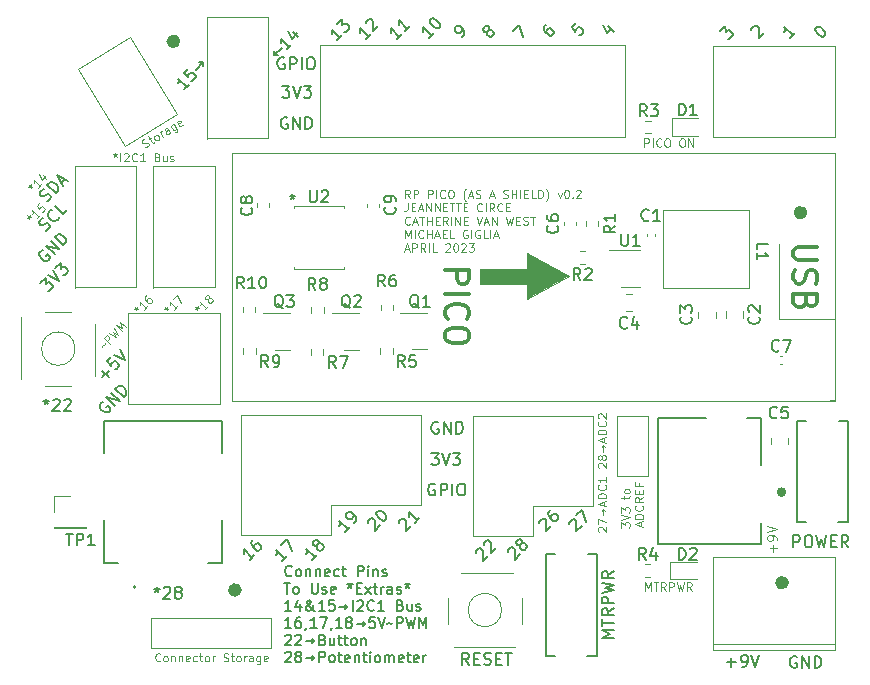
<source format=gbr>
%TF.GenerationSoftware,KiCad,Pcbnew,7.0.1-0*%
%TF.CreationDate,2023-04-18T16:08:46-04:00*%
%TF.ProjectId,rcc-pico,7263632d-7069-4636-9f2e-6b696361645f,rev?*%
%TF.SameCoordinates,Original*%
%TF.FileFunction,Legend,Top*%
%TF.FilePolarity,Positive*%
%FSLAX46Y46*%
G04 Gerber Fmt 4.6, Leading zero omitted, Abs format (unit mm)*
G04 Created by KiCad (PCBNEW 7.0.1-0) date 2023-04-18 16:08:46*
%MOMM*%
%LPD*%
G01*
G04 APERTURE LIST*
%ADD10C,0.120000*%
%ADD11C,0.575000*%
%ADD12C,0.150000*%
%ADD13C,0.140000*%
%ADD14C,0.300000*%
%ADD15C,0.127000*%
%ADD16C,0.400000*%
%ADD17C,0.200000*%
G04 APERTURE END LIST*
D10*
X109846666Y-44358333D02*
X109613333Y-44025000D01*
X109446666Y-44358333D02*
X109446666Y-43658333D01*
X109446666Y-43658333D02*
X109713333Y-43658333D01*
X109713333Y-43658333D02*
X109780000Y-43691666D01*
X109780000Y-43691666D02*
X109813333Y-43725000D01*
X109813333Y-43725000D02*
X109846666Y-43791666D01*
X109846666Y-43791666D02*
X109846666Y-43891666D01*
X109846666Y-43891666D02*
X109813333Y-43958333D01*
X109813333Y-43958333D02*
X109780000Y-43991666D01*
X109780000Y-43991666D02*
X109713333Y-44025000D01*
X109713333Y-44025000D02*
X109446666Y-44025000D01*
X110146666Y-44358333D02*
X110146666Y-43658333D01*
X110146666Y-43658333D02*
X110413333Y-43658333D01*
X110413333Y-43658333D02*
X110480000Y-43691666D01*
X110480000Y-43691666D02*
X110513333Y-43725000D01*
X110513333Y-43725000D02*
X110546666Y-43791666D01*
X110546666Y-43791666D02*
X110546666Y-43891666D01*
X110546666Y-43891666D02*
X110513333Y-43958333D01*
X110513333Y-43958333D02*
X110480000Y-43991666D01*
X110480000Y-43991666D02*
X110413333Y-44025000D01*
X110413333Y-44025000D02*
X110146666Y-44025000D01*
X111379999Y-44358333D02*
X111379999Y-43658333D01*
X111379999Y-43658333D02*
X111646666Y-43658333D01*
X111646666Y-43658333D02*
X111713333Y-43691666D01*
X111713333Y-43691666D02*
X111746666Y-43725000D01*
X111746666Y-43725000D02*
X111779999Y-43791666D01*
X111779999Y-43791666D02*
X111779999Y-43891666D01*
X111779999Y-43891666D02*
X111746666Y-43958333D01*
X111746666Y-43958333D02*
X111713333Y-43991666D01*
X111713333Y-43991666D02*
X111646666Y-44025000D01*
X111646666Y-44025000D02*
X111379999Y-44025000D01*
X112079999Y-44358333D02*
X112079999Y-43658333D01*
X112813332Y-44291666D02*
X112779999Y-44325000D01*
X112779999Y-44325000D02*
X112679999Y-44358333D01*
X112679999Y-44358333D02*
X112613332Y-44358333D01*
X112613332Y-44358333D02*
X112513332Y-44325000D01*
X112513332Y-44325000D02*
X112446666Y-44258333D01*
X112446666Y-44258333D02*
X112413332Y-44191666D01*
X112413332Y-44191666D02*
X112379999Y-44058333D01*
X112379999Y-44058333D02*
X112379999Y-43958333D01*
X112379999Y-43958333D02*
X112413332Y-43825000D01*
X112413332Y-43825000D02*
X112446666Y-43758333D01*
X112446666Y-43758333D02*
X112513332Y-43691666D01*
X112513332Y-43691666D02*
X112613332Y-43658333D01*
X112613332Y-43658333D02*
X112679999Y-43658333D01*
X112679999Y-43658333D02*
X112779999Y-43691666D01*
X112779999Y-43691666D02*
X112813332Y-43725000D01*
X113246666Y-43658333D02*
X113379999Y-43658333D01*
X113379999Y-43658333D02*
X113446666Y-43691666D01*
X113446666Y-43691666D02*
X113513332Y-43758333D01*
X113513332Y-43758333D02*
X113546666Y-43891666D01*
X113546666Y-43891666D02*
X113546666Y-44125000D01*
X113546666Y-44125000D02*
X113513332Y-44258333D01*
X113513332Y-44258333D02*
X113446666Y-44325000D01*
X113446666Y-44325000D02*
X113379999Y-44358333D01*
X113379999Y-44358333D02*
X113246666Y-44358333D01*
X113246666Y-44358333D02*
X113179999Y-44325000D01*
X113179999Y-44325000D02*
X113113332Y-44258333D01*
X113113332Y-44258333D02*
X113079999Y-44125000D01*
X113079999Y-44125000D02*
X113079999Y-43891666D01*
X113079999Y-43891666D02*
X113113332Y-43758333D01*
X113113332Y-43758333D02*
X113179999Y-43691666D01*
X113179999Y-43691666D02*
X113246666Y-43658333D01*
X114579998Y-44625000D02*
X114546665Y-44591666D01*
X114546665Y-44591666D02*
X114479998Y-44491666D01*
X114479998Y-44491666D02*
X114446665Y-44425000D01*
X114446665Y-44425000D02*
X114413332Y-44325000D01*
X114413332Y-44325000D02*
X114379998Y-44158333D01*
X114379998Y-44158333D02*
X114379998Y-44025000D01*
X114379998Y-44025000D02*
X114413332Y-43858333D01*
X114413332Y-43858333D02*
X114446665Y-43758333D01*
X114446665Y-43758333D02*
X114479998Y-43691666D01*
X114479998Y-43691666D02*
X114546665Y-43591666D01*
X114546665Y-43591666D02*
X114579998Y-43558333D01*
X114813332Y-44158333D02*
X115146665Y-44158333D01*
X114746665Y-44358333D02*
X114979999Y-43658333D01*
X114979999Y-43658333D02*
X115213332Y-44358333D01*
X115413332Y-44325000D02*
X115513332Y-44358333D01*
X115513332Y-44358333D02*
X115679999Y-44358333D01*
X115679999Y-44358333D02*
X115746665Y-44325000D01*
X115746665Y-44325000D02*
X115779999Y-44291666D01*
X115779999Y-44291666D02*
X115813332Y-44225000D01*
X115813332Y-44225000D02*
X115813332Y-44158333D01*
X115813332Y-44158333D02*
X115779999Y-44091666D01*
X115779999Y-44091666D02*
X115746665Y-44058333D01*
X115746665Y-44058333D02*
X115679999Y-44025000D01*
X115679999Y-44025000D02*
X115546665Y-43991666D01*
X115546665Y-43991666D02*
X115479999Y-43958333D01*
X115479999Y-43958333D02*
X115446665Y-43925000D01*
X115446665Y-43925000D02*
X115413332Y-43858333D01*
X115413332Y-43858333D02*
X115413332Y-43791666D01*
X115413332Y-43791666D02*
X115446665Y-43725000D01*
X115446665Y-43725000D02*
X115479999Y-43691666D01*
X115479999Y-43691666D02*
X115546665Y-43658333D01*
X115546665Y-43658333D02*
X115713332Y-43658333D01*
X115713332Y-43658333D02*
X115813332Y-43691666D01*
X116613332Y-44158333D02*
X116946665Y-44158333D01*
X116546665Y-44358333D02*
X116779999Y-43658333D01*
X116779999Y-43658333D02*
X117013332Y-44358333D01*
X117746665Y-44325000D02*
X117846665Y-44358333D01*
X117846665Y-44358333D02*
X118013332Y-44358333D01*
X118013332Y-44358333D02*
X118079998Y-44325000D01*
X118079998Y-44325000D02*
X118113332Y-44291666D01*
X118113332Y-44291666D02*
X118146665Y-44225000D01*
X118146665Y-44225000D02*
X118146665Y-44158333D01*
X118146665Y-44158333D02*
X118113332Y-44091666D01*
X118113332Y-44091666D02*
X118079998Y-44058333D01*
X118079998Y-44058333D02*
X118013332Y-44025000D01*
X118013332Y-44025000D02*
X117879998Y-43991666D01*
X117879998Y-43991666D02*
X117813332Y-43958333D01*
X117813332Y-43958333D02*
X117779998Y-43925000D01*
X117779998Y-43925000D02*
X117746665Y-43858333D01*
X117746665Y-43858333D02*
X117746665Y-43791666D01*
X117746665Y-43791666D02*
X117779998Y-43725000D01*
X117779998Y-43725000D02*
X117813332Y-43691666D01*
X117813332Y-43691666D02*
X117879998Y-43658333D01*
X117879998Y-43658333D02*
X118046665Y-43658333D01*
X118046665Y-43658333D02*
X118146665Y-43691666D01*
X118446665Y-44358333D02*
X118446665Y-43658333D01*
X118446665Y-43991666D02*
X118846665Y-43991666D01*
X118846665Y-44358333D02*
X118846665Y-43658333D01*
X119179998Y-44358333D02*
X119179998Y-43658333D01*
X119513331Y-43991666D02*
X119746665Y-43991666D01*
X119846665Y-44358333D02*
X119513331Y-44358333D01*
X119513331Y-44358333D02*
X119513331Y-43658333D01*
X119513331Y-43658333D02*
X119846665Y-43658333D01*
X120479998Y-44358333D02*
X120146664Y-44358333D01*
X120146664Y-44358333D02*
X120146664Y-43658333D01*
X120713331Y-44358333D02*
X120713331Y-43658333D01*
X120713331Y-43658333D02*
X120879998Y-43658333D01*
X120879998Y-43658333D02*
X120979998Y-43691666D01*
X120979998Y-43691666D02*
X121046665Y-43758333D01*
X121046665Y-43758333D02*
X121079998Y-43825000D01*
X121079998Y-43825000D02*
X121113331Y-43958333D01*
X121113331Y-43958333D02*
X121113331Y-44058333D01*
X121113331Y-44058333D02*
X121079998Y-44191666D01*
X121079998Y-44191666D02*
X121046665Y-44258333D01*
X121046665Y-44258333D02*
X120979998Y-44325000D01*
X120979998Y-44325000D02*
X120879998Y-44358333D01*
X120879998Y-44358333D02*
X120713331Y-44358333D01*
X121346665Y-44625000D02*
X121379998Y-44591666D01*
X121379998Y-44591666D02*
X121446665Y-44491666D01*
X121446665Y-44491666D02*
X121479998Y-44425000D01*
X121479998Y-44425000D02*
X121513331Y-44325000D01*
X121513331Y-44325000D02*
X121546665Y-44158333D01*
X121546665Y-44158333D02*
X121546665Y-44025000D01*
X121546665Y-44025000D02*
X121513331Y-43858333D01*
X121513331Y-43858333D02*
X121479998Y-43758333D01*
X121479998Y-43758333D02*
X121446665Y-43691666D01*
X121446665Y-43691666D02*
X121379998Y-43591666D01*
X121379998Y-43591666D02*
X121346665Y-43558333D01*
X122346665Y-43891666D02*
X122513331Y-44358333D01*
X122513331Y-44358333D02*
X122679998Y-43891666D01*
X123079998Y-43658333D02*
X123146664Y-43658333D01*
X123146664Y-43658333D02*
X123213331Y-43691666D01*
X123213331Y-43691666D02*
X123246664Y-43725000D01*
X123246664Y-43725000D02*
X123279998Y-43791666D01*
X123279998Y-43791666D02*
X123313331Y-43925000D01*
X123313331Y-43925000D02*
X123313331Y-44091666D01*
X123313331Y-44091666D02*
X123279998Y-44225000D01*
X123279998Y-44225000D02*
X123246664Y-44291666D01*
X123246664Y-44291666D02*
X123213331Y-44325000D01*
X123213331Y-44325000D02*
X123146664Y-44358333D01*
X123146664Y-44358333D02*
X123079998Y-44358333D01*
X123079998Y-44358333D02*
X123013331Y-44325000D01*
X123013331Y-44325000D02*
X122979998Y-44291666D01*
X122979998Y-44291666D02*
X122946664Y-44225000D01*
X122946664Y-44225000D02*
X122913331Y-44091666D01*
X122913331Y-44091666D02*
X122913331Y-43925000D01*
X122913331Y-43925000D02*
X122946664Y-43791666D01*
X122946664Y-43791666D02*
X122979998Y-43725000D01*
X122979998Y-43725000D02*
X123013331Y-43691666D01*
X123013331Y-43691666D02*
X123079998Y-43658333D01*
X123613331Y-44291666D02*
X123646665Y-44325000D01*
X123646665Y-44325000D02*
X123613331Y-44358333D01*
X123613331Y-44358333D02*
X123579998Y-44325000D01*
X123579998Y-44325000D02*
X123613331Y-44291666D01*
X123613331Y-44291666D02*
X123613331Y-44358333D01*
X123913331Y-43725000D02*
X123946664Y-43691666D01*
X123946664Y-43691666D02*
X124013331Y-43658333D01*
X124013331Y-43658333D02*
X124179998Y-43658333D01*
X124179998Y-43658333D02*
X124246664Y-43691666D01*
X124246664Y-43691666D02*
X124279998Y-43725000D01*
X124279998Y-43725000D02*
X124313331Y-43791666D01*
X124313331Y-43791666D02*
X124313331Y-43858333D01*
X124313331Y-43858333D02*
X124279998Y-43958333D01*
X124279998Y-43958333D02*
X123879998Y-44358333D01*
X123879998Y-44358333D02*
X124313331Y-44358333D01*
X109646666Y-44792333D02*
X109646666Y-45292333D01*
X109646666Y-45292333D02*
X109613333Y-45392333D01*
X109613333Y-45392333D02*
X109546666Y-45459000D01*
X109546666Y-45459000D02*
X109446666Y-45492333D01*
X109446666Y-45492333D02*
X109380000Y-45492333D01*
X109979999Y-45125666D02*
X110213333Y-45125666D01*
X110313333Y-45492333D02*
X109979999Y-45492333D01*
X109979999Y-45492333D02*
X109979999Y-44792333D01*
X109979999Y-44792333D02*
X110313333Y-44792333D01*
X110579999Y-45292333D02*
X110913332Y-45292333D01*
X110513332Y-45492333D02*
X110746666Y-44792333D01*
X110746666Y-44792333D02*
X110979999Y-45492333D01*
X111213332Y-45492333D02*
X111213332Y-44792333D01*
X111213332Y-44792333D02*
X111613332Y-45492333D01*
X111613332Y-45492333D02*
X111613332Y-44792333D01*
X111946665Y-45492333D02*
X111946665Y-44792333D01*
X111946665Y-44792333D02*
X112346665Y-45492333D01*
X112346665Y-45492333D02*
X112346665Y-44792333D01*
X112679998Y-45125666D02*
X112913332Y-45125666D01*
X113013332Y-45492333D02*
X112679998Y-45492333D01*
X112679998Y-45492333D02*
X112679998Y-44792333D01*
X112679998Y-44792333D02*
X113013332Y-44792333D01*
X113213331Y-44792333D02*
X113613331Y-44792333D01*
X113413331Y-45492333D02*
X113413331Y-44792333D01*
X113746664Y-44792333D02*
X114146664Y-44792333D01*
X113946664Y-45492333D02*
X113946664Y-44792333D01*
X114379997Y-45125666D02*
X114613331Y-45125666D01*
X114713331Y-45492333D02*
X114379997Y-45492333D01*
X114379997Y-45492333D02*
X114379997Y-44792333D01*
X114379997Y-44792333D02*
X114713331Y-44792333D01*
X115946663Y-45425666D02*
X115913330Y-45459000D01*
X115913330Y-45459000D02*
X115813330Y-45492333D01*
X115813330Y-45492333D02*
X115746663Y-45492333D01*
X115746663Y-45492333D02*
X115646663Y-45459000D01*
X115646663Y-45459000D02*
X115579997Y-45392333D01*
X115579997Y-45392333D02*
X115546663Y-45325666D01*
X115546663Y-45325666D02*
X115513330Y-45192333D01*
X115513330Y-45192333D02*
X115513330Y-45092333D01*
X115513330Y-45092333D02*
X115546663Y-44959000D01*
X115546663Y-44959000D02*
X115579997Y-44892333D01*
X115579997Y-44892333D02*
X115646663Y-44825666D01*
X115646663Y-44825666D02*
X115746663Y-44792333D01*
X115746663Y-44792333D02*
X115813330Y-44792333D01*
X115813330Y-44792333D02*
X115913330Y-44825666D01*
X115913330Y-44825666D02*
X115946663Y-44859000D01*
X116246663Y-45492333D02*
X116246663Y-44792333D01*
X116979996Y-45492333D02*
X116746663Y-45159000D01*
X116579996Y-45492333D02*
X116579996Y-44792333D01*
X116579996Y-44792333D02*
X116846663Y-44792333D01*
X116846663Y-44792333D02*
X116913330Y-44825666D01*
X116913330Y-44825666D02*
X116946663Y-44859000D01*
X116946663Y-44859000D02*
X116979996Y-44925666D01*
X116979996Y-44925666D02*
X116979996Y-45025666D01*
X116979996Y-45025666D02*
X116946663Y-45092333D01*
X116946663Y-45092333D02*
X116913330Y-45125666D01*
X116913330Y-45125666D02*
X116846663Y-45159000D01*
X116846663Y-45159000D02*
X116579996Y-45159000D01*
X117679996Y-45425666D02*
X117646663Y-45459000D01*
X117646663Y-45459000D02*
X117546663Y-45492333D01*
X117546663Y-45492333D02*
X117479996Y-45492333D01*
X117479996Y-45492333D02*
X117379996Y-45459000D01*
X117379996Y-45459000D02*
X117313330Y-45392333D01*
X117313330Y-45392333D02*
X117279996Y-45325666D01*
X117279996Y-45325666D02*
X117246663Y-45192333D01*
X117246663Y-45192333D02*
X117246663Y-45092333D01*
X117246663Y-45092333D02*
X117279996Y-44959000D01*
X117279996Y-44959000D02*
X117313330Y-44892333D01*
X117313330Y-44892333D02*
X117379996Y-44825666D01*
X117379996Y-44825666D02*
X117479996Y-44792333D01*
X117479996Y-44792333D02*
X117546663Y-44792333D01*
X117546663Y-44792333D02*
X117646663Y-44825666D01*
X117646663Y-44825666D02*
X117679996Y-44859000D01*
X117979996Y-45125666D02*
X118213330Y-45125666D01*
X118313330Y-45492333D02*
X117979996Y-45492333D01*
X117979996Y-45492333D02*
X117979996Y-44792333D01*
X117979996Y-44792333D02*
X118313330Y-44792333D01*
X109846666Y-46559666D02*
X109813333Y-46593000D01*
X109813333Y-46593000D02*
X109713333Y-46626333D01*
X109713333Y-46626333D02*
X109646666Y-46626333D01*
X109646666Y-46626333D02*
X109546666Y-46593000D01*
X109546666Y-46593000D02*
X109480000Y-46526333D01*
X109480000Y-46526333D02*
X109446666Y-46459666D01*
X109446666Y-46459666D02*
X109413333Y-46326333D01*
X109413333Y-46326333D02*
X109413333Y-46226333D01*
X109413333Y-46226333D02*
X109446666Y-46093000D01*
X109446666Y-46093000D02*
X109480000Y-46026333D01*
X109480000Y-46026333D02*
X109546666Y-45959666D01*
X109546666Y-45959666D02*
X109646666Y-45926333D01*
X109646666Y-45926333D02*
X109713333Y-45926333D01*
X109713333Y-45926333D02*
X109813333Y-45959666D01*
X109813333Y-45959666D02*
X109846666Y-45993000D01*
X110113333Y-46426333D02*
X110446666Y-46426333D01*
X110046666Y-46626333D02*
X110280000Y-45926333D01*
X110280000Y-45926333D02*
X110513333Y-46626333D01*
X110646666Y-45926333D02*
X111046666Y-45926333D01*
X110846666Y-46626333D02*
X110846666Y-45926333D01*
X111279999Y-46626333D02*
X111279999Y-45926333D01*
X111279999Y-46259666D02*
X111679999Y-46259666D01*
X111679999Y-46626333D02*
X111679999Y-45926333D01*
X112013332Y-46259666D02*
X112246666Y-46259666D01*
X112346666Y-46626333D02*
X112013332Y-46626333D01*
X112013332Y-46626333D02*
X112013332Y-45926333D01*
X112013332Y-45926333D02*
X112346666Y-45926333D01*
X113046665Y-46626333D02*
X112813332Y-46293000D01*
X112646665Y-46626333D02*
X112646665Y-45926333D01*
X112646665Y-45926333D02*
X112913332Y-45926333D01*
X112913332Y-45926333D02*
X112979999Y-45959666D01*
X112979999Y-45959666D02*
X113013332Y-45993000D01*
X113013332Y-45993000D02*
X113046665Y-46059666D01*
X113046665Y-46059666D02*
X113046665Y-46159666D01*
X113046665Y-46159666D02*
X113013332Y-46226333D01*
X113013332Y-46226333D02*
X112979999Y-46259666D01*
X112979999Y-46259666D02*
X112913332Y-46293000D01*
X112913332Y-46293000D02*
X112646665Y-46293000D01*
X113346665Y-46626333D02*
X113346665Y-45926333D01*
X113679998Y-46626333D02*
X113679998Y-45926333D01*
X113679998Y-45926333D02*
X114079998Y-46626333D01*
X114079998Y-46626333D02*
X114079998Y-45926333D01*
X114413331Y-46259666D02*
X114646665Y-46259666D01*
X114746665Y-46626333D02*
X114413331Y-46626333D01*
X114413331Y-46626333D02*
X114413331Y-45926333D01*
X114413331Y-45926333D02*
X114746665Y-45926333D01*
X115479997Y-45926333D02*
X115713331Y-46626333D01*
X115713331Y-46626333D02*
X115946664Y-45926333D01*
X116146664Y-46426333D02*
X116479997Y-46426333D01*
X116079997Y-46626333D02*
X116313331Y-45926333D01*
X116313331Y-45926333D02*
X116546664Y-46626333D01*
X116779997Y-46626333D02*
X116779997Y-45926333D01*
X116779997Y-45926333D02*
X117179997Y-46626333D01*
X117179997Y-46626333D02*
X117179997Y-45926333D01*
X117979997Y-45926333D02*
X118146663Y-46626333D01*
X118146663Y-46626333D02*
X118279997Y-46126333D01*
X118279997Y-46126333D02*
X118413330Y-46626333D01*
X118413330Y-46626333D02*
X118579997Y-45926333D01*
X118846663Y-46259666D02*
X119079997Y-46259666D01*
X119179997Y-46626333D02*
X118846663Y-46626333D01*
X118846663Y-46626333D02*
X118846663Y-45926333D01*
X118846663Y-45926333D02*
X119179997Y-45926333D01*
X119446663Y-46593000D02*
X119546663Y-46626333D01*
X119546663Y-46626333D02*
X119713330Y-46626333D01*
X119713330Y-46626333D02*
X119779996Y-46593000D01*
X119779996Y-46593000D02*
X119813330Y-46559666D01*
X119813330Y-46559666D02*
X119846663Y-46493000D01*
X119846663Y-46493000D02*
X119846663Y-46426333D01*
X119846663Y-46426333D02*
X119813330Y-46359666D01*
X119813330Y-46359666D02*
X119779996Y-46326333D01*
X119779996Y-46326333D02*
X119713330Y-46293000D01*
X119713330Y-46293000D02*
X119579996Y-46259666D01*
X119579996Y-46259666D02*
X119513330Y-46226333D01*
X119513330Y-46226333D02*
X119479996Y-46193000D01*
X119479996Y-46193000D02*
X119446663Y-46126333D01*
X119446663Y-46126333D02*
X119446663Y-46059666D01*
X119446663Y-46059666D02*
X119479996Y-45993000D01*
X119479996Y-45993000D02*
X119513330Y-45959666D01*
X119513330Y-45959666D02*
X119579996Y-45926333D01*
X119579996Y-45926333D02*
X119746663Y-45926333D01*
X119746663Y-45926333D02*
X119846663Y-45959666D01*
X120046663Y-45926333D02*
X120446663Y-45926333D01*
X120246663Y-46626333D02*
X120246663Y-45926333D01*
X109446666Y-47760333D02*
X109446666Y-47060333D01*
X109446666Y-47060333D02*
X109680000Y-47560333D01*
X109680000Y-47560333D02*
X109913333Y-47060333D01*
X109913333Y-47060333D02*
X109913333Y-47760333D01*
X110246666Y-47760333D02*
X110246666Y-47060333D01*
X110979999Y-47693666D02*
X110946666Y-47727000D01*
X110946666Y-47727000D02*
X110846666Y-47760333D01*
X110846666Y-47760333D02*
X110779999Y-47760333D01*
X110779999Y-47760333D02*
X110679999Y-47727000D01*
X110679999Y-47727000D02*
X110613333Y-47660333D01*
X110613333Y-47660333D02*
X110579999Y-47593666D01*
X110579999Y-47593666D02*
X110546666Y-47460333D01*
X110546666Y-47460333D02*
X110546666Y-47360333D01*
X110546666Y-47360333D02*
X110579999Y-47227000D01*
X110579999Y-47227000D02*
X110613333Y-47160333D01*
X110613333Y-47160333D02*
X110679999Y-47093666D01*
X110679999Y-47093666D02*
X110779999Y-47060333D01*
X110779999Y-47060333D02*
X110846666Y-47060333D01*
X110846666Y-47060333D02*
X110946666Y-47093666D01*
X110946666Y-47093666D02*
X110979999Y-47127000D01*
X111279999Y-47760333D02*
X111279999Y-47060333D01*
X111279999Y-47393666D02*
X111679999Y-47393666D01*
X111679999Y-47760333D02*
X111679999Y-47060333D01*
X111979999Y-47560333D02*
X112313332Y-47560333D01*
X111913332Y-47760333D02*
X112146666Y-47060333D01*
X112146666Y-47060333D02*
X112379999Y-47760333D01*
X112613332Y-47393666D02*
X112846666Y-47393666D01*
X112946666Y-47760333D02*
X112613332Y-47760333D01*
X112613332Y-47760333D02*
X112613332Y-47060333D01*
X112613332Y-47060333D02*
X112946666Y-47060333D01*
X113579999Y-47760333D02*
X113246665Y-47760333D01*
X113246665Y-47760333D02*
X113246665Y-47060333D01*
X114713332Y-47093666D02*
X114646665Y-47060333D01*
X114646665Y-47060333D02*
X114546665Y-47060333D01*
X114546665Y-47060333D02*
X114446665Y-47093666D01*
X114446665Y-47093666D02*
X114379999Y-47160333D01*
X114379999Y-47160333D02*
X114346665Y-47227000D01*
X114346665Y-47227000D02*
X114313332Y-47360333D01*
X114313332Y-47360333D02*
X114313332Y-47460333D01*
X114313332Y-47460333D02*
X114346665Y-47593666D01*
X114346665Y-47593666D02*
X114379999Y-47660333D01*
X114379999Y-47660333D02*
X114446665Y-47727000D01*
X114446665Y-47727000D02*
X114546665Y-47760333D01*
X114546665Y-47760333D02*
X114613332Y-47760333D01*
X114613332Y-47760333D02*
X114713332Y-47727000D01*
X114713332Y-47727000D02*
X114746665Y-47693666D01*
X114746665Y-47693666D02*
X114746665Y-47460333D01*
X114746665Y-47460333D02*
X114613332Y-47460333D01*
X115046665Y-47760333D02*
X115046665Y-47060333D01*
X115746665Y-47093666D02*
X115679998Y-47060333D01*
X115679998Y-47060333D02*
X115579998Y-47060333D01*
X115579998Y-47060333D02*
X115479998Y-47093666D01*
X115479998Y-47093666D02*
X115413332Y-47160333D01*
X115413332Y-47160333D02*
X115379998Y-47227000D01*
X115379998Y-47227000D02*
X115346665Y-47360333D01*
X115346665Y-47360333D02*
X115346665Y-47460333D01*
X115346665Y-47460333D02*
X115379998Y-47593666D01*
X115379998Y-47593666D02*
X115413332Y-47660333D01*
X115413332Y-47660333D02*
X115479998Y-47727000D01*
X115479998Y-47727000D02*
X115579998Y-47760333D01*
X115579998Y-47760333D02*
X115646665Y-47760333D01*
X115646665Y-47760333D02*
X115746665Y-47727000D01*
X115746665Y-47727000D02*
X115779998Y-47693666D01*
X115779998Y-47693666D02*
X115779998Y-47460333D01*
X115779998Y-47460333D02*
X115646665Y-47460333D01*
X116413332Y-47760333D02*
X116079998Y-47760333D01*
X116079998Y-47760333D02*
X116079998Y-47060333D01*
X116646665Y-47760333D02*
X116646665Y-47060333D01*
X116946665Y-47560333D02*
X117279998Y-47560333D01*
X116879998Y-47760333D02*
X117113332Y-47060333D01*
X117113332Y-47060333D02*
X117346665Y-47760333D01*
X109413333Y-48694333D02*
X109746666Y-48694333D01*
X109346666Y-48894333D02*
X109580000Y-48194333D01*
X109580000Y-48194333D02*
X109813333Y-48894333D01*
X110046666Y-48894333D02*
X110046666Y-48194333D01*
X110046666Y-48194333D02*
X110313333Y-48194333D01*
X110313333Y-48194333D02*
X110380000Y-48227666D01*
X110380000Y-48227666D02*
X110413333Y-48261000D01*
X110413333Y-48261000D02*
X110446666Y-48327666D01*
X110446666Y-48327666D02*
X110446666Y-48427666D01*
X110446666Y-48427666D02*
X110413333Y-48494333D01*
X110413333Y-48494333D02*
X110380000Y-48527666D01*
X110380000Y-48527666D02*
X110313333Y-48561000D01*
X110313333Y-48561000D02*
X110046666Y-48561000D01*
X111146666Y-48894333D02*
X110913333Y-48561000D01*
X110746666Y-48894333D02*
X110746666Y-48194333D01*
X110746666Y-48194333D02*
X111013333Y-48194333D01*
X111013333Y-48194333D02*
X111080000Y-48227666D01*
X111080000Y-48227666D02*
X111113333Y-48261000D01*
X111113333Y-48261000D02*
X111146666Y-48327666D01*
X111146666Y-48327666D02*
X111146666Y-48427666D01*
X111146666Y-48427666D02*
X111113333Y-48494333D01*
X111113333Y-48494333D02*
X111080000Y-48527666D01*
X111080000Y-48527666D02*
X111013333Y-48561000D01*
X111013333Y-48561000D02*
X110746666Y-48561000D01*
X111446666Y-48894333D02*
X111446666Y-48194333D01*
X112113333Y-48894333D02*
X111779999Y-48894333D01*
X111779999Y-48894333D02*
X111779999Y-48194333D01*
X112846666Y-48261000D02*
X112879999Y-48227666D01*
X112879999Y-48227666D02*
X112946666Y-48194333D01*
X112946666Y-48194333D02*
X113113333Y-48194333D01*
X113113333Y-48194333D02*
X113179999Y-48227666D01*
X113179999Y-48227666D02*
X113213333Y-48261000D01*
X113213333Y-48261000D02*
X113246666Y-48327666D01*
X113246666Y-48327666D02*
X113246666Y-48394333D01*
X113246666Y-48394333D02*
X113213333Y-48494333D01*
X113213333Y-48494333D02*
X112813333Y-48894333D01*
X112813333Y-48894333D02*
X113246666Y-48894333D01*
X113680000Y-48194333D02*
X113746666Y-48194333D01*
X113746666Y-48194333D02*
X113813333Y-48227666D01*
X113813333Y-48227666D02*
X113846666Y-48261000D01*
X113846666Y-48261000D02*
X113880000Y-48327666D01*
X113880000Y-48327666D02*
X113913333Y-48461000D01*
X113913333Y-48461000D02*
X113913333Y-48627666D01*
X113913333Y-48627666D02*
X113880000Y-48761000D01*
X113880000Y-48761000D02*
X113846666Y-48827666D01*
X113846666Y-48827666D02*
X113813333Y-48861000D01*
X113813333Y-48861000D02*
X113746666Y-48894333D01*
X113746666Y-48894333D02*
X113680000Y-48894333D01*
X113680000Y-48894333D02*
X113613333Y-48861000D01*
X113613333Y-48861000D02*
X113580000Y-48827666D01*
X113580000Y-48827666D02*
X113546666Y-48761000D01*
X113546666Y-48761000D02*
X113513333Y-48627666D01*
X113513333Y-48627666D02*
X113513333Y-48461000D01*
X113513333Y-48461000D02*
X113546666Y-48327666D01*
X113546666Y-48327666D02*
X113580000Y-48261000D01*
X113580000Y-48261000D02*
X113613333Y-48227666D01*
X113613333Y-48227666D02*
X113680000Y-48194333D01*
X114180000Y-48261000D02*
X114213333Y-48227666D01*
X114213333Y-48227666D02*
X114280000Y-48194333D01*
X114280000Y-48194333D02*
X114446667Y-48194333D01*
X114446667Y-48194333D02*
X114513333Y-48227666D01*
X114513333Y-48227666D02*
X114546667Y-48261000D01*
X114546667Y-48261000D02*
X114580000Y-48327666D01*
X114580000Y-48327666D02*
X114580000Y-48394333D01*
X114580000Y-48394333D02*
X114546667Y-48494333D01*
X114546667Y-48494333D02*
X114146667Y-48894333D01*
X114146667Y-48894333D02*
X114580000Y-48894333D01*
X114813334Y-48194333D02*
X115246667Y-48194333D01*
X115246667Y-48194333D02*
X115013334Y-48461000D01*
X115013334Y-48461000D02*
X115113334Y-48461000D01*
X115113334Y-48461000D02*
X115180000Y-48494333D01*
X115180000Y-48494333D02*
X115213334Y-48527666D01*
X115213334Y-48527666D02*
X115246667Y-48594333D01*
X115246667Y-48594333D02*
X115246667Y-48761000D01*
X115246667Y-48761000D02*
X115213334Y-48827666D01*
X115213334Y-48827666D02*
X115180000Y-48861000D01*
X115180000Y-48861000D02*
X115113334Y-48894333D01*
X115113334Y-48894333D02*
X114913334Y-48894333D01*
X114913334Y-48894333D02*
X114846667Y-48861000D01*
X114846667Y-48861000D02*
X114813334Y-48827666D01*
D11*
X141637500Y-76930000D02*
G75*
G03*
X141637500Y-76930000I-287500J0D01*
G01*
X95307500Y-77540000D02*
G75*
G03*
X95307500Y-77540000I-287500J0D01*
G01*
X90097500Y-31090000D02*
G75*
G03*
X90097500Y-31090000I-287500J0D01*
G01*
X143197500Y-45590000D02*
G75*
G03*
X143197500Y-45590000I-287500J0D01*
G01*
D10*
X87432105Y-40059050D02*
X87534868Y-40035580D01*
X87534868Y-40035580D02*
X87677278Y-39948993D01*
X87677278Y-39948993D02*
X87716924Y-39885877D01*
X87716924Y-39885877D02*
X87728089Y-39840077D01*
X87728089Y-39840077D02*
X87721936Y-39765796D01*
X87721936Y-39765796D02*
X87687302Y-39708832D01*
X87687302Y-39708832D02*
X87624185Y-39669186D01*
X87624185Y-39669186D02*
X87578386Y-39658021D01*
X87578386Y-39658021D02*
X87504105Y-39664174D01*
X87504105Y-39664174D02*
X87372859Y-39704961D01*
X87372859Y-39704961D02*
X87298578Y-39711114D01*
X87298578Y-39711114D02*
X87252779Y-39699949D01*
X87252779Y-39699949D02*
X87189662Y-39660302D01*
X87189662Y-39660302D02*
X87155028Y-39603338D01*
X87155028Y-39603338D02*
X87148875Y-39529057D01*
X87148875Y-39529057D02*
X87160040Y-39483258D01*
X87160040Y-39483258D02*
X87199686Y-39420141D01*
X87199686Y-39420141D02*
X87342096Y-39333555D01*
X87342096Y-39333555D02*
X87444859Y-39310085D01*
X87719655Y-39377073D02*
X87947511Y-39238534D01*
X87683880Y-39125747D02*
X87995591Y-39638422D01*
X87995591Y-39638422D02*
X88058708Y-39678069D01*
X88058708Y-39678069D02*
X88132989Y-39671916D01*
X88132989Y-39671916D02*
X88189953Y-39637282D01*
X88474773Y-39464109D02*
X88400492Y-39470261D01*
X88400492Y-39470261D02*
X88354692Y-39459097D01*
X88354692Y-39459097D02*
X88291576Y-39419450D01*
X88291576Y-39419450D02*
X88187672Y-39248558D01*
X88187672Y-39248558D02*
X88181519Y-39174277D01*
X88181519Y-39174277D02*
X88192684Y-39128478D01*
X88192684Y-39128478D02*
X88232331Y-39065361D01*
X88232331Y-39065361D02*
X88317776Y-39013409D01*
X88317776Y-39013409D02*
X88392058Y-39007257D01*
X88392058Y-39007257D02*
X88437857Y-39018421D01*
X88437857Y-39018421D02*
X88500973Y-39058068D01*
X88500973Y-39058068D02*
X88604877Y-39228960D01*
X88604877Y-39228960D02*
X88611030Y-39303241D01*
X88611030Y-39303241D02*
X88599865Y-39349040D01*
X88599865Y-39349040D02*
X88560219Y-39412157D01*
X88560219Y-39412157D02*
X88474773Y-39464109D01*
X88930484Y-39187032D02*
X88688042Y-38788284D01*
X88757311Y-38902212D02*
X88751158Y-38827931D01*
X88751158Y-38827931D02*
X88762323Y-38782132D01*
X88762323Y-38782132D02*
X88801969Y-38719015D01*
X88801969Y-38719015D02*
X88858933Y-38684381D01*
X89557087Y-38806051D02*
X89366596Y-38492750D01*
X89366596Y-38492750D02*
X89303480Y-38453103D01*
X89303480Y-38453103D02*
X89229199Y-38459256D01*
X89229199Y-38459256D02*
X89115271Y-38528525D01*
X89115271Y-38528525D02*
X89075624Y-38591642D01*
X89539769Y-38777569D02*
X89500123Y-38840686D01*
X89500123Y-38840686D02*
X89357713Y-38927272D01*
X89357713Y-38927272D02*
X89283432Y-38933425D01*
X89283432Y-38933425D02*
X89220315Y-38893778D01*
X89220315Y-38893778D02*
X89185681Y-38836815D01*
X89185681Y-38836815D02*
X89179528Y-38762533D01*
X89179528Y-38762533D02*
X89219175Y-38699417D01*
X89219175Y-38699417D02*
X89361584Y-38612830D01*
X89361584Y-38612830D02*
X89401231Y-38549714D01*
X89855801Y-38078275D02*
X90150196Y-38562469D01*
X90150196Y-38562469D02*
X90156348Y-38636750D01*
X90156348Y-38636750D02*
X90145184Y-38682549D01*
X90145184Y-38682549D02*
X90105537Y-38745666D01*
X90105537Y-38745666D02*
X90020091Y-38797618D01*
X90020091Y-38797618D02*
X89945810Y-38803770D01*
X90080926Y-38448541D02*
X90041280Y-38511657D01*
X90041280Y-38511657D02*
X89927352Y-38580927D01*
X89927352Y-38580927D02*
X89853071Y-38587079D01*
X89853071Y-38587079D02*
X89807271Y-38575915D01*
X89807271Y-38575915D02*
X89744155Y-38536268D01*
X89744155Y-38536268D02*
X89640251Y-38365376D01*
X89640251Y-38365376D02*
X89634098Y-38291095D01*
X89634098Y-38291095D02*
X89645263Y-38245296D01*
X89645263Y-38245296D02*
X89684910Y-38182179D01*
X89684910Y-38182179D02*
X89798838Y-38112910D01*
X89798838Y-38112910D02*
X89873119Y-38106757D01*
X90593601Y-38136829D02*
X90553955Y-38199946D01*
X90553955Y-38199946D02*
X90440027Y-38269215D01*
X90440027Y-38269215D02*
X90365746Y-38275368D01*
X90365746Y-38275368D02*
X90302629Y-38235721D01*
X90302629Y-38235721D02*
X90164091Y-38007866D01*
X90164091Y-38007866D02*
X90157938Y-37933584D01*
X90157938Y-37933584D02*
X90197585Y-37870468D01*
X90197585Y-37870468D02*
X90311513Y-37801199D01*
X90311513Y-37801199D02*
X90385794Y-37795046D01*
X90385794Y-37795046D02*
X90448910Y-37834693D01*
X90448910Y-37834693D02*
X90483545Y-37891656D01*
X90483545Y-37891656D02*
X90233360Y-38121793D01*
X125831000Y-72591666D02*
X125797666Y-72558333D01*
X125797666Y-72558333D02*
X125764333Y-72491666D01*
X125764333Y-72491666D02*
X125764333Y-72325000D01*
X125764333Y-72325000D02*
X125797666Y-72258333D01*
X125797666Y-72258333D02*
X125831000Y-72225000D01*
X125831000Y-72225000D02*
X125897666Y-72191666D01*
X125897666Y-72191666D02*
X125964333Y-72191666D01*
X125964333Y-72191666D02*
X126064333Y-72225000D01*
X126064333Y-72225000D02*
X126464333Y-72625000D01*
X126464333Y-72625000D02*
X126464333Y-72191666D01*
X125764333Y-71958333D02*
X125764333Y-71491666D01*
X125764333Y-71491666D02*
X126464333Y-71791666D01*
X126197666Y-71224999D02*
X126197666Y-70691666D01*
X126331000Y-70824999D02*
X126197666Y-70691666D01*
X126197666Y-70691666D02*
X126064333Y-70824999D01*
X126264333Y-70391665D02*
X126264333Y-70058332D01*
X126464333Y-70458332D02*
X125764333Y-70224999D01*
X125764333Y-70224999D02*
X126464333Y-69991665D01*
X126464333Y-69758332D02*
X125764333Y-69758332D01*
X125764333Y-69758332D02*
X125764333Y-69591665D01*
X125764333Y-69591665D02*
X125797666Y-69491665D01*
X125797666Y-69491665D02*
X125864333Y-69424999D01*
X125864333Y-69424999D02*
X125931000Y-69391665D01*
X125931000Y-69391665D02*
X126064333Y-69358332D01*
X126064333Y-69358332D02*
X126164333Y-69358332D01*
X126164333Y-69358332D02*
X126297666Y-69391665D01*
X126297666Y-69391665D02*
X126364333Y-69424999D01*
X126364333Y-69424999D02*
X126431000Y-69491665D01*
X126431000Y-69491665D02*
X126464333Y-69591665D01*
X126464333Y-69591665D02*
X126464333Y-69758332D01*
X126397666Y-68658332D02*
X126431000Y-68691665D01*
X126431000Y-68691665D02*
X126464333Y-68791665D01*
X126464333Y-68791665D02*
X126464333Y-68858332D01*
X126464333Y-68858332D02*
X126431000Y-68958332D01*
X126431000Y-68958332D02*
X126364333Y-69024999D01*
X126364333Y-69024999D02*
X126297666Y-69058332D01*
X126297666Y-69058332D02*
X126164333Y-69091665D01*
X126164333Y-69091665D02*
X126064333Y-69091665D01*
X126064333Y-69091665D02*
X125931000Y-69058332D01*
X125931000Y-69058332D02*
X125864333Y-69024999D01*
X125864333Y-69024999D02*
X125797666Y-68958332D01*
X125797666Y-68958332D02*
X125764333Y-68858332D01*
X125764333Y-68858332D02*
X125764333Y-68791665D01*
X125764333Y-68791665D02*
X125797666Y-68691665D01*
X125797666Y-68691665D02*
X125831000Y-68658332D01*
X126464333Y-67991665D02*
X126464333Y-68391665D01*
X126464333Y-68191665D02*
X125764333Y-68191665D01*
X125764333Y-68191665D02*
X125864333Y-68258332D01*
X125864333Y-68258332D02*
X125931000Y-68324999D01*
X125931000Y-68324999D02*
X125964333Y-68391665D01*
X125831000Y-67191665D02*
X125797666Y-67158332D01*
X125797666Y-67158332D02*
X125764333Y-67091665D01*
X125764333Y-67091665D02*
X125764333Y-66924999D01*
X125764333Y-66924999D02*
X125797666Y-66858332D01*
X125797666Y-66858332D02*
X125831000Y-66824999D01*
X125831000Y-66824999D02*
X125897666Y-66791665D01*
X125897666Y-66791665D02*
X125964333Y-66791665D01*
X125964333Y-66791665D02*
X126064333Y-66824999D01*
X126064333Y-66824999D02*
X126464333Y-67224999D01*
X126464333Y-67224999D02*
X126464333Y-66791665D01*
X126064333Y-66391665D02*
X126031000Y-66458332D01*
X126031000Y-66458332D02*
X125997666Y-66491665D01*
X125997666Y-66491665D02*
X125931000Y-66524998D01*
X125931000Y-66524998D02*
X125897666Y-66524998D01*
X125897666Y-66524998D02*
X125831000Y-66491665D01*
X125831000Y-66491665D02*
X125797666Y-66458332D01*
X125797666Y-66458332D02*
X125764333Y-66391665D01*
X125764333Y-66391665D02*
X125764333Y-66258332D01*
X125764333Y-66258332D02*
X125797666Y-66191665D01*
X125797666Y-66191665D02*
X125831000Y-66158332D01*
X125831000Y-66158332D02*
X125897666Y-66124998D01*
X125897666Y-66124998D02*
X125931000Y-66124998D01*
X125931000Y-66124998D02*
X125997666Y-66158332D01*
X125997666Y-66158332D02*
X126031000Y-66191665D01*
X126031000Y-66191665D02*
X126064333Y-66258332D01*
X126064333Y-66258332D02*
X126064333Y-66391665D01*
X126064333Y-66391665D02*
X126097666Y-66458332D01*
X126097666Y-66458332D02*
X126131000Y-66491665D01*
X126131000Y-66491665D02*
X126197666Y-66524998D01*
X126197666Y-66524998D02*
X126331000Y-66524998D01*
X126331000Y-66524998D02*
X126397666Y-66491665D01*
X126397666Y-66491665D02*
X126431000Y-66458332D01*
X126431000Y-66458332D02*
X126464333Y-66391665D01*
X126464333Y-66391665D02*
X126464333Y-66258332D01*
X126464333Y-66258332D02*
X126431000Y-66191665D01*
X126431000Y-66191665D02*
X126397666Y-66158332D01*
X126397666Y-66158332D02*
X126331000Y-66124998D01*
X126331000Y-66124998D02*
X126197666Y-66124998D01*
X126197666Y-66124998D02*
X126131000Y-66158332D01*
X126131000Y-66158332D02*
X126097666Y-66191665D01*
X126097666Y-66191665D02*
X126064333Y-66258332D01*
X126197666Y-65824998D02*
X126197666Y-65291665D01*
X126331000Y-65424998D02*
X126197666Y-65291665D01*
X126197666Y-65291665D02*
X126064333Y-65424998D01*
X126264333Y-64991664D02*
X126264333Y-64658331D01*
X126464333Y-65058331D02*
X125764333Y-64824998D01*
X125764333Y-64824998D02*
X126464333Y-64591664D01*
X126464333Y-64358331D02*
X125764333Y-64358331D01*
X125764333Y-64358331D02*
X125764333Y-64191664D01*
X125764333Y-64191664D02*
X125797666Y-64091664D01*
X125797666Y-64091664D02*
X125864333Y-64024998D01*
X125864333Y-64024998D02*
X125931000Y-63991664D01*
X125931000Y-63991664D02*
X126064333Y-63958331D01*
X126064333Y-63958331D02*
X126164333Y-63958331D01*
X126164333Y-63958331D02*
X126297666Y-63991664D01*
X126297666Y-63991664D02*
X126364333Y-64024998D01*
X126364333Y-64024998D02*
X126431000Y-64091664D01*
X126431000Y-64091664D02*
X126464333Y-64191664D01*
X126464333Y-64191664D02*
X126464333Y-64358331D01*
X126397666Y-63258331D02*
X126431000Y-63291664D01*
X126431000Y-63291664D02*
X126464333Y-63391664D01*
X126464333Y-63391664D02*
X126464333Y-63458331D01*
X126464333Y-63458331D02*
X126431000Y-63558331D01*
X126431000Y-63558331D02*
X126364333Y-63624998D01*
X126364333Y-63624998D02*
X126297666Y-63658331D01*
X126297666Y-63658331D02*
X126164333Y-63691664D01*
X126164333Y-63691664D02*
X126064333Y-63691664D01*
X126064333Y-63691664D02*
X125931000Y-63658331D01*
X125931000Y-63658331D02*
X125864333Y-63624998D01*
X125864333Y-63624998D02*
X125797666Y-63558331D01*
X125797666Y-63558331D02*
X125764333Y-63458331D01*
X125764333Y-63458331D02*
X125764333Y-63391664D01*
X125764333Y-63391664D02*
X125797666Y-63291664D01*
X125797666Y-63291664D02*
X125831000Y-63258331D01*
X125831000Y-62991664D02*
X125797666Y-62958331D01*
X125797666Y-62958331D02*
X125764333Y-62891664D01*
X125764333Y-62891664D02*
X125764333Y-62724998D01*
X125764333Y-62724998D02*
X125797666Y-62658331D01*
X125797666Y-62658331D02*
X125831000Y-62624998D01*
X125831000Y-62624998D02*
X125897666Y-62591664D01*
X125897666Y-62591664D02*
X125964333Y-62591664D01*
X125964333Y-62591664D02*
X126064333Y-62624998D01*
X126064333Y-62624998D02*
X126464333Y-63024998D01*
X126464333Y-63024998D02*
X126464333Y-62591664D01*
D12*
X112236904Y-63350238D02*
X112141666Y-63302619D01*
X112141666Y-63302619D02*
X111998809Y-63302619D01*
X111998809Y-63302619D02*
X111855952Y-63350238D01*
X111855952Y-63350238D02*
X111760714Y-63445476D01*
X111760714Y-63445476D02*
X111713095Y-63540714D01*
X111713095Y-63540714D02*
X111665476Y-63731190D01*
X111665476Y-63731190D02*
X111665476Y-63874047D01*
X111665476Y-63874047D02*
X111713095Y-64064523D01*
X111713095Y-64064523D02*
X111760714Y-64159761D01*
X111760714Y-64159761D02*
X111855952Y-64255000D01*
X111855952Y-64255000D02*
X111998809Y-64302619D01*
X111998809Y-64302619D02*
X112094047Y-64302619D01*
X112094047Y-64302619D02*
X112236904Y-64255000D01*
X112236904Y-64255000D02*
X112284523Y-64207380D01*
X112284523Y-64207380D02*
X112284523Y-63874047D01*
X112284523Y-63874047D02*
X112094047Y-63874047D01*
X112713095Y-64302619D02*
X112713095Y-63302619D01*
X112713095Y-63302619D02*
X113284523Y-64302619D01*
X113284523Y-64302619D02*
X113284523Y-63302619D01*
X113760714Y-64302619D02*
X113760714Y-63302619D01*
X113760714Y-63302619D02*
X113998809Y-63302619D01*
X113998809Y-63302619D02*
X114141666Y-63350238D01*
X114141666Y-63350238D02*
X114236904Y-63445476D01*
X114236904Y-63445476D02*
X114284523Y-63540714D01*
X114284523Y-63540714D02*
X114332142Y-63731190D01*
X114332142Y-63731190D02*
X114332142Y-63874047D01*
X114332142Y-63874047D02*
X114284523Y-64064523D01*
X114284523Y-64064523D02*
X114236904Y-64159761D01*
X114236904Y-64159761D02*
X114141666Y-64255000D01*
X114141666Y-64255000D02*
X113998809Y-64302619D01*
X113998809Y-64302619D02*
X113760714Y-64302619D01*
X111956904Y-68590238D02*
X111861666Y-68542619D01*
X111861666Y-68542619D02*
X111718809Y-68542619D01*
X111718809Y-68542619D02*
X111575952Y-68590238D01*
X111575952Y-68590238D02*
X111480714Y-68685476D01*
X111480714Y-68685476D02*
X111433095Y-68780714D01*
X111433095Y-68780714D02*
X111385476Y-68971190D01*
X111385476Y-68971190D02*
X111385476Y-69114047D01*
X111385476Y-69114047D02*
X111433095Y-69304523D01*
X111433095Y-69304523D02*
X111480714Y-69399761D01*
X111480714Y-69399761D02*
X111575952Y-69495000D01*
X111575952Y-69495000D02*
X111718809Y-69542619D01*
X111718809Y-69542619D02*
X111814047Y-69542619D01*
X111814047Y-69542619D02*
X111956904Y-69495000D01*
X111956904Y-69495000D02*
X112004523Y-69447380D01*
X112004523Y-69447380D02*
X112004523Y-69114047D01*
X112004523Y-69114047D02*
X111814047Y-69114047D01*
X112433095Y-69542619D02*
X112433095Y-68542619D01*
X112433095Y-68542619D02*
X112814047Y-68542619D01*
X112814047Y-68542619D02*
X112909285Y-68590238D01*
X112909285Y-68590238D02*
X112956904Y-68637857D01*
X112956904Y-68637857D02*
X113004523Y-68733095D01*
X113004523Y-68733095D02*
X113004523Y-68875952D01*
X113004523Y-68875952D02*
X112956904Y-68971190D01*
X112956904Y-68971190D02*
X112909285Y-69018809D01*
X112909285Y-69018809D02*
X112814047Y-69066428D01*
X112814047Y-69066428D02*
X112433095Y-69066428D01*
X113433095Y-69542619D02*
X113433095Y-68542619D01*
X114099761Y-68542619D02*
X114290237Y-68542619D01*
X114290237Y-68542619D02*
X114385475Y-68590238D01*
X114385475Y-68590238D02*
X114480713Y-68685476D01*
X114480713Y-68685476D02*
X114528332Y-68875952D01*
X114528332Y-68875952D02*
X114528332Y-69209285D01*
X114528332Y-69209285D02*
X114480713Y-69399761D01*
X114480713Y-69399761D02*
X114385475Y-69495000D01*
X114385475Y-69495000D02*
X114290237Y-69542619D01*
X114290237Y-69542619D02*
X114099761Y-69542619D01*
X114099761Y-69542619D02*
X114004523Y-69495000D01*
X114004523Y-69495000D02*
X113909285Y-69399761D01*
X113909285Y-69399761D02*
X113861666Y-69209285D01*
X113861666Y-69209285D02*
X113861666Y-68875952D01*
X113861666Y-68875952D02*
X113909285Y-68685476D01*
X113909285Y-68685476D02*
X114004523Y-68590238D01*
X114004523Y-68590238D02*
X114099761Y-68542619D01*
D10*
X77458011Y-45830887D02*
X77575862Y-45948739D01*
X77410871Y-46019449D02*
X77575862Y-45948739D01*
X77575862Y-45948739D02*
X77646573Y-45783747D01*
X77599432Y-46113730D02*
X77575862Y-45948739D01*
X77575862Y-45948739D02*
X77740854Y-45972309D01*
X78518671Y-45760177D02*
X78235828Y-46043020D01*
X78377250Y-45901598D02*
X77882275Y-45406624D01*
X77882275Y-45406624D02*
X77905845Y-45524475D01*
X77905845Y-45524475D02*
X77905845Y-45618756D01*
X77905845Y-45618756D02*
X77882275Y-45689466D01*
X78471531Y-44817368D02*
X78235829Y-45053070D01*
X78235829Y-45053070D02*
X78447961Y-45312342D01*
X78447961Y-45312342D02*
X78447961Y-45265202D01*
X78447961Y-45265202D02*
X78471531Y-45194491D01*
X78471531Y-45194491D02*
X78589382Y-45076640D01*
X78589382Y-45076640D02*
X78660093Y-45053070D01*
X78660093Y-45053070D02*
X78707233Y-45053070D01*
X78707233Y-45053070D02*
X78777944Y-45076640D01*
X78777944Y-45076640D02*
X78895795Y-45194491D01*
X78895795Y-45194491D02*
X78919365Y-45265202D01*
X78919365Y-45265202D02*
X78919365Y-45312342D01*
X78919365Y-45312342D02*
X78895795Y-45383053D01*
X78895795Y-45383053D02*
X78777944Y-45500904D01*
X78777944Y-45500904D02*
X78707233Y-45524475D01*
X78707233Y-45524475D02*
X78660093Y-45524475D01*
X83798003Y-56933722D02*
X83798003Y-56886581D01*
X83798003Y-56886581D02*
X83821573Y-56815871D01*
X83821573Y-56815871D02*
X83962994Y-56768730D01*
X83962994Y-56768730D02*
X83986564Y-56698019D01*
X83986564Y-56698019D02*
X83986564Y-56650879D01*
X84410829Y-56698019D02*
X83915854Y-56203045D01*
X83915854Y-56203045D02*
X84104416Y-56014483D01*
X84104416Y-56014483D02*
X84175126Y-55990913D01*
X84175126Y-55990913D02*
X84222267Y-55990913D01*
X84222267Y-55990913D02*
X84292977Y-56014483D01*
X84292977Y-56014483D02*
X84363688Y-56085194D01*
X84363688Y-56085194D02*
X84387258Y-56155904D01*
X84387258Y-56155904D02*
X84387258Y-56203045D01*
X84387258Y-56203045D02*
X84363688Y-56273755D01*
X84363688Y-56273755D02*
X84175126Y-56462317D01*
X84363688Y-55755210D02*
X84976514Y-56132334D01*
X84976514Y-56132334D02*
X84717241Y-55684500D01*
X84717241Y-55684500D02*
X85165076Y-55943772D01*
X85165076Y-55943772D02*
X84787952Y-55330946D01*
X85471489Y-55637359D02*
X84976514Y-55142385D01*
X84976514Y-55142385D02*
X85495059Y-55330946D01*
X85495059Y-55330946D02*
X85306497Y-54812401D01*
X85306497Y-54812401D02*
X85801472Y-55307376D01*
D12*
X108920887Y-71874013D02*
X108920887Y-71806669D01*
X108920887Y-71806669D02*
X108954559Y-71705654D01*
X108954559Y-71705654D02*
X109122917Y-71537295D01*
X109122917Y-71537295D02*
X109223933Y-71503624D01*
X109223933Y-71503624D02*
X109291276Y-71503624D01*
X109291276Y-71503624D02*
X109392291Y-71537295D01*
X109392291Y-71537295D02*
X109459635Y-71604639D01*
X109459635Y-71604639D02*
X109526978Y-71739326D01*
X109526978Y-71739326D02*
X109526978Y-72547448D01*
X109526978Y-72547448D02*
X109964711Y-72109715D01*
X110638146Y-71436280D02*
X110234085Y-71840341D01*
X110436116Y-71638311D02*
X109729009Y-70931204D01*
X109729009Y-70931204D02*
X109762681Y-71099562D01*
X109762681Y-71099562D02*
X109762681Y-71234250D01*
X109762681Y-71234250D02*
X109729009Y-71335265D01*
X121352761Y-29684952D02*
X121218074Y-29819639D01*
X121218074Y-29819639D02*
X121184402Y-29920654D01*
X121184402Y-29920654D02*
X121184402Y-29987998D01*
X121184402Y-29987998D02*
X121218074Y-30156356D01*
X121218074Y-30156356D02*
X121319089Y-30324715D01*
X121319089Y-30324715D02*
X121588463Y-30594089D01*
X121588463Y-30594089D02*
X121689478Y-30627761D01*
X121689478Y-30627761D02*
X121756822Y-30627761D01*
X121756822Y-30627761D02*
X121857837Y-30594089D01*
X121857837Y-30594089D02*
X121992524Y-30459402D01*
X121992524Y-30459402D02*
X122026196Y-30358387D01*
X122026196Y-30358387D02*
X122026196Y-30291043D01*
X122026196Y-30291043D02*
X121992524Y-30190028D01*
X121992524Y-30190028D02*
X121824165Y-30021669D01*
X121824165Y-30021669D02*
X121723150Y-29987998D01*
X121723150Y-29987998D02*
X121655807Y-29987998D01*
X121655807Y-29987998D02*
X121554791Y-30021669D01*
X121554791Y-30021669D02*
X121420104Y-30156356D01*
X121420104Y-30156356D02*
X121386433Y-30257372D01*
X121386433Y-30257372D02*
X121386433Y-30324715D01*
X121386433Y-30324715D02*
X121420104Y-30425730D01*
X136688095Y-83679166D02*
X137450000Y-83679166D01*
X137069047Y-84060119D02*
X137069047Y-83298214D01*
X137973809Y-84060119D02*
X138164285Y-84060119D01*
X138164285Y-84060119D02*
X138259523Y-84012500D01*
X138259523Y-84012500D02*
X138307142Y-83964880D01*
X138307142Y-83964880D02*
X138402380Y-83822023D01*
X138402380Y-83822023D02*
X138449999Y-83631547D01*
X138449999Y-83631547D02*
X138449999Y-83250595D01*
X138449999Y-83250595D02*
X138402380Y-83155357D01*
X138402380Y-83155357D02*
X138354761Y-83107738D01*
X138354761Y-83107738D02*
X138259523Y-83060119D01*
X138259523Y-83060119D02*
X138069047Y-83060119D01*
X138069047Y-83060119D02*
X137973809Y-83107738D01*
X137973809Y-83107738D02*
X137926190Y-83155357D01*
X137926190Y-83155357D02*
X137878571Y-83250595D01*
X137878571Y-83250595D02*
X137878571Y-83488690D01*
X137878571Y-83488690D02*
X137926190Y-83583928D01*
X137926190Y-83583928D02*
X137973809Y-83631547D01*
X137973809Y-83631547D02*
X138069047Y-83679166D01*
X138069047Y-83679166D02*
X138259523Y-83679166D01*
X138259523Y-83679166D02*
X138354761Y-83631547D01*
X138354761Y-83631547D02*
X138402380Y-83583928D01*
X138402380Y-83583928D02*
X138449999Y-83488690D01*
X138735714Y-83060119D02*
X139069047Y-84060119D01*
X139069047Y-84060119D02*
X139402380Y-83060119D01*
D10*
X89093011Y-53595887D02*
X89210862Y-53713739D01*
X89045871Y-53784449D02*
X89210862Y-53713739D01*
X89210862Y-53713739D02*
X89281573Y-53548747D01*
X89234432Y-53878730D02*
X89210862Y-53713739D01*
X89210862Y-53713739D02*
X89375854Y-53737309D01*
X90153671Y-53525177D02*
X89870828Y-53808020D01*
X90012250Y-53666598D02*
X89517275Y-53171624D01*
X89517275Y-53171624D02*
X89540845Y-53289475D01*
X89540845Y-53289475D02*
X89540845Y-53383756D01*
X89540845Y-53383756D02*
X89517275Y-53454466D01*
X89823688Y-52865210D02*
X90153671Y-52535227D01*
X90153671Y-52535227D02*
X90436514Y-53242334D01*
D12*
X118128387Y-74291513D02*
X118128387Y-74224169D01*
X118128387Y-74224169D02*
X118162059Y-74123154D01*
X118162059Y-74123154D02*
X118330417Y-73954795D01*
X118330417Y-73954795D02*
X118431433Y-73921124D01*
X118431433Y-73921124D02*
X118498776Y-73921124D01*
X118498776Y-73921124D02*
X118599791Y-73954795D01*
X118599791Y-73954795D02*
X118667135Y-74022139D01*
X118667135Y-74022139D02*
X118734478Y-74156826D01*
X118734478Y-74156826D02*
X118734478Y-74964948D01*
X118734478Y-74964948D02*
X119172211Y-74527215D01*
X119172211Y-73719093D02*
X119071196Y-73752765D01*
X119071196Y-73752765D02*
X119003852Y-73752765D01*
X119003852Y-73752765D02*
X118902837Y-73719093D01*
X118902837Y-73719093D02*
X118869165Y-73685421D01*
X118869165Y-73685421D02*
X118835494Y-73584406D01*
X118835494Y-73584406D02*
X118835494Y-73517062D01*
X118835494Y-73517062D02*
X118869165Y-73416047D01*
X118869165Y-73416047D02*
X119003852Y-73281360D01*
X119003852Y-73281360D02*
X119104868Y-73247688D01*
X119104868Y-73247688D02*
X119172211Y-73247688D01*
X119172211Y-73247688D02*
X119273226Y-73281360D01*
X119273226Y-73281360D02*
X119306898Y-73315032D01*
X119306898Y-73315032D02*
X119340570Y-73416047D01*
X119340570Y-73416047D02*
X119340570Y-73483391D01*
X119340570Y-73483391D02*
X119306898Y-73584406D01*
X119306898Y-73584406D02*
X119172211Y-73719093D01*
X119172211Y-73719093D02*
X119138539Y-73820108D01*
X119138539Y-73820108D02*
X119138539Y-73887452D01*
X119138539Y-73887452D02*
X119172211Y-73988467D01*
X119172211Y-73988467D02*
X119306898Y-74123154D01*
X119306898Y-74123154D02*
X119407913Y-74156826D01*
X119407913Y-74156826D02*
X119475257Y-74156826D01*
X119475257Y-74156826D02*
X119576272Y-74123154D01*
X119576272Y-74123154D02*
X119710959Y-73988467D01*
X119710959Y-73988467D02*
X119744631Y-73887452D01*
X119744631Y-73887452D02*
X119744631Y-73820108D01*
X119744631Y-73820108D02*
X119710959Y-73719093D01*
X119710959Y-73719093D02*
X119576272Y-73584406D01*
X119576272Y-73584406D02*
X119475257Y-73550734D01*
X119475257Y-73550734D02*
X119407913Y-73550734D01*
X119407913Y-73550734D02*
X119306898Y-73584406D01*
D10*
X127755333Y-72258333D02*
X127755333Y-71824999D01*
X127755333Y-71824999D02*
X128022000Y-72058333D01*
X128022000Y-72058333D02*
X128022000Y-71958333D01*
X128022000Y-71958333D02*
X128055333Y-71891666D01*
X128055333Y-71891666D02*
X128088666Y-71858333D01*
X128088666Y-71858333D02*
X128155333Y-71824999D01*
X128155333Y-71824999D02*
X128322000Y-71824999D01*
X128322000Y-71824999D02*
X128388666Y-71858333D01*
X128388666Y-71858333D02*
X128422000Y-71891666D01*
X128422000Y-71891666D02*
X128455333Y-71958333D01*
X128455333Y-71958333D02*
X128455333Y-72158333D01*
X128455333Y-72158333D02*
X128422000Y-72224999D01*
X128422000Y-72224999D02*
X128388666Y-72258333D01*
X127755333Y-71624999D02*
X128455333Y-71391666D01*
X128455333Y-71391666D02*
X127755333Y-71158332D01*
X127755333Y-70991666D02*
X127755333Y-70558332D01*
X127755333Y-70558332D02*
X128022000Y-70791666D01*
X128022000Y-70791666D02*
X128022000Y-70691666D01*
X128022000Y-70691666D02*
X128055333Y-70624999D01*
X128055333Y-70624999D02*
X128088666Y-70591666D01*
X128088666Y-70591666D02*
X128155333Y-70558332D01*
X128155333Y-70558332D02*
X128322000Y-70558332D01*
X128322000Y-70558332D02*
X128388666Y-70591666D01*
X128388666Y-70591666D02*
X128422000Y-70624999D01*
X128422000Y-70624999D02*
X128455333Y-70691666D01*
X128455333Y-70691666D02*
X128455333Y-70891666D01*
X128455333Y-70891666D02*
X128422000Y-70958332D01*
X128422000Y-70958332D02*
X128388666Y-70991666D01*
X127988666Y-69824999D02*
X127988666Y-69558332D01*
X127755333Y-69724999D02*
X128355333Y-69724999D01*
X128355333Y-69724999D02*
X128422000Y-69691666D01*
X128422000Y-69691666D02*
X128455333Y-69624999D01*
X128455333Y-69624999D02*
X128455333Y-69558332D01*
X128455333Y-69224999D02*
X128422000Y-69291666D01*
X128422000Y-69291666D02*
X128388666Y-69324999D01*
X128388666Y-69324999D02*
X128322000Y-69358332D01*
X128322000Y-69358332D02*
X128122000Y-69358332D01*
X128122000Y-69358332D02*
X128055333Y-69324999D01*
X128055333Y-69324999D02*
X128022000Y-69291666D01*
X128022000Y-69291666D02*
X127988666Y-69224999D01*
X127988666Y-69224999D02*
X127988666Y-69124999D01*
X127988666Y-69124999D02*
X128022000Y-69058332D01*
X128022000Y-69058332D02*
X128055333Y-69024999D01*
X128055333Y-69024999D02*
X128122000Y-68991666D01*
X128122000Y-68991666D02*
X128322000Y-68991666D01*
X128322000Y-68991666D02*
X128388666Y-69024999D01*
X128388666Y-69024999D02*
X128422000Y-69058332D01*
X128422000Y-69058332D02*
X128455333Y-69124999D01*
X128455333Y-69124999D02*
X128455333Y-69224999D01*
X129389333Y-72124999D02*
X129389333Y-71791666D01*
X129589333Y-72191666D02*
X128889333Y-71958333D01*
X128889333Y-71958333D02*
X129589333Y-71724999D01*
X129589333Y-71491666D02*
X128889333Y-71491666D01*
X128889333Y-71491666D02*
X128889333Y-71324999D01*
X128889333Y-71324999D02*
X128922666Y-71224999D01*
X128922666Y-71224999D02*
X128989333Y-71158333D01*
X128989333Y-71158333D02*
X129056000Y-71124999D01*
X129056000Y-71124999D02*
X129189333Y-71091666D01*
X129189333Y-71091666D02*
X129289333Y-71091666D01*
X129289333Y-71091666D02*
X129422666Y-71124999D01*
X129422666Y-71124999D02*
X129489333Y-71158333D01*
X129489333Y-71158333D02*
X129556000Y-71224999D01*
X129556000Y-71224999D02*
X129589333Y-71324999D01*
X129589333Y-71324999D02*
X129589333Y-71491666D01*
X129522666Y-70391666D02*
X129556000Y-70424999D01*
X129556000Y-70424999D02*
X129589333Y-70524999D01*
X129589333Y-70524999D02*
X129589333Y-70591666D01*
X129589333Y-70591666D02*
X129556000Y-70691666D01*
X129556000Y-70691666D02*
X129489333Y-70758333D01*
X129489333Y-70758333D02*
X129422666Y-70791666D01*
X129422666Y-70791666D02*
X129289333Y-70824999D01*
X129289333Y-70824999D02*
X129189333Y-70824999D01*
X129189333Y-70824999D02*
X129056000Y-70791666D01*
X129056000Y-70791666D02*
X128989333Y-70758333D01*
X128989333Y-70758333D02*
X128922666Y-70691666D01*
X128922666Y-70691666D02*
X128889333Y-70591666D01*
X128889333Y-70591666D02*
X128889333Y-70524999D01*
X128889333Y-70524999D02*
X128922666Y-70424999D01*
X128922666Y-70424999D02*
X128956000Y-70391666D01*
X129589333Y-69691666D02*
X129256000Y-69924999D01*
X129589333Y-70091666D02*
X128889333Y-70091666D01*
X128889333Y-70091666D02*
X128889333Y-69824999D01*
X128889333Y-69824999D02*
X128922666Y-69758333D01*
X128922666Y-69758333D02*
X128956000Y-69724999D01*
X128956000Y-69724999D02*
X129022666Y-69691666D01*
X129022666Y-69691666D02*
X129122666Y-69691666D01*
X129122666Y-69691666D02*
X129189333Y-69724999D01*
X129189333Y-69724999D02*
X129222666Y-69758333D01*
X129222666Y-69758333D02*
X129256000Y-69824999D01*
X129256000Y-69824999D02*
X129256000Y-70091666D01*
X129222666Y-69391666D02*
X129222666Y-69158333D01*
X129589333Y-69058333D02*
X129589333Y-69391666D01*
X129589333Y-69391666D02*
X128889333Y-69391666D01*
X128889333Y-69391666D02*
X128889333Y-69058333D01*
X129222666Y-68525000D02*
X129222666Y-68758333D01*
X129589333Y-68758333D02*
X128889333Y-68758333D01*
X128889333Y-68758333D02*
X128889333Y-68425000D01*
D12*
X88410952Y-77277619D02*
X88410952Y-77515714D01*
X88172857Y-77420476D02*
X88410952Y-77515714D01*
X88410952Y-77515714D02*
X88649047Y-77420476D01*
X88268095Y-77706190D02*
X88410952Y-77515714D01*
X88410952Y-77515714D02*
X88553809Y-77706190D01*
X88982381Y-77372857D02*
X89030000Y-77325238D01*
X89030000Y-77325238D02*
X89125238Y-77277619D01*
X89125238Y-77277619D02*
X89363333Y-77277619D01*
X89363333Y-77277619D02*
X89458571Y-77325238D01*
X89458571Y-77325238D02*
X89506190Y-77372857D01*
X89506190Y-77372857D02*
X89553809Y-77468095D01*
X89553809Y-77468095D02*
X89553809Y-77563333D01*
X89553809Y-77563333D02*
X89506190Y-77706190D01*
X89506190Y-77706190D02*
X88934762Y-78277619D01*
X88934762Y-78277619D02*
X89553809Y-78277619D01*
X90125238Y-77706190D02*
X90030000Y-77658571D01*
X90030000Y-77658571D02*
X89982381Y-77610952D01*
X89982381Y-77610952D02*
X89934762Y-77515714D01*
X89934762Y-77515714D02*
X89934762Y-77468095D01*
X89934762Y-77468095D02*
X89982381Y-77372857D01*
X89982381Y-77372857D02*
X90030000Y-77325238D01*
X90030000Y-77325238D02*
X90125238Y-77277619D01*
X90125238Y-77277619D02*
X90315714Y-77277619D01*
X90315714Y-77277619D02*
X90410952Y-77325238D01*
X90410952Y-77325238D02*
X90458571Y-77372857D01*
X90458571Y-77372857D02*
X90506190Y-77468095D01*
X90506190Y-77468095D02*
X90506190Y-77515714D01*
X90506190Y-77515714D02*
X90458571Y-77610952D01*
X90458571Y-77610952D02*
X90410952Y-77658571D01*
X90410952Y-77658571D02*
X90315714Y-77706190D01*
X90315714Y-77706190D02*
X90125238Y-77706190D01*
X90125238Y-77706190D02*
X90030000Y-77753809D01*
X90030000Y-77753809D02*
X89982381Y-77801428D01*
X89982381Y-77801428D02*
X89934762Y-77896666D01*
X89934762Y-77896666D02*
X89934762Y-78087142D01*
X89934762Y-78087142D02*
X89982381Y-78182380D01*
X89982381Y-78182380D02*
X90030000Y-78230000D01*
X90030000Y-78230000D02*
X90125238Y-78277619D01*
X90125238Y-78277619D02*
X90315714Y-78277619D01*
X90315714Y-78277619D02*
X90410952Y-78230000D01*
X90410952Y-78230000D02*
X90458571Y-78182380D01*
X90458571Y-78182380D02*
X90506190Y-78087142D01*
X90506190Y-78087142D02*
X90506190Y-77896666D01*
X90506190Y-77896666D02*
X90458571Y-77801428D01*
X90458571Y-77801428D02*
X90410952Y-77753809D01*
X90410952Y-77753809D02*
X90315714Y-77706190D01*
X99471904Y-37555238D02*
X99376666Y-37507619D01*
X99376666Y-37507619D02*
X99233809Y-37507619D01*
X99233809Y-37507619D02*
X99090952Y-37555238D01*
X99090952Y-37555238D02*
X98995714Y-37650476D01*
X98995714Y-37650476D02*
X98948095Y-37745714D01*
X98948095Y-37745714D02*
X98900476Y-37936190D01*
X98900476Y-37936190D02*
X98900476Y-38079047D01*
X98900476Y-38079047D02*
X98948095Y-38269523D01*
X98948095Y-38269523D02*
X98995714Y-38364761D01*
X98995714Y-38364761D02*
X99090952Y-38460000D01*
X99090952Y-38460000D02*
X99233809Y-38507619D01*
X99233809Y-38507619D02*
X99329047Y-38507619D01*
X99329047Y-38507619D02*
X99471904Y-38460000D01*
X99471904Y-38460000D02*
X99519523Y-38412380D01*
X99519523Y-38412380D02*
X99519523Y-38079047D01*
X99519523Y-38079047D02*
X99329047Y-38079047D01*
X99948095Y-38507619D02*
X99948095Y-37507619D01*
X99948095Y-37507619D02*
X100519523Y-38507619D01*
X100519523Y-38507619D02*
X100519523Y-37507619D01*
X100995714Y-38507619D02*
X100995714Y-37507619D01*
X100995714Y-37507619D02*
X101233809Y-37507619D01*
X101233809Y-37507619D02*
X101376666Y-37555238D01*
X101376666Y-37555238D02*
X101471904Y-37650476D01*
X101471904Y-37650476D02*
X101519523Y-37745714D01*
X101519523Y-37745714D02*
X101567142Y-37936190D01*
X101567142Y-37936190D02*
X101567142Y-38079047D01*
X101567142Y-38079047D02*
X101519523Y-38269523D01*
X101519523Y-38269523D02*
X101471904Y-38364761D01*
X101471904Y-38364761D02*
X101376666Y-38460000D01*
X101376666Y-38460000D02*
X101233809Y-38507619D01*
X101233809Y-38507619D02*
X100995714Y-38507619D01*
X123333387Y-71914013D02*
X123333387Y-71846669D01*
X123333387Y-71846669D02*
X123367059Y-71745654D01*
X123367059Y-71745654D02*
X123535417Y-71577295D01*
X123535417Y-71577295D02*
X123636433Y-71543624D01*
X123636433Y-71543624D02*
X123703776Y-71543624D01*
X123703776Y-71543624D02*
X123804791Y-71577295D01*
X123804791Y-71577295D02*
X123872135Y-71644639D01*
X123872135Y-71644639D02*
X123939478Y-71779326D01*
X123939478Y-71779326D02*
X123939478Y-72587448D01*
X123939478Y-72587448D02*
X124377211Y-72149715D01*
X123905807Y-71206906D02*
X124377211Y-70735501D01*
X124377211Y-70735501D02*
X124781272Y-71745654D01*
X101967211Y-74579715D02*
X101563150Y-74983776D01*
X101765181Y-74781746D02*
X101058074Y-74074639D01*
X101058074Y-74074639D02*
X101091746Y-74242998D01*
X101091746Y-74242998D02*
X101091746Y-74377685D01*
X101091746Y-74377685D02*
X101058074Y-74478700D01*
X101967211Y-73771593D02*
X101866196Y-73805265D01*
X101866196Y-73805265D02*
X101798852Y-73805265D01*
X101798852Y-73805265D02*
X101697837Y-73771593D01*
X101697837Y-73771593D02*
X101664165Y-73737921D01*
X101664165Y-73737921D02*
X101630494Y-73636906D01*
X101630494Y-73636906D02*
X101630494Y-73569562D01*
X101630494Y-73569562D02*
X101664165Y-73468547D01*
X101664165Y-73468547D02*
X101798852Y-73333860D01*
X101798852Y-73333860D02*
X101899868Y-73300188D01*
X101899868Y-73300188D02*
X101967211Y-73300188D01*
X101967211Y-73300188D02*
X102068226Y-73333860D01*
X102068226Y-73333860D02*
X102101898Y-73367532D01*
X102101898Y-73367532D02*
X102135570Y-73468547D01*
X102135570Y-73468547D02*
X102135570Y-73535891D01*
X102135570Y-73535891D02*
X102101898Y-73636906D01*
X102101898Y-73636906D02*
X101967211Y-73771593D01*
X101967211Y-73771593D02*
X101933539Y-73872608D01*
X101933539Y-73872608D02*
X101933539Y-73939952D01*
X101933539Y-73939952D02*
X101967211Y-74040967D01*
X101967211Y-74040967D02*
X102101898Y-74175654D01*
X102101898Y-74175654D02*
X102202913Y-74209326D01*
X102202913Y-74209326D02*
X102270257Y-74209326D01*
X102270257Y-74209326D02*
X102371272Y-74175654D01*
X102371272Y-74175654D02*
X102505959Y-74040967D01*
X102505959Y-74040967D02*
X102539631Y-73939952D01*
X102539631Y-73939952D02*
X102539631Y-73872608D01*
X102539631Y-73872608D02*
X102505959Y-73771593D01*
X102505959Y-73771593D02*
X102371272Y-73636906D01*
X102371272Y-73636906D02*
X102270257Y-73603234D01*
X102270257Y-73603234D02*
X102202913Y-73603234D01*
X102202913Y-73603234D02*
X102101898Y-73636906D01*
X83787448Y-59500730D02*
X84326196Y-58961982D01*
X84326196Y-59500730D02*
X83787448Y-58961982D01*
X84561898Y-57850815D02*
X84225180Y-58187532D01*
X84225180Y-58187532D02*
X84528226Y-58557921D01*
X84528226Y-58557921D02*
X84528226Y-58490578D01*
X84528226Y-58490578D02*
X84561898Y-58389563D01*
X84561898Y-58389563D02*
X84730257Y-58221204D01*
X84730257Y-58221204D02*
X84831272Y-58187532D01*
X84831272Y-58187532D02*
X84898615Y-58187532D01*
X84898615Y-58187532D02*
X84999631Y-58221204D01*
X84999631Y-58221204D02*
X85167989Y-58389563D01*
X85167989Y-58389563D02*
X85201661Y-58490578D01*
X85201661Y-58490578D02*
X85201661Y-58557921D01*
X85201661Y-58557921D02*
X85167989Y-58658937D01*
X85167989Y-58658937D02*
X84999631Y-58827295D01*
X84999631Y-58827295D02*
X84898615Y-58860967D01*
X84898615Y-58860967D02*
X84831272Y-58860967D01*
X84797600Y-57615112D02*
X85740409Y-58086517D01*
X85740409Y-58086517D02*
X85269005Y-57143708D01*
X104112211Y-30594715D02*
X103708150Y-30998776D01*
X103910181Y-30796746D02*
X103203074Y-30089639D01*
X103203074Y-30089639D02*
X103236746Y-30257998D01*
X103236746Y-30257998D02*
X103236746Y-30392685D01*
X103236746Y-30392685D02*
X103203074Y-30493700D01*
X103640807Y-29651906D02*
X104078539Y-29214173D01*
X104078539Y-29214173D02*
X104112211Y-29719250D01*
X104112211Y-29719250D02*
X104213226Y-29618234D01*
X104213226Y-29618234D02*
X104314242Y-29584562D01*
X104314242Y-29584562D02*
X104381585Y-29584562D01*
X104381585Y-29584562D02*
X104482600Y-29618234D01*
X104482600Y-29618234D02*
X104650959Y-29786593D01*
X104650959Y-29786593D02*
X104684631Y-29887608D01*
X104684631Y-29887608D02*
X104684631Y-29954952D01*
X104684631Y-29954952D02*
X104650959Y-30055967D01*
X104650959Y-30055967D02*
X104448929Y-30257998D01*
X104448929Y-30257998D02*
X104347913Y-30291669D01*
X104347913Y-30291669D02*
X104280570Y-30291669D01*
X106270887Y-71844013D02*
X106270887Y-71776669D01*
X106270887Y-71776669D02*
X106304559Y-71675654D01*
X106304559Y-71675654D02*
X106472917Y-71507295D01*
X106472917Y-71507295D02*
X106573933Y-71473624D01*
X106573933Y-71473624D02*
X106641276Y-71473624D01*
X106641276Y-71473624D02*
X106742291Y-71507295D01*
X106742291Y-71507295D02*
X106809635Y-71574639D01*
X106809635Y-71574639D02*
X106876978Y-71709326D01*
X106876978Y-71709326D02*
X106876978Y-72517448D01*
X106876978Y-72517448D02*
X107314711Y-72079715D01*
X107045337Y-70934875D02*
X107112681Y-70867532D01*
X107112681Y-70867532D02*
X107213696Y-70833860D01*
X107213696Y-70833860D02*
X107281039Y-70833860D01*
X107281039Y-70833860D02*
X107382055Y-70867532D01*
X107382055Y-70867532D02*
X107550413Y-70968547D01*
X107550413Y-70968547D02*
X107718772Y-71136906D01*
X107718772Y-71136906D02*
X107819787Y-71305265D01*
X107819787Y-71305265D02*
X107853459Y-71406280D01*
X107853459Y-71406280D02*
X107853459Y-71473624D01*
X107853459Y-71473624D02*
X107819787Y-71574639D01*
X107819787Y-71574639D02*
X107752444Y-71641982D01*
X107752444Y-71641982D02*
X107651429Y-71675654D01*
X107651429Y-71675654D02*
X107584085Y-71675654D01*
X107584085Y-71675654D02*
X107483070Y-71641982D01*
X107483070Y-71641982D02*
X107314711Y-71540967D01*
X107314711Y-71540967D02*
X107146352Y-71372608D01*
X107146352Y-71372608D02*
X107045337Y-71204250D01*
X107045337Y-71204250D02*
X107011665Y-71103234D01*
X107011665Y-71103234D02*
X107011665Y-71035891D01*
X107011665Y-71035891D02*
X107045337Y-70934875D01*
D10*
X91673011Y-53555887D02*
X91790862Y-53673739D01*
X91625871Y-53744449D02*
X91790862Y-53673739D01*
X91790862Y-53673739D02*
X91861573Y-53508747D01*
X91814432Y-53838730D02*
X91790862Y-53673739D01*
X91790862Y-53673739D02*
X91955854Y-53697309D01*
X92733671Y-53485177D02*
X92450828Y-53768020D01*
X92592250Y-53626598D02*
X92097275Y-53131624D01*
X92097275Y-53131624D02*
X92120845Y-53249475D01*
X92120845Y-53249475D02*
X92120845Y-53343756D01*
X92120845Y-53343756D02*
X92097275Y-53414466D01*
X92733671Y-52919491D02*
X92662961Y-52943062D01*
X92662961Y-52943062D02*
X92615820Y-52943062D01*
X92615820Y-52943062D02*
X92545109Y-52919491D01*
X92545109Y-52919491D02*
X92521539Y-52895921D01*
X92521539Y-52895921D02*
X92497969Y-52825210D01*
X92497969Y-52825210D02*
X92497969Y-52778070D01*
X92497969Y-52778070D02*
X92521539Y-52707359D01*
X92521539Y-52707359D02*
X92615820Y-52613078D01*
X92615820Y-52613078D02*
X92686531Y-52589508D01*
X92686531Y-52589508D02*
X92733671Y-52589508D01*
X92733671Y-52589508D02*
X92804382Y-52613078D01*
X92804382Y-52613078D02*
X92827952Y-52636649D01*
X92827952Y-52636649D02*
X92851522Y-52707359D01*
X92851522Y-52707359D02*
X92851522Y-52754500D01*
X92851522Y-52754500D02*
X92827952Y-52825210D01*
X92827952Y-52825210D02*
X92733671Y-52919491D01*
X92733671Y-52919491D02*
X92710101Y-52990202D01*
X92710101Y-52990202D02*
X92710101Y-53037342D01*
X92710101Y-53037342D02*
X92733671Y-53108053D01*
X92733671Y-53108053D02*
X92827952Y-53202334D01*
X92827952Y-53202334D02*
X92898663Y-53225904D01*
X92898663Y-53225904D02*
X92945803Y-53225904D01*
X92945803Y-53225904D02*
X93016514Y-53202334D01*
X93016514Y-53202334D02*
X93110795Y-53108053D01*
X93110795Y-53108053D02*
X93134365Y-53037342D01*
X93134365Y-53037342D02*
X93134365Y-52990202D01*
X93134365Y-52990202D02*
X93110795Y-52919491D01*
X93110795Y-52919491D02*
X93016514Y-52825210D01*
X93016514Y-52825210D02*
X92945803Y-52801640D01*
X92945803Y-52801640D02*
X92898663Y-52801640D01*
X92898663Y-52801640D02*
X92827952Y-52825210D01*
X129691666Y-40014333D02*
X129691666Y-39314333D01*
X129691666Y-39314333D02*
X129958333Y-39314333D01*
X129958333Y-39314333D02*
X130025000Y-39347666D01*
X130025000Y-39347666D02*
X130058333Y-39381000D01*
X130058333Y-39381000D02*
X130091666Y-39447666D01*
X130091666Y-39447666D02*
X130091666Y-39547666D01*
X130091666Y-39547666D02*
X130058333Y-39614333D01*
X130058333Y-39614333D02*
X130025000Y-39647666D01*
X130025000Y-39647666D02*
X129958333Y-39681000D01*
X129958333Y-39681000D02*
X129691666Y-39681000D01*
X130391666Y-40014333D02*
X130391666Y-39314333D01*
X131124999Y-39947666D02*
X131091666Y-39981000D01*
X131091666Y-39981000D02*
X130991666Y-40014333D01*
X130991666Y-40014333D02*
X130924999Y-40014333D01*
X130924999Y-40014333D02*
X130824999Y-39981000D01*
X130824999Y-39981000D02*
X130758333Y-39914333D01*
X130758333Y-39914333D02*
X130724999Y-39847666D01*
X130724999Y-39847666D02*
X130691666Y-39714333D01*
X130691666Y-39714333D02*
X130691666Y-39614333D01*
X130691666Y-39614333D02*
X130724999Y-39481000D01*
X130724999Y-39481000D02*
X130758333Y-39414333D01*
X130758333Y-39414333D02*
X130824999Y-39347666D01*
X130824999Y-39347666D02*
X130924999Y-39314333D01*
X130924999Y-39314333D02*
X130991666Y-39314333D01*
X130991666Y-39314333D02*
X131091666Y-39347666D01*
X131091666Y-39347666D02*
X131124999Y-39381000D01*
X131558333Y-39314333D02*
X131691666Y-39314333D01*
X131691666Y-39314333D02*
X131758333Y-39347666D01*
X131758333Y-39347666D02*
X131824999Y-39414333D01*
X131824999Y-39414333D02*
X131858333Y-39547666D01*
X131858333Y-39547666D02*
X131858333Y-39781000D01*
X131858333Y-39781000D02*
X131824999Y-39914333D01*
X131824999Y-39914333D02*
X131758333Y-39981000D01*
X131758333Y-39981000D02*
X131691666Y-40014333D01*
X131691666Y-40014333D02*
X131558333Y-40014333D01*
X131558333Y-40014333D02*
X131491666Y-39981000D01*
X131491666Y-39981000D02*
X131424999Y-39914333D01*
X131424999Y-39914333D02*
X131391666Y-39781000D01*
X131391666Y-39781000D02*
X131391666Y-39547666D01*
X131391666Y-39547666D02*
X131424999Y-39414333D01*
X131424999Y-39414333D02*
X131491666Y-39347666D01*
X131491666Y-39347666D02*
X131558333Y-39314333D01*
X132824999Y-39314333D02*
X132958332Y-39314333D01*
X132958332Y-39314333D02*
X133024999Y-39347666D01*
X133024999Y-39347666D02*
X133091665Y-39414333D01*
X133091665Y-39414333D02*
X133124999Y-39547666D01*
X133124999Y-39547666D02*
X133124999Y-39781000D01*
X133124999Y-39781000D02*
X133091665Y-39914333D01*
X133091665Y-39914333D02*
X133024999Y-39981000D01*
X133024999Y-39981000D02*
X132958332Y-40014333D01*
X132958332Y-40014333D02*
X132824999Y-40014333D01*
X132824999Y-40014333D02*
X132758332Y-39981000D01*
X132758332Y-39981000D02*
X132691665Y-39914333D01*
X132691665Y-39914333D02*
X132658332Y-39781000D01*
X132658332Y-39781000D02*
X132658332Y-39547666D01*
X132658332Y-39547666D02*
X132691665Y-39414333D01*
X132691665Y-39414333D02*
X132758332Y-39347666D01*
X132758332Y-39347666D02*
X132824999Y-39314333D01*
X133424998Y-40014333D02*
X133424998Y-39314333D01*
X133424998Y-39314333D02*
X133824998Y-40014333D01*
X133824998Y-40014333D02*
X133824998Y-39314333D01*
D12*
X109154711Y-30492215D02*
X108750650Y-30896276D01*
X108952681Y-30694246D02*
X108245574Y-29987139D01*
X108245574Y-29987139D02*
X108279246Y-30155498D01*
X108279246Y-30155498D02*
X108279246Y-30290185D01*
X108279246Y-30290185D02*
X108245574Y-30391200D01*
X109828146Y-29818780D02*
X109424085Y-30222841D01*
X109626116Y-30020811D02*
X108919009Y-29313704D01*
X108919009Y-29313704D02*
X108952681Y-29482062D01*
X108952681Y-29482062D02*
X108952681Y-29616750D01*
X108952681Y-29616750D02*
X108919009Y-29717765D01*
D10*
X86543011Y-53595887D02*
X86660862Y-53713739D01*
X86495871Y-53784449D02*
X86660862Y-53713739D01*
X86660862Y-53713739D02*
X86731573Y-53548747D01*
X86684432Y-53878730D02*
X86660862Y-53713739D01*
X86660862Y-53713739D02*
X86825854Y-53737309D01*
X87603671Y-53525177D02*
X87320828Y-53808020D01*
X87462250Y-53666598D02*
X86967275Y-53171624D01*
X86967275Y-53171624D02*
X86990845Y-53289475D01*
X86990845Y-53289475D02*
X86990845Y-53383756D01*
X86990845Y-53383756D02*
X86967275Y-53454466D01*
X87532961Y-52605938D02*
X87438680Y-52700219D01*
X87438680Y-52700219D02*
X87415109Y-52770930D01*
X87415109Y-52770930D02*
X87415109Y-52818070D01*
X87415109Y-52818070D02*
X87438680Y-52935921D01*
X87438680Y-52935921D02*
X87509390Y-53053772D01*
X87509390Y-53053772D02*
X87697952Y-53242334D01*
X87697952Y-53242334D02*
X87768663Y-53265904D01*
X87768663Y-53265904D02*
X87815803Y-53265904D01*
X87815803Y-53265904D02*
X87886514Y-53242334D01*
X87886514Y-53242334D02*
X87980795Y-53148053D01*
X87980795Y-53148053D02*
X88004365Y-53077342D01*
X88004365Y-53077342D02*
X88004365Y-53030202D01*
X88004365Y-53030202D02*
X87980795Y-52959491D01*
X87980795Y-52959491D02*
X87862944Y-52841640D01*
X87862944Y-52841640D02*
X87792233Y-52818070D01*
X87792233Y-52818070D02*
X87745093Y-52818070D01*
X87745093Y-52818070D02*
X87674382Y-52841640D01*
X87674382Y-52841640D02*
X87580101Y-52935921D01*
X87580101Y-52935921D02*
X87556531Y-53006632D01*
X87556531Y-53006632D02*
X87556531Y-53053772D01*
X87556531Y-53053772D02*
X87580101Y-53124483D01*
D12*
X99802211Y-31364715D02*
X99398150Y-31768776D01*
X99600181Y-31566746D02*
X98893074Y-30859639D01*
X98893074Y-30859639D02*
X98926746Y-31027998D01*
X98926746Y-31027998D02*
X98926746Y-31162685D01*
X98926746Y-31162685D02*
X98893074Y-31263700D01*
X99936898Y-30287219D02*
X100408303Y-30758624D01*
X99499165Y-30186204D02*
X99835883Y-30859639D01*
X99835883Y-30859639D02*
X100273616Y-30421906D01*
X91132211Y-34744715D02*
X90728150Y-35148776D01*
X90930181Y-34946746D02*
X90223074Y-34239639D01*
X90223074Y-34239639D02*
X90256746Y-34407998D01*
X90256746Y-34407998D02*
X90256746Y-34542685D01*
X90256746Y-34542685D02*
X90223074Y-34643700D01*
X91064868Y-33397845D02*
X90728150Y-33734562D01*
X90728150Y-33734562D02*
X91031196Y-34104952D01*
X91031196Y-34104952D02*
X91031196Y-34037608D01*
X91031196Y-34037608D02*
X91064868Y-33936593D01*
X91064868Y-33936593D02*
X91233226Y-33768234D01*
X91233226Y-33768234D02*
X91334242Y-33734562D01*
X91334242Y-33734562D02*
X91401585Y-33734562D01*
X91401585Y-33734562D02*
X91502600Y-33768234D01*
X91502600Y-33768234D02*
X91670959Y-33936593D01*
X91670959Y-33936593D02*
X91704631Y-34037608D01*
X91704631Y-34037608D02*
X91704631Y-34104952D01*
X91704631Y-34104952D02*
X91670959Y-34205967D01*
X91670959Y-34205967D02*
X91502600Y-34374326D01*
X91502600Y-34374326D02*
X91401585Y-34407998D01*
X91401585Y-34407998D02*
X91334242Y-34407998D01*
X91698564Y-33485620D02*
X92345061Y-32839123D01*
X92021813Y-32839123D02*
X92345061Y-32839123D01*
X92345061Y-32839123D02*
X92345061Y-33162371D01*
D10*
X140597333Y-74309523D02*
X140597333Y-73700000D01*
X140902095Y-74004761D02*
X140292571Y-74004761D01*
X140902095Y-73280952D02*
X140902095Y-73128571D01*
X140902095Y-73128571D02*
X140864000Y-73052381D01*
X140864000Y-73052381D02*
X140825904Y-73014285D01*
X140825904Y-73014285D02*
X140711619Y-72938095D01*
X140711619Y-72938095D02*
X140559238Y-72900000D01*
X140559238Y-72900000D02*
X140254476Y-72900000D01*
X140254476Y-72900000D02*
X140178285Y-72938095D01*
X140178285Y-72938095D02*
X140140190Y-72976190D01*
X140140190Y-72976190D02*
X140102095Y-73052381D01*
X140102095Y-73052381D02*
X140102095Y-73204762D01*
X140102095Y-73204762D02*
X140140190Y-73280952D01*
X140140190Y-73280952D02*
X140178285Y-73319047D01*
X140178285Y-73319047D02*
X140254476Y-73357143D01*
X140254476Y-73357143D02*
X140444952Y-73357143D01*
X140444952Y-73357143D02*
X140521142Y-73319047D01*
X140521142Y-73319047D02*
X140559238Y-73280952D01*
X140559238Y-73280952D02*
X140597333Y-73204762D01*
X140597333Y-73204762D02*
X140597333Y-73052381D01*
X140597333Y-73052381D02*
X140559238Y-72976190D01*
X140559238Y-72976190D02*
X140521142Y-72938095D01*
X140521142Y-72938095D02*
X140444952Y-72900000D01*
X140102095Y-72671428D02*
X140902095Y-72404761D01*
X140902095Y-72404761D02*
X140102095Y-72138095D01*
D12*
X99022857Y-34857619D02*
X99641904Y-34857619D01*
X99641904Y-34857619D02*
X99308571Y-35238571D01*
X99308571Y-35238571D02*
X99451428Y-35238571D01*
X99451428Y-35238571D02*
X99546666Y-35286190D01*
X99546666Y-35286190D02*
X99594285Y-35333809D01*
X99594285Y-35333809D02*
X99641904Y-35429047D01*
X99641904Y-35429047D02*
X99641904Y-35667142D01*
X99641904Y-35667142D02*
X99594285Y-35762380D01*
X99594285Y-35762380D02*
X99546666Y-35810000D01*
X99546666Y-35810000D02*
X99451428Y-35857619D01*
X99451428Y-35857619D02*
X99165714Y-35857619D01*
X99165714Y-35857619D02*
X99070476Y-35810000D01*
X99070476Y-35810000D02*
X99022857Y-35762380D01*
X99927619Y-34857619D02*
X100260952Y-35857619D01*
X100260952Y-35857619D02*
X100594285Y-34857619D01*
X100832381Y-34857619D02*
X101451428Y-34857619D01*
X101451428Y-34857619D02*
X101118095Y-35238571D01*
X101118095Y-35238571D02*
X101260952Y-35238571D01*
X101260952Y-35238571D02*
X101356190Y-35286190D01*
X101356190Y-35286190D02*
X101403809Y-35333809D01*
X101403809Y-35333809D02*
X101451428Y-35429047D01*
X101451428Y-35429047D02*
X101451428Y-35667142D01*
X101451428Y-35667142D02*
X101403809Y-35762380D01*
X101403809Y-35762380D02*
X101356190Y-35810000D01*
X101356190Y-35810000D02*
X101260952Y-35857619D01*
X101260952Y-35857619D02*
X100975238Y-35857619D01*
X100975238Y-35857619D02*
X100880000Y-35810000D01*
X100880000Y-35810000D02*
X100832381Y-35762380D01*
X116378776Y-30267528D02*
X116277761Y-30301200D01*
X116277761Y-30301200D02*
X116210417Y-30301200D01*
X116210417Y-30301200D02*
X116109402Y-30267528D01*
X116109402Y-30267528D02*
X116075730Y-30233856D01*
X116075730Y-30233856D02*
X116042059Y-30132841D01*
X116042059Y-30132841D02*
X116042059Y-30065498D01*
X116042059Y-30065498D02*
X116075730Y-29964482D01*
X116075730Y-29964482D02*
X116210417Y-29829795D01*
X116210417Y-29829795D02*
X116311433Y-29796124D01*
X116311433Y-29796124D02*
X116378776Y-29796124D01*
X116378776Y-29796124D02*
X116479791Y-29829795D01*
X116479791Y-29829795D02*
X116513463Y-29863467D01*
X116513463Y-29863467D02*
X116547135Y-29964482D01*
X116547135Y-29964482D02*
X116547135Y-30031826D01*
X116547135Y-30031826D02*
X116513463Y-30132841D01*
X116513463Y-30132841D02*
X116378776Y-30267528D01*
X116378776Y-30267528D02*
X116345104Y-30368543D01*
X116345104Y-30368543D02*
X116345104Y-30435887D01*
X116345104Y-30435887D02*
X116378776Y-30536902D01*
X116378776Y-30536902D02*
X116513463Y-30671589D01*
X116513463Y-30671589D02*
X116614478Y-30705261D01*
X116614478Y-30705261D02*
X116681822Y-30705261D01*
X116681822Y-30705261D02*
X116782837Y-30671589D01*
X116782837Y-30671589D02*
X116917524Y-30536902D01*
X116917524Y-30536902D02*
X116951196Y-30435887D01*
X116951196Y-30435887D02*
X116951196Y-30368543D01*
X116951196Y-30368543D02*
X116917524Y-30267528D01*
X116917524Y-30267528D02*
X116782837Y-30132841D01*
X116782837Y-30132841D02*
X116681822Y-30099169D01*
X116681822Y-30099169D02*
X116614478Y-30099169D01*
X116614478Y-30099169D02*
X116513463Y-30132841D01*
X106504711Y-30462215D02*
X106100650Y-30866276D01*
X106302681Y-30664246D02*
X105595574Y-29957139D01*
X105595574Y-29957139D02*
X105629246Y-30125498D01*
X105629246Y-30125498D02*
X105629246Y-30260185D01*
X105629246Y-30260185D02*
X105595574Y-30361200D01*
X106134322Y-29553078D02*
X106134322Y-29485734D01*
X106134322Y-29485734D02*
X106167994Y-29384719D01*
X106167994Y-29384719D02*
X106336352Y-29216360D01*
X106336352Y-29216360D02*
X106437368Y-29182688D01*
X106437368Y-29182688D02*
X106504711Y-29182688D01*
X106504711Y-29182688D02*
X106605726Y-29216360D01*
X106605726Y-29216360D02*
X106673070Y-29283704D01*
X106673070Y-29283704D02*
X106740413Y-29418391D01*
X106740413Y-29418391D02*
X106740413Y-30226513D01*
X106740413Y-30226513D02*
X107178146Y-29788780D01*
X115428387Y-74391513D02*
X115428387Y-74324169D01*
X115428387Y-74324169D02*
X115462059Y-74223154D01*
X115462059Y-74223154D02*
X115630417Y-74054795D01*
X115630417Y-74054795D02*
X115731433Y-74021124D01*
X115731433Y-74021124D02*
X115798776Y-74021124D01*
X115798776Y-74021124D02*
X115899791Y-74054795D01*
X115899791Y-74054795D02*
X115967135Y-74122139D01*
X115967135Y-74122139D02*
X116034478Y-74256826D01*
X116034478Y-74256826D02*
X116034478Y-75064948D01*
X116034478Y-75064948D02*
X116472211Y-74627215D01*
X116101822Y-73718078D02*
X116101822Y-73650734D01*
X116101822Y-73650734D02*
X116135494Y-73549719D01*
X116135494Y-73549719D02*
X116303852Y-73381360D01*
X116303852Y-73381360D02*
X116404868Y-73347688D01*
X116404868Y-73347688D02*
X116472211Y-73347688D01*
X116472211Y-73347688D02*
X116573226Y-73381360D01*
X116573226Y-73381360D02*
X116640570Y-73448704D01*
X116640570Y-73448704D02*
X116707913Y-73583391D01*
X116707913Y-73583391D02*
X116707913Y-74391513D01*
X116707913Y-74391513D02*
X117145646Y-73953780D01*
X99001435Y-31624379D02*
X98354938Y-32270876D01*
X98678186Y-32270876D02*
X98354938Y-32270876D01*
X98354938Y-32270876D02*
X98354938Y-31947628D01*
X111647857Y-65962619D02*
X112266904Y-65962619D01*
X112266904Y-65962619D02*
X111933571Y-66343571D01*
X111933571Y-66343571D02*
X112076428Y-66343571D01*
X112076428Y-66343571D02*
X112171666Y-66391190D01*
X112171666Y-66391190D02*
X112219285Y-66438809D01*
X112219285Y-66438809D02*
X112266904Y-66534047D01*
X112266904Y-66534047D02*
X112266904Y-66772142D01*
X112266904Y-66772142D02*
X112219285Y-66867380D01*
X112219285Y-66867380D02*
X112171666Y-66915000D01*
X112171666Y-66915000D02*
X112076428Y-66962619D01*
X112076428Y-66962619D02*
X111790714Y-66962619D01*
X111790714Y-66962619D02*
X111695476Y-66915000D01*
X111695476Y-66915000D02*
X111647857Y-66867380D01*
X112552619Y-65962619D02*
X112885952Y-66962619D01*
X112885952Y-66962619D02*
X113219285Y-65962619D01*
X113457381Y-65962619D02*
X114076428Y-65962619D01*
X114076428Y-65962619D02*
X113743095Y-66343571D01*
X113743095Y-66343571D02*
X113885952Y-66343571D01*
X113885952Y-66343571D02*
X113981190Y-66391190D01*
X113981190Y-66391190D02*
X114028809Y-66438809D01*
X114028809Y-66438809D02*
X114076428Y-66534047D01*
X114076428Y-66534047D02*
X114076428Y-66772142D01*
X114076428Y-66772142D02*
X114028809Y-66867380D01*
X114028809Y-66867380D02*
X113981190Y-66915000D01*
X113981190Y-66915000D02*
X113885952Y-66962619D01*
X113885952Y-66962619D02*
X113600238Y-66962619D01*
X113600238Y-66962619D02*
X113505000Y-66915000D01*
X113505000Y-66915000D02*
X113457381Y-66867380D01*
X142298095Y-73917619D02*
X142298095Y-72917619D01*
X142298095Y-72917619D02*
X142679047Y-72917619D01*
X142679047Y-72917619D02*
X142774285Y-72965238D01*
X142774285Y-72965238D02*
X142821904Y-73012857D01*
X142821904Y-73012857D02*
X142869523Y-73108095D01*
X142869523Y-73108095D02*
X142869523Y-73250952D01*
X142869523Y-73250952D02*
X142821904Y-73346190D01*
X142821904Y-73346190D02*
X142774285Y-73393809D01*
X142774285Y-73393809D02*
X142679047Y-73441428D01*
X142679047Y-73441428D02*
X142298095Y-73441428D01*
X143488571Y-72917619D02*
X143679047Y-72917619D01*
X143679047Y-72917619D02*
X143774285Y-72965238D01*
X143774285Y-72965238D02*
X143869523Y-73060476D01*
X143869523Y-73060476D02*
X143917142Y-73250952D01*
X143917142Y-73250952D02*
X143917142Y-73584285D01*
X143917142Y-73584285D02*
X143869523Y-73774761D01*
X143869523Y-73774761D02*
X143774285Y-73870000D01*
X143774285Y-73870000D02*
X143679047Y-73917619D01*
X143679047Y-73917619D02*
X143488571Y-73917619D01*
X143488571Y-73917619D02*
X143393333Y-73870000D01*
X143393333Y-73870000D02*
X143298095Y-73774761D01*
X143298095Y-73774761D02*
X143250476Y-73584285D01*
X143250476Y-73584285D02*
X143250476Y-73250952D01*
X143250476Y-73250952D02*
X143298095Y-73060476D01*
X143298095Y-73060476D02*
X143393333Y-72965238D01*
X143393333Y-72965238D02*
X143488571Y-72917619D01*
X144250476Y-72917619D02*
X144488571Y-73917619D01*
X144488571Y-73917619D02*
X144679047Y-73203333D01*
X144679047Y-73203333D02*
X144869523Y-73917619D01*
X144869523Y-73917619D02*
X145107619Y-72917619D01*
X145488571Y-73393809D02*
X145821904Y-73393809D01*
X145964761Y-73917619D02*
X145488571Y-73917619D01*
X145488571Y-73917619D02*
X145488571Y-72917619D01*
X145488571Y-72917619D02*
X145964761Y-72917619D01*
X146964761Y-73917619D02*
X146631428Y-73441428D01*
X146393333Y-73917619D02*
X146393333Y-72917619D01*
X146393333Y-72917619D02*
X146774285Y-72917619D01*
X146774285Y-72917619D02*
X146869523Y-72965238D01*
X146869523Y-72965238D02*
X146917142Y-73012857D01*
X146917142Y-73012857D02*
X146964761Y-73108095D01*
X146964761Y-73108095D02*
X146964761Y-73250952D01*
X146964761Y-73250952D02*
X146917142Y-73346190D01*
X146917142Y-73346190D02*
X146869523Y-73393809D01*
X146869523Y-73393809D02*
X146774285Y-73441428D01*
X146774285Y-73441428D02*
X146393333Y-73441428D01*
X142454711Y-30392215D02*
X142050650Y-30796276D01*
X142252681Y-30594246D02*
X141545574Y-29887139D01*
X141545574Y-29887139D02*
X141579246Y-30055498D01*
X141579246Y-30055498D02*
X141579246Y-30190185D01*
X141579246Y-30190185D02*
X141545574Y-30291200D01*
X123861433Y-29576280D02*
X123524715Y-29912998D01*
X123524715Y-29912998D02*
X123827761Y-30283387D01*
X123827761Y-30283387D02*
X123827761Y-30216043D01*
X123827761Y-30216043D02*
X123861433Y-30115028D01*
X123861433Y-30115028D02*
X124029791Y-29946669D01*
X124029791Y-29946669D02*
X124130807Y-29912998D01*
X124130807Y-29912998D02*
X124198150Y-29912998D01*
X124198150Y-29912998D02*
X124299165Y-29946669D01*
X124299165Y-29946669D02*
X124467524Y-30115028D01*
X124467524Y-30115028D02*
X124501196Y-30216043D01*
X124501196Y-30216043D02*
X124501196Y-30283387D01*
X124501196Y-30283387D02*
X124467524Y-30384402D01*
X124467524Y-30384402D02*
X124299165Y-30552761D01*
X124299165Y-30552761D02*
X124198150Y-30586433D01*
X124198150Y-30586433D02*
X124130807Y-30586433D01*
X78743776Y-48773780D02*
X78642761Y-48807452D01*
X78642761Y-48807452D02*
X78541746Y-48908467D01*
X78541746Y-48908467D02*
X78474402Y-49043154D01*
X78474402Y-49043154D02*
X78474402Y-49177841D01*
X78474402Y-49177841D02*
X78508074Y-49278856D01*
X78508074Y-49278856D02*
X78609089Y-49447215D01*
X78609089Y-49447215D02*
X78710104Y-49548230D01*
X78710104Y-49548230D02*
X78878463Y-49649246D01*
X78878463Y-49649246D02*
X78979478Y-49682917D01*
X78979478Y-49682917D02*
X79114165Y-49682917D01*
X79114165Y-49682917D02*
X79248852Y-49615574D01*
X79248852Y-49615574D02*
X79316196Y-49548230D01*
X79316196Y-49548230D02*
X79383539Y-49413543D01*
X79383539Y-49413543D02*
X79383539Y-49346200D01*
X79383539Y-49346200D02*
X79147837Y-49110498D01*
X79147837Y-49110498D02*
X79013150Y-49245185D01*
X79753929Y-49110498D02*
X79046822Y-48403391D01*
X79046822Y-48403391D02*
X80157990Y-48706437D01*
X80157990Y-48706437D02*
X79450883Y-47999330D01*
X80494707Y-48369719D02*
X79787600Y-47662612D01*
X79787600Y-47662612D02*
X79955959Y-47494254D01*
X79955959Y-47494254D02*
X80090646Y-47426910D01*
X80090646Y-47426910D02*
X80225333Y-47426910D01*
X80225333Y-47426910D02*
X80326348Y-47460582D01*
X80326348Y-47460582D02*
X80494707Y-47561597D01*
X80494707Y-47561597D02*
X80595722Y-47662612D01*
X80595722Y-47662612D02*
X80696738Y-47830971D01*
X80696738Y-47830971D02*
X80730409Y-47931986D01*
X80730409Y-47931986D02*
X80730409Y-48066673D01*
X80730409Y-48066673D02*
X80663066Y-48201360D01*
X80663066Y-48201360D02*
X80494707Y-48369719D01*
X114290494Y-30701433D02*
X114425181Y-30566746D01*
X114425181Y-30566746D02*
X114458852Y-30465730D01*
X114458852Y-30465730D02*
X114458852Y-30398387D01*
X114458852Y-30398387D02*
X114425181Y-30230028D01*
X114425181Y-30230028D02*
X114324165Y-30061669D01*
X114324165Y-30061669D02*
X114054791Y-29792295D01*
X114054791Y-29792295D02*
X113953776Y-29758624D01*
X113953776Y-29758624D02*
X113886433Y-29758624D01*
X113886433Y-29758624D02*
X113785417Y-29792295D01*
X113785417Y-29792295D02*
X113650730Y-29926982D01*
X113650730Y-29926982D02*
X113617059Y-30027998D01*
X113617059Y-30027998D02*
X113617059Y-30095341D01*
X113617059Y-30095341D02*
X113650730Y-30196356D01*
X113650730Y-30196356D02*
X113819089Y-30364715D01*
X113819089Y-30364715D02*
X113920104Y-30398387D01*
X113920104Y-30398387D02*
X113987448Y-30398387D01*
X113987448Y-30398387D02*
X114088463Y-30364715D01*
X114088463Y-30364715D02*
X114223150Y-30230028D01*
X114223150Y-30230028D02*
X114256822Y-30129013D01*
X114256822Y-30129013D02*
X114256822Y-30061669D01*
X114256822Y-30061669D02*
X114223150Y-29960654D01*
X144184402Y-29953311D02*
X144251746Y-29885967D01*
X144251746Y-29885967D02*
X144352761Y-29852295D01*
X144352761Y-29852295D02*
X144420104Y-29852295D01*
X144420104Y-29852295D02*
X144521120Y-29885967D01*
X144521120Y-29885967D02*
X144689478Y-29986982D01*
X144689478Y-29986982D02*
X144857837Y-30155341D01*
X144857837Y-30155341D02*
X144958852Y-30323700D01*
X144958852Y-30323700D02*
X144992524Y-30424715D01*
X144992524Y-30424715D02*
X144992524Y-30492059D01*
X144992524Y-30492059D02*
X144958852Y-30593074D01*
X144958852Y-30593074D02*
X144891509Y-30660417D01*
X144891509Y-30660417D02*
X144790494Y-30694089D01*
X144790494Y-30694089D02*
X144723150Y-30694089D01*
X144723150Y-30694089D02*
X144622135Y-30660417D01*
X144622135Y-30660417D02*
X144453776Y-30559402D01*
X144453776Y-30559402D02*
X144285417Y-30391043D01*
X144285417Y-30391043D02*
X144184402Y-30222685D01*
X144184402Y-30222685D02*
X144150730Y-30121669D01*
X144150730Y-30121669D02*
X144150730Y-30054326D01*
X144150730Y-30054326D02*
X144184402Y-29953311D01*
D10*
X77583011Y-43255887D02*
X77700862Y-43373739D01*
X77535871Y-43444449D02*
X77700862Y-43373739D01*
X77700862Y-43373739D02*
X77771573Y-43208747D01*
X77724432Y-43538730D02*
X77700862Y-43373739D01*
X77700862Y-43373739D02*
X77865854Y-43397309D01*
X78643671Y-43185177D02*
X78360828Y-43468020D01*
X78502250Y-43326598D02*
X78007275Y-42831624D01*
X78007275Y-42831624D02*
X78030845Y-42949475D01*
X78030845Y-42949475D02*
X78030845Y-43043756D01*
X78030845Y-43043756D02*
X78007275Y-43114466D01*
X78737952Y-42430930D02*
X79067935Y-42760913D01*
X78431539Y-42360219D02*
X78667241Y-42831623D01*
X78667241Y-42831623D02*
X78973654Y-42525210D01*
D12*
X142581904Y-83177738D02*
X142486666Y-83130119D01*
X142486666Y-83130119D02*
X142343809Y-83130119D01*
X142343809Y-83130119D02*
X142200952Y-83177738D01*
X142200952Y-83177738D02*
X142105714Y-83272976D01*
X142105714Y-83272976D02*
X142058095Y-83368214D01*
X142058095Y-83368214D02*
X142010476Y-83558690D01*
X142010476Y-83558690D02*
X142010476Y-83701547D01*
X142010476Y-83701547D02*
X142058095Y-83892023D01*
X142058095Y-83892023D02*
X142105714Y-83987261D01*
X142105714Y-83987261D02*
X142200952Y-84082500D01*
X142200952Y-84082500D02*
X142343809Y-84130119D01*
X142343809Y-84130119D02*
X142439047Y-84130119D01*
X142439047Y-84130119D02*
X142581904Y-84082500D01*
X142581904Y-84082500D02*
X142629523Y-84034880D01*
X142629523Y-84034880D02*
X142629523Y-83701547D01*
X142629523Y-83701547D02*
X142439047Y-83701547D01*
X143058095Y-84130119D02*
X143058095Y-83130119D01*
X143058095Y-83130119D02*
X143629523Y-84130119D01*
X143629523Y-84130119D02*
X143629523Y-83130119D01*
X144105714Y-84130119D02*
X144105714Y-83130119D01*
X144105714Y-83130119D02*
X144343809Y-83130119D01*
X144343809Y-83130119D02*
X144486666Y-83177738D01*
X144486666Y-83177738D02*
X144581904Y-83272976D01*
X144581904Y-83272976D02*
X144629523Y-83368214D01*
X144629523Y-83368214D02*
X144677142Y-83558690D01*
X144677142Y-83558690D02*
X144677142Y-83701547D01*
X144677142Y-83701547D02*
X144629523Y-83892023D01*
X144629523Y-83892023D02*
X144581904Y-83987261D01*
X144581904Y-83987261D02*
X144486666Y-84082500D01*
X144486666Y-84082500D02*
X144343809Y-84130119D01*
X144343809Y-84130119D02*
X144105714Y-84130119D01*
X114849523Y-83867619D02*
X114516190Y-83391428D01*
X114278095Y-83867619D02*
X114278095Y-82867619D01*
X114278095Y-82867619D02*
X114659047Y-82867619D01*
X114659047Y-82867619D02*
X114754285Y-82915238D01*
X114754285Y-82915238D02*
X114801904Y-82962857D01*
X114801904Y-82962857D02*
X114849523Y-83058095D01*
X114849523Y-83058095D02*
X114849523Y-83200952D01*
X114849523Y-83200952D02*
X114801904Y-83296190D01*
X114801904Y-83296190D02*
X114754285Y-83343809D01*
X114754285Y-83343809D02*
X114659047Y-83391428D01*
X114659047Y-83391428D02*
X114278095Y-83391428D01*
X115278095Y-83343809D02*
X115611428Y-83343809D01*
X115754285Y-83867619D02*
X115278095Y-83867619D01*
X115278095Y-83867619D02*
X115278095Y-82867619D01*
X115278095Y-82867619D02*
X115754285Y-82867619D01*
X116135238Y-83820000D02*
X116278095Y-83867619D01*
X116278095Y-83867619D02*
X116516190Y-83867619D01*
X116516190Y-83867619D02*
X116611428Y-83820000D01*
X116611428Y-83820000D02*
X116659047Y-83772380D01*
X116659047Y-83772380D02*
X116706666Y-83677142D01*
X116706666Y-83677142D02*
X116706666Y-83581904D01*
X116706666Y-83581904D02*
X116659047Y-83486666D01*
X116659047Y-83486666D02*
X116611428Y-83439047D01*
X116611428Y-83439047D02*
X116516190Y-83391428D01*
X116516190Y-83391428D02*
X116325714Y-83343809D01*
X116325714Y-83343809D02*
X116230476Y-83296190D01*
X116230476Y-83296190D02*
X116182857Y-83248571D01*
X116182857Y-83248571D02*
X116135238Y-83153333D01*
X116135238Y-83153333D02*
X116135238Y-83058095D01*
X116135238Y-83058095D02*
X116182857Y-82962857D01*
X116182857Y-82962857D02*
X116230476Y-82915238D01*
X116230476Y-82915238D02*
X116325714Y-82867619D01*
X116325714Y-82867619D02*
X116563809Y-82867619D01*
X116563809Y-82867619D02*
X116706666Y-82915238D01*
X117135238Y-83343809D02*
X117468571Y-83343809D01*
X117611428Y-83867619D02*
X117135238Y-83867619D01*
X117135238Y-83867619D02*
X117135238Y-82867619D01*
X117135238Y-82867619D02*
X117611428Y-82867619D01*
X117897143Y-82867619D02*
X118468571Y-82867619D01*
X118182857Y-83867619D02*
X118182857Y-82867619D01*
D10*
X84903333Y-40554333D02*
X84903333Y-40721000D01*
X84736667Y-40654333D02*
X84903333Y-40721000D01*
X84903333Y-40721000D02*
X85070000Y-40654333D01*
X84803333Y-40854333D02*
X84903333Y-40721000D01*
X84903333Y-40721000D02*
X85003333Y-40854333D01*
X85336666Y-41254333D02*
X85336666Y-40554333D01*
X85636666Y-40621000D02*
X85669999Y-40587666D01*
X85669999Y-40587666D02*
X85736666Y-40554333D01*
X85736666Y-40554333D02*
X85903333Y-40554333D01*
X85903333Y-40554333D02*
X85969999Y-40587666D01*
X85969999Y-40587666D02*
X86003333Y-40621000D01*
X86003333Y-40621000D02*
X86036666Y-40687666D01*
X86036666Y-40687666D02*
X86036666Y-40754333D01*
X86036666Y-40754333D02*
X86003333Y-40854333D01*
X86003333Y-40854333D02*
X85603333Y-41254333D01*
X85603333Y-41254333D02*
X86036666Y-41254333D01*
X86736666Y-41187666D02*
X86703333Y-41221000D01*
X86703333Y-41221000D02*
X86603333Y-41254333D01*
X86603333Y-41254333D02*
X86536666Y-41254333D01*
X86536666Y-41254333D02*
X86436666Y-41221000D01*
X86436666Y-41221000D02*
X86370000Y-41154333D01*
X86370000Y-41154333D02*
X86336666Y-41087666D01*
X86336666Y-41087666D02*
X86303333Y-40954333D01*
X86303333Y-40954333D02*
X86303333Y-40854333D01*
X86303333Y-40854333D02*
X86336666Y-40721000D01*
X86336666Y-40721000D02*
X86370000Y-40654333D01*
X86370000Y-40654333D02*
X86436666Y-40587666D01*
X86436666Y-40587666D02*
X86536666Y-40554333D01*
X86536666Y-40554333D02*
X86603333Y-40554333D01*
X86603333Y-40554333D02*
X86703333Y-40587666D01*
X86703333Y-40587666D02*
X86736666Y-40621000D01*
X87403333Y-41254333D02*
X87003333Y-41254333D01*
X87203333Y-41254333D02*
X87203333Y-40554333D01*
X87203333Y-40554333D02*
X87136666Y-40654333D01*
X87136666Y-40654333D02*
X87070000Y-40721000D01*
X87070000Y-40721000D02*
X87003333Y-40754333D01*
X88470000Y-40887666D02*
X88570000Y-40921000D01*
X88570000Y-40921000D02*
X88603333Y-40954333D01*
X88603333Y-40954333D02*
X88636666Y-41021000D01*
X88636666Y-41021000D02*
X88636666Y-41121000D01*
X88636666Y-41121000D02*
X88603333Y-41187666D01*
X88603333Y-41187666D02*
X88570000Y-41221000D01*
X88570000Y-41221000D02*
X88503333Y-41254333D01*
X88503333Y-41254333D02*
X88236666Y-41254333D01*
X88236666Y-41254333D02*
X88236666Y-40554333D01*
X88236666Y-40554333D02*
X88470000Y-40554333D01*
X88470000Y-40554333D02*
X88536666Y-40587666D01*
X88536666Y-40587666D02*
X88570000Y-40621000D01*
X88570000Y-40621000D02*
X88603333Y-40687666D01*
X88603333Y-40687666D02*
X88603333Y-40754333D01*
X88603333Y-40754333D02*
X88570000Y-40821000D01*
X88570000Y-40821000D02*
X88536666Y-40854333D01*
X88536666Y-40854333D02*
X88470000Y-40887666D01*
X88470000Y-40887666D02*
X88236666Y-40887666D01*
X89236666Y-40787666D02*
X89236666Y-41254333D01*
X88936666Y-40787666D02*
X88936666Y-41154333D01*
X88936666Y-41154333D02*
X88970000Y-41221000D01*
X88970000Y-41221000D02*
X89036666Y-41254333D01*
X89036666Y-41254333D02*
X89136666Y-41254333D01*
X89136666Y-41254333D02*
X89203333Y-41221000D01*
X89203333Y-41221000D02*
X89236666Y-41187666D01*
X89536666Y-41221000D02*
X89603333Y-41254333D01*
X89603333Y-41254333D02*
X89736666Y-41254333D01*
X89736666Y-41254333D02*
X89803333Y-41221000D01*
X89803333Y-41221000D02*
X89836666Y-41154333D01*
X89836666Y-41154333D02*
X89836666Y-41121000D01*
X89836666Y-41121000D02*
X89803333Y-41054333D01*
X89803333Y-41054333D02*
X89736666Y-41021000D01*
X89736666Y-41021000D02*
X89636666Y-41021000D01*
X89636666Y-41021000D02*
X89569999Y-40987666D01*
X89569999Y-40987666D02*
X89536666Y-40921000D01*
X89536666Y-40921000D02*
X89536666Y-40887666D01*
X89536666Y-40887666D02*
X89569999Y-40821000D01*
X89569999Y-40821000D02*
X89636666Y-40787666D01*
X89636666Y-40787666D02*
X89736666Y-40787666D01*
X89736666Y-40787666D02*
X89803333Y-40821000D01*
D12*
X104774711Y-72209715D02*
X104370650Y-72613776D01*
X104572681Y-72411746D02*
X103865574Y-71704639D01*
X103865574Y-71704639D02*
X103899246Y-71872998D01*
X103899246Y-71872998D02*
X103899246Y-72007685D01*
X103899246Y-72007685D02*
X103865574Y-72108700D01*
X105111429Y-71872998D02*
X105246116Y-71738311D01*
X105246116Y-71738311D02*
X105279787Y-71637295D01*
X105279787Y-71637295D02*
X105279787Y-71569952D01*
X105279787Y-71569952D02*
X105246116Y-71401593D01*
X105246116Y-71401593D02*
X105145100Y-71233234D01*
X105145100Y-71233234D02*
X104875726Y-70963860D01*
X104875726Y-70963860D02*
X104774711Y-70930188D01*
X104774711Y-70930188D02*
X104707368Y-70930188D01*
X104707368Y-70930188D02*
X104606352Y-70963860D01*
X104606352Y-70963860D02*
X104471665Y-71098547D01*
X104471665Y-71098547D02*
X104437994Y-71199562D01*
X104437994Y-71199562D02*
X104437994Y-71266906D01*
X104437994Y-71266906D02*
X104471665Y-71367921D01*
X104471665Y-71367921D02*
X104640024Y-71536280D01*
X104640024Y-71536280D02*
X104741039Y-71569952D01*
X104741039Y-71569952D02*
X104808383Y-71569952D01*
X104808383Y-71569952D02*
X104909398Y-71536280D01*
X104909398Y-71536280D02*
X105044085Y-71401593D01*
X105044085Y-71401593D02*
X105077757Y-71300578D01*
X105077757Y-71300578D02*
X105077757Y-71233234D01*
X105077757Y-71233234D02*
X105044085Y-71132219D01*
X79019478Y-47117604D02*
X79154165Y-47050261D01*
X79154165Y-47050261D02*
X79322524Y-46881902D01*
X79322524Y-46881902D02*
X79356196Y-46780887D01*
X79356196Y-46780887D02*
X79356196Y-46713543D01*
X79356196Y-46713543D02*
X79322524Y-46612528D01*
X79322524Y-46612528D02*
X79255181Y-46545185D01*
X79255181Y-46545185D02*
X79154165Y-46511513D01*
X79154165Y-46511513D02*
X79086822Y-46511513D01*
X79086822Y-46511513D02*
X78985807Y-46545185D01*
X78985807Y-46545185D02*
X78817448Y-46646200D01*
X78817448Y-46646200D02*
X78716433Y-46679872D01*
X78716433Y-46679872D02*
X78649089Y-46679872D01*
X78649089Y-46679872D02*
X78548074Y-46646200D01*
X78548074Y-46646200D02*
X78480730Y-46578856D01*
X78480730Y-46578856D02*
X78447059Y-46477841D01*
X78447059Y-46477841D02*
X78447059Y-46410498D01*
X78447059Y-46410498D02*
X78480730Y-46309482D01*
X78480730Y-46309482D02*
X78649089Y-46141124D01*
X78649089Y-46141124D02*
X78783776Y-46073780D01*
X80096974Y-45972765D02*
X80096974Y-46040108D01*
X80096974Y-46040108D02*
X80029631Y-46174795D01*
X80029631Y-46174795D02*
X79962287Y-46242139D01*
X79962287Y-46242139D02*
X79827600Y-46309482D01*
X79827600Y-46309482D02*
X79692913Y-46309482D01*
X79692913Y-46309482D02*
X79591898Y-46275811D01*
X79591898Y-46275811D02*
X79423539Y-46174795D01*
X79423539Y-46174795D02*
X79322524Y-46073780D01*
X79322524Y-46073780D02*
X79221509Y-45905421D01*
X79221509Y-45905421D02*
X79187837Y-45804406D01*
X79187837Y-45804406D02*
X79187837Y-45669719D01*
X79187837Y-45669719D02*
X79255181Y-45535032D01*
X79255181Y-45535032D02*
X79322524Y-45467688D01*
X79322524Y-45467688D02*
X79457211Y-45400345D01*
X79457211Y-45400345D02*
X79524555Y-45400345D01*
X80804081Y-45400345D02*
X80467364Y-45737062D01*
X80467364Y-45737062D02*
X79760257Y-45029956D01*
X118582372Y-30180341D02*
X119053776Y-29708937D01*
X119053776Y-29708937D02*
X119457837Y-30719089D01*
X99437211Y-74679715D02*
X99033150Y-75083776D01*
X99235181Y-74881746D02*
X98528074Y-74174639D01*
X98528074Y-74174639D02*
X98561746Y-74342998D01*
X98561746Y-74342998D02*
X98561746Y-74477685D01*
X98561746Y-74477685D02*
X98528074Y-74578700D01*
X98965807Y-73736906D02*
X99437211Y-73265501D01*
X99437211Y-73265501D02*
X99841272Y-74275654D01*
X83848776Y-61601280D02*
X83747761Y-61634952D01*
X83747761Y-61634952D02*
X83646746Y-61735967D01*
X83646746Y-61735967D02*
X83579402Y-61870654D01*
X83579402Y-61870654D02*
X83579402Y-62005341D01*
X83579402Y-62005341D02*
X83613074Y-62106356D01*
X83613074Y-62106356D02*
X83714089Y-62274715D01*
X83714089Y-62274715D02*
X83815104Y-62375730D01*
X83815104Y-62375730D02*
X83983463Y-62476746D01*
X83983463Y-62476746D02*
X84084478Y-62510417D01*
X84084478Y-62510417D02*
X84219165Y-62510417D01*
X84219165Y-62510417D02*
X84353852Y-62443074D01*
X84353852Y-62443074D02*
X84421196Y-62375730D01*
X84421196Y-62375730D02*
X84488539Y-62241043D01*
X84488539Y-62241043D02*
X84488539Y-62173700D01*
X84488539Y-62173700D02*
X84252837Y-61937998D01*
X84252837Y-61937998D02*
X84118150Y-62072685D01*
X84858929Y-61937998D02*
X84151822Y-61230891D01*
X84151822Y-61230891D02*
X85262990Y-61533937D01*
X85262990Y-61533937D02*
X84555883Y-60826830D01*
X85599707Y-61197219D02*
X84892600Y-60490112D01*
X84892600Y-60490112D02*
X85060959Y-60321754D01*
X85060959Y-60321754D02*
X85195646Y-60254410D01*
X85195646Y-60254410D02*
X85330333Y-60254410D01*
X85330333Y-60254410D02*
X85431348Y-60288082D01*
X85431348Y-60288082D02*
X85599707Y-60389097D01*
X85599707Y-60389097D02*
X85700722Y-60490112D01*
X85700722Y-60490112D02*
X85801738Y-60658471D01*
X85801738Y-60658471D02*
X85835409Y-60759486D01*
X85835409Y-60759486D02*
X85835409Y-60894173D01*
X85835409Y-60894173D02*
X85768066Y-61028860D01*
X85768066Y-61028860D02*
X85599707Y-61197219D01*
X96677211Y-74599715D02*
X96273150Y-75003776D01*
X96475181Y-74801746D02*
X95768074Y-74094639D01*
X95768074Y-74094639D02*
X95801746Y-74262998D01*
X95801746Y-74262998D02*
X95801746Y-74397685D01*
X95801746Y-74397685D02*
X95768074Y-74498700D01*
X96576196Y-73286517D02*
X96441509Y-73421204D01*
X96441509Y-73421204D02*
X96407837Y-73522219D01*
X96407837Y-73522219D02*
X96407837Y-73589562D01*
X96407837Y-73589562D02*
X96441509Y-73757921D01*
X96441509Y-73757921D02*
X96542524Y-73926280D01*
X96542524Y-73926280D02*
X96811898Y-74195654D01*
X96811898Y-74195654D02*
X96912913Y-74229326D01*
X96912913Y-74229326D02*
X96980257Y-74229326D01*
X96980257Y-74229326D02*
X97081272Y-74195654D01*
X97081272Y-74195654D02*
X97215959Y-74060967D01*
X97215959Y-74060967D02*
X97249631Y-73959952D01*
X97249631Y-73959952D02*
X97249631Y-73892608D01*
X97249631Y-73892608D02*
X97215959Y-73791593D01*
X97215959Y-73791593D02*
X97047600Y-73623234D01*
X97047600Y-73623234D02*
X96946585Y-73589562D01*
X96946585Y-73589562D02*
X96879242Y-73589562D01*
X96879242Y-73589562D02*
X96778226Y-73623234D01*
X96778226Y-73623234D02*
X96643539Y-73757921D01*
X96643539Y-73757921D02*
X96609868Y-73858937D01*
X96609868Y-73858937D02*
X96609868Y-73926280D01*
X96609868Y-73926280D02*
X96643539Y-74027295D01*
X126613463Y-29820654D02*
X127084868Y-30292059D01*
X126175730Y-29719639D02*
X126512448Y-30393074D01*
X126512448Y-30393074D02*
X126950181Y-29955341D01*
D13*
X99838571Y-76304142D02*
X99795714Y-76347000D01*
X99795714Y-76347000D02*
X99667142Y-76389857D01*
X99667142Y-76389857D02*
X99581428Y-76389857D01*
X99581428Y-76389857D02*
X99452857Y-76347000D01*
X99452857Y-76347000D02*
X99367142Y-76261285D01*
X99367142Y-76261285D02*
X99324285Y-76175571D01*
X99324285Y-76175571D02*
X99281428Y-76004142D01*
X99281428Y-76004142D02*
X99281428Y-75875571D01*
X99281428Y-75875571D02*
X99324285Y-75704142D01*
X99324285Y-75704142D02*
X99367142Y-75618428D01*
X99367142Y-75618428D02*
X99452857Y-75532714D01*
X99452857Y-75532714D02*
X99581428Y-75489857D01*
X99581428Y-75489857D02*
X99667142Y-75489857D01*
X99667142Y-75489857D02*
X99795714Y-75532714D01*
X99795714Y-75532714D02*
X99838571Y-75575571D01*
X100352857Y-76389857D02*
X100267142Y-76347000D01*
X100267142Y-76347000D02*
X100224285Y-76304142D01*
X100224285Y-76304142D02*
X100181428Y-76218428D01*
X100181428Y-76218428D02*
X100181428Y-75961285D01*
X100181428Y-75961285D02*
X100224285Y-75875571D01*
X100224285Y-75875571D02*
X100267142Y-75832714D01*
X100267142Y-75832714D02*
X100352857Y-75789857D01*
X100352857Y-75789857D02*
X100481428Y-75789857D01*
X100481428Y-75789857D02*
X100567142Y-75832714D01*
X100567142Y-75832714D02*
X100610000Y-75875571D01*
X100610000Y-75875571D02*
X100652857Y-75961285D01*
X100652857Y-75961285D02*
X100652857Y-76218428D01*
X100652857Y-76218428D02*
X100610000Y-76304142D01*
X100610000Y-76304142D02*
X100567142Y-76347000D01*
X100567142Y-76347000D02*
X100481428Y-76389857D01*
X100481428Y-76389857D02*
X100352857Y-76389857D01*
X101038571Y-75789857D02*
X101038571Y-76389857D01*
X101038571Y-75875571D02*
X101081428Y-75832714D01*
X101081428Y-75832714D02*
X101167143Y-75789857D01*
X101167143Y-75789857D02*
X101295714Y-75789857D01*
X101295714Y-75789857D02*
X101381428Y-75832714D01*
X101381428Y-75832714D02*
X101424286Y-75918428D01*
X101424286Y-75918428D02*
X101424286Y-76389857D01*
X101852857Y-75789857D02*
X101852857Y-76389857D01*
X101852857Y-75875571D02*
X101895714Y-75832714D01*
X101895714Y-75832714D02*
X101981429Y-75789857D01*
X101981429Y-75789857D02*
X102110000Y-75789857D01*
X102110000Y-75789857D02*
X102195714Y-75832714D01*
X102195714Y-75832714D02*
X102238572Y-75918428D01*
X102238572Y-75918428D02*
X102238572Y-76389857D01*
X103010000Y-76347000D02*
X102924286Y-76389857D01*
X102924286Y-76389857D02*
X102752858Y-76389857D01*
X102752858Y-76389857D02*
X102667143Y-76347000D01*
X102667143Y-76347000D02*
X102624286Y-76261285D01*
X102624286Y-76261285D02*
X102624286Y-75918428D01*
X102624286Y-75918428D02*
X102667143Y-75832714D01*
X102667143Y-75832714D02*
X102752858Y-75789857D01*
X102752858Y-75789857D02*
X102924286Y-75789857D01*
X102924286Y-75789857D02*
X103010000Y-75832714D01*
X103010000Y-75832714D02*
X103052858Y-75918428D01*
X103052858Y-75918428D02*
X103052858Y-76004142D01*
X103052858Y-76004142D02*
X102624286Y-76089857D01*
X103824287Y-76347000D02*
X103738572Y-76389857D01*
X103738572Y-76389857D02*
X103567144Y-76389857D01*
X103567144Y-76389857D02*
X103481429Y-76347000D01*
X103481429Y-76347000D02*
X103438572Y-76304142D01*
X103438572Y-76304142D02*
X103395715Y-76218428D01*
X103395715Y-76218428D02*
X103395715Y-75961285D01*
X103395715Y-75961285D02*
X103438572Y-75875571D01*
X103438572Y-75875571D02*
X103481429Y-75832714D01*
X103481429Y-75832714D02*
X103567144Y-75789857D01*
X103567144Y-75789857D02*
X103738572Y-75789857D01*
X103738572Y-75789857D02*
X103824287Y-75832714D01*
X104081430Y-75789857D02*
X104424287Y-75789857D01*
X104210001Y-75489857D02*
X104210001Y-76261285D01*
X104210001Y-76261285D02*
X104252858Y-76347000D01*
X104252858Y-76347000D02*
X104338573Y-76389857D01*
X104338573Y-76389857D02*
X104424287Y-76389857D01*
X105410001Y-76389857D02*
X105410001Y-75489857D01*
X105410001Y-75489857D02*
X105752858Y-75489857D01*
X105752858Y-75489857D02*
X105838573Y-75532714D01*
X105838573Y-75532714D02*
X105881430Y-75575571D01*
X105881430Y-75575571D02*
X105924287Y-75661285D01*
X105924287Y-75661285D02*
X105924287Y-75789857D01*
X105924287Y-75789857D02*
X105881430Y-75875571D01*
X105881430Y-75875571D02*
X105838573Y-75918428D01*
X105838573Y-75918428D02*
X105752858Y-75961285D01*
X105752858Y-75961285D02*
X105410001Y-75961285D01*
X106310001Y-76389857D02*
X106310001Y-75789857D01*
X106310001Y-75489857D02*
X106267144Y-75532714D01*
X106267144Y-75532714D02*
X106310001Y-75575571D01*
X106310001Y-75575571D02*
X106352858Y-75532714D01*
X106352858Y-75532714D02*
X106310001Y-75489857D01*
X106310001Y-75489857D02*
X106310001Y-75575571D01*
X106738572Y-75789857D02*
X106738572Y-76389857D01*
X106738572Y-75875571D02*
X106781429Y-75832714D01*
X106781429Y-75832714D02*
X106867144Y-75789857D01*
X106867144Y-75789857D02*
X106995715Y-75789857D01*
X106995715Y-75789857D02*
X107081429Y-75832714D01*
X107081429Y-75832714D02*
X107124287Y-75918428D01*
X107124287Y-75918428D02*
X107124287Y-76389857D01*
X107510001Y-76347000D02*
X107595715Y-76389857D01*
X107595715Y-76389857D02*
X107767144Y-76389857D01*
X107767144Y-76389857D02*
X107852858Y-76347000D01*
X107852858Y-76347000D02*
X107895715Y-76261285D01*
X107895715Y-76261285D02*
X107895715Y-76218428D01*
X107895715Y-76218428D02*
X107852858Y-76132714D01*
X107852858Y-76132714D02*
X107767144Y-76089857D01*
X107767144Y-76089857D02*
X107638573Y-76089857D01*
X107638573Y-76089857D02*
X107552858Y-76047000D01*
X107552858Y-76047000D02*
X107510001Y-75961285D01*
X107510001Y-75961285D02*
X107510001Y-75918428D01*
X107510001Y-75918428D02*
X107552858Y-75832714D01*
X107552858Y-75832714D02*
X107638573Y-75789857D01*
X107638573Y-75789857D02*
X107767144Y-75789857D01*
X107767144Y-75789857D02*
X107852858Y-75832714D01*
X99195714Y-76947857D02*
X99710000Y-76947857D01*
X99452857Y-77847857D02*
X99452857Y-76947857D01*
X100138571Y-77847857D02*
X100052856Y-77805000D01*
X100052856Y-77805000D02*
X100009999Y-77762142D01*
X100009999Y-77762142D02*
X99967142Y-77676428D01*
X99967142Y-77676428D02*
X99967142Y-77419285D01*
X99967142Y-77419285D02*
X100009999Y-77333571D01*
X100009999Y-77333571D02*
X100052856Y-77290714D01*
X100052856Y-77290714D02*
X100138571Y-77247857D01*
X100138571Y-77247857D02*
X100267142Y-77247857D01*
X100267142Y-77247857D02*
X100352856Y-77290714D01*
X100352856Y-77290714D02*
X100395714Y-77333571D01*
X100395714Y-77333571D02*
X100438571Y-77419285D01*
X100438571Y-77419285D02*
X100438571Y-77676428D01*
X100438571Y-77676428D02*
X100395714Y-77762142D01*
X100395714Y-77762142D02*
X100352856Y-77805000D01*
X100352856Y-77805000D02*
X100267142Y-77847857D01*
X100267142Y-77847857D02*
X100138571Y-77847857D01*
X101509999Y-76947857D02*
X101509999Y-77676428D01*
X101509999Y-77676428D02*
X101552856Y-77762142D01*
X101552856Y-77762142D02*
X101595714Y-77805000D01*
X101595714Y-77805000D02*
X101681428Y-77847857D01*
X101681428Y-77847857D02*
X101852856Y-77847857D01*
X101852856Y-77847857D02*
X101938571Y-77805000D01*
X101938571Y-77805000D02*
X101981428Y-77762142D01*
X101981428Y-77762142D02*
X102024285Y-77676428D01*
X102024285Y-77676428D02*
X102024285Y-76947857D01*
X102409999Y-77805000D02*
X102495713Y-77847857D01*
X102495713Y-77847857D02*
X102667142Y-77847857D01*
X102667142Y-77847857D02*
X102752856Y-77805000D01*
X102752856Y-77805000D02*
X102795713Y-77719285D01*
X102795713Y-77719285D02*
X102795713Y-77676428D01*
X102795713Y-77676428D02*
X102752856Y-77590714D01*
X102752856Y-77590714D02*
X102667142Y-77547857D01*
X102667142Y-77547857D02*
X102538571Y-77547857D01*
X102538571Y-77547857D02*
X102452856Y-77505000D01*
X102452856Y-77505000D02*
X102409999Y-77419285D01*
X102409999Y-77419285D02*
X102409999Y-77376428D01*
X102409999Y-77376428D02*
X102452856Y-77290714D01*
X102452856Y-77290714D02*
X102538571Y-77247857D01*
X102538571Y-77247857D02*
X102667142Y-77247857D01*
X102667142Y-77247857D02*
X102752856Y-77290714D01*
X103524284Y-77805000D02*
X103438570Y-77847857D01*
X103438570Y-77847857D02*
X103267142Y-77847857D01*
X103267142Y-77847857D02*
X103181427Y-77805000D01*
X103181427Y-77805000D02*
X103138570Y-77719285D01*
X103138570Y-77719285D02*
X103138570Y-77376428D01*
X103138570Y-77376428D02*
X103181427Y-77290714D01*
X103181427Y-77290714D02*
X103267142Y-77247857D01*
X103267142Y-77247857D02*
X103438570Y-77247857D01*
X103438570Y-77247857D02*
X103524284Y-77290714D01*
X103524284Y-77290714D02*
X103567142Y-77376428D01*
X103567142Y-77376428D02*
X103567142Y-77462142D01*
X103567142Y-77462142D02*
X103138570Y-77547857D01*
X104767142Y-76947857D02*
X104767142Y-77162142D01*
X104552856Y-77076428D02*
X104767142Y-77162142D01*
X104767142Y-77162142D02*
X104981427Y-77076428D01*
X104638570Y-77333571D02*
X104767142Y-77162142D01*
X104767142Y-77162142D02*
X104895713Y-77333571D01*
X105324284Y-77376428D02*
X105624284Y-77376428D01*
X105752856Y-77847857D02*
X105324284Y-77847857D01*
X105324284Y-77847857D02*
X105324284Y-76947857D01*
X105324284Y-76947857D02*
X105752856Y-76947857D01*
X106052856Y-77847857D02*
X106524285Y-77247857D01*
X106052856Y-77247857D02*
X106524285Y-77847857D01*
X106738570Y-77247857D02*
X107081427Y-77247857D01*
X106867141Y-76947857D02*
X106867141Y-77719285D01*
X106867141Y-77719285D02*
X106909998Y-77805000D01*
X106909998Y-77805000D02*
X106995713Y-77847857D01*
X106995713Y-77847857D02*
X107081427Y-77847857D01*
X107381427Y-77847857D02*
X107381427Y-77247857D01*
X107381427Y-77419285D02*
X107424284Y-77333571D01*
X107424284Y-77333571D02*
X107467142Y-77290714D01*
X107467142Y-77290714D02*
X107552856Y-77247857D01*
X107552856Y-77247857D02*
X107638570Y-77247857D01*
X108324285Y-77847857D02*
X108324285Y-77376428D01*
X108324285Y-77376428D02*
X108281427Y-77290714D01*
X108281427Y-77290714D02*
X108195713Y-77247857D01*
X108195713Y-77247857D02*
X108024285Y-77247857D01*
X108024285Y-77247857D02*
X107938570Y-77290714D01*
X108324285Y-77805000D02*
X108238570Y-77847857D01*
X108238570Y-77847857D02*
X108024285Y-77847857D01*
X108024285Y-77847857D02*
X107938570Y-77805000D01*
X107938570Y-77805000D02*
X107895713Y-77719285D01*
X107895713Y-77719285D02*
X107895713Y-77633571D01*
X107895713Y-77633571D02*
X107938570Y-77547857D01*
X107938570Y-77547857D02*
X108024285Y-77505000D01*
X108024285Y-77505000D02*
X108238570Y-77505000D01*
X108238570Y-77505000D02*
X108324285Y-77462142D01*
X108709999Y-77805000D02*
X108795713Y-77847857D01*
X108795713Y-77847857D02*
X108967142Y-77847857D01*
X108967142Y-77847857D02*
X109052856Y-77805000D01*
X109052856Y-77805000D02*
X109095713Y-77719285D01*
X109095713Y-77719285D02*
X109095713Y-77676428D01*
X109095713Y-77676428D02*
X109052856Y-77590714D01*
X109052856Y-77590714D02*
X108967142Y-77547857D01*
X108967142Y-77547857D02*
X108838571Y-77547857D01*
X108838571Y-77547857D02*
X108752856Y-77505000D01*
X108752856Y-77505000D02*
X108709999Y-77419285D01*
X108709999Y-77419285D02*
X108709999Y-77376428D01*
X108709999Y-77376428D02*
X108752856Y-77290714D01*
X108752856Y-77290714D02*
X108838571Y-77247857D01*
X108838571Y-77247857D02*
X108967142Y-77247857D01*
X108967142Y-77247857D02*
X109052856Y-77290714D01*
X109609999Y-76947857D02*
X109609999Y-77162142D01*
X109395713Y-77076428D02*
X109609999Y-77162142D01*
X109609999Y-77162142D02*
X109824284Y-77076428D01*
X109481427Y-77333571D02*
X109609999Y-77162142D01*
X109609999Y-77162142D02*
X109738570Y-77333571D01*
X99795714Y-79305857D02*
X99281428Y-79305857D01*
X99538571Y-79305857D02*
X99538571Y-78405857D01*
X99538571Y-78405857D02*
X99452857Y-78534428D01*
X99452857Y-78534428D02*
X99367142Y-78620142D01*
X99367142Y-78620142D02*
X99281428Y-78663000D01*
X100567143Y-78705857D02*
X100567143Y-79305857D01*
X100352857Y-78363000D02*
X100138571Y-79005857D01*
X100138571Y-79005857D02*
X100695714Y-79005857D01*
X101767143Y-79305857D02*
X101724286Y-79305857D01*
X101724286Y-79305857D02*
X101638571Y-79263000D01*
X101638571Y-79263000D02*
X101510000Y-79134428D01*
X101510000Y-79134428D02*
X101295714Y-78877285D01*
X101295714Y-78877285D02*
X101210000Y-78748714D01*
X101210000Y-78748714D02*
X101167143Y-78620142D01*
X101167143Y-78620142D02*
X101167143Y-78534428D01*
X101167143Y-78534428D02*
X101210000Y-78448714D01*
X101210000Y-78448714D02*
X101295714Y-78405857D01*
X101295714Y-78405857D02*
X101338571Y-78405857D01*
X101338571Y-78405857D02*
X101424286Y-78448714D01*
X101424286Y-78448714D02*
X101467143Y-78534428D01*
X101467143Y-78534428D02*
X101467143Y-78577285D01*
X101467143Y-78577285D02*
X101424286Y-78663000D01*
X101424286Y-78663000D02*
X101381428Y-78705857D01*
X101381428Y-78705857D02*
X101124286Y-78877285D01*
X101124286Y-78877285D02*
X101081428Y-78920142D01*
X101081428Y-78920142D02*
X101038571Y-79005857D01*
X101038571Y-79005857D02*
X101038571Y-79134428D01*
X101038571Y-79134428D02*
X101081428Y-79220142D01*
X101081428Y-79220142D02*
X101124286Y-79263000D01*
X101124286Y-79263000D02*
X101210000Y-79305857D01*
X101210000Y-79305857D02*
X101338571Y-79305857D01*
X101338571Y-79305857D02*
X101424286Y-79263000D01*
X101424286Y-79263000D02*
X101467143Y-79220142D01*
X101467143Y-79220142D02*
X101595714Y-79048714D01*
X101595714Y-79048714D02*
X101638571Y-78920142D01*
X101638571Y-78920142D02*
X101638571Y-78834428D01*
X102624286Y-79305857D02*
X102110000Y-79305857D01*
X102367143Y-79305857D02*
X102367143Y-78405857D01*
X102367143Y-78405857D02*
X102281429Y-78534428D01*
X102281429Y-78534428D02*
X102195714Y-78620142D01*
X102195714Y-78620142D02*
X102110000Y-78663000D01*
X103438572Y-78405857D02*
X103010000Y-78405857D01*
X103010000Y-78405857D02*
X102967143Y-78834428D01*
X102967143Y-78834428D02*
X103010000Y-78791571D01*
X103010000Y-78791571D02*
X103095715Y-78748714D01*
X103095715Y-78748714D02*
X103310000Y-78748714D01*
X103310000Y-78748714D02*
X103395715Y-78791571D01*
X103395715Y-78791571D02*
X103438572Y-78834428D01*
X103438572Y-78834428D02*
X103481429Y-78920142D01*
X103481429Y-78920142D02*
X103481429Y-79134428D01*
X103481429Y-79134428D02*
X103438572Y-79220142D01*
X103438572Y-79220142D02*
X103395715Y-79263000D01*
X103395715Y-79263000D02*
X103310000Y-79305857D01*
X103310000Y-79305857D02*
X103095715Y-79305857D01*
X103095715Y-79305857D02*
X103010000Y-79263000D01*
X103010000Y-79263000D02*
X102967143Y-79220142D01*
X103867143Y-78963000D02*
X104552858Y-78963000D01*
X104381429Y-79134428D02*
X104552858Y-78963000D01*
X104552858Y-78963000D02*
X104381429Y-78791571D01*
X104981429Y-79305857D02*
X104981429Y-78405857D01*
X105367143Y-78491571D02*
X105410000Y-78448714D01*
X105410000Y-78448714D02*
X105495715Y-78405857D01*
X105495715Y-78405857D02*
X105710000Y-78405857D01*
X105710000Y-78405857D02*
X105795715Y-78448714D01*
X105795715Y-78448714D02*
X105838572Y-78491571D01*
X105838572Y-78491571D02*
X105881429Y-78577285D01*
X105881429Y-78577285D02*
X105881429Y-78663000D01*
X105881429Y-78663000D02*
X105838572Y-78791571D01*
X105838572Y-78791571D02*
X105324286Y-79305857D01*
X105324286Y-79305857D02*
X105881429Y-79305857D01*
X106781429Y-79220142D02*
X106738572Y-79263000D01*
X106738572Y-79263000D02*
X106610000Y-79305857D01*
X106610000Y-79305857D02*
X106524286Y-79305857D01*
X106524286Y-79305857D02*
X106395715Y-79263000D01*
X106395715Y-79263000D02*
X106310000Y-79177285D01*
X106310000Y-79177285D02*
X106267143Y-79091571D01*
X106267143Y-79091571D02*
X106224286Y-78920142D01*
X106224286Y-78920142D02*
X106224286Y-78791571D01*
X106224286Y-78791571D02*
X106267143Y-78620142D01*
X106267143Y-78620142D02*
X106310000Y-78534428D01*
X106310000Y-78534428D02*
X106395715Y-78448714D01*
X106395715Y-78448714D02*
X106524286Y-78405857D01*
X106524286Y-78405857D02*
X106610000Y-78405857D01*
X106610000Y-78405857D02*
X106738572Y-78448714D01*
X106738572Y-78448714D02*
X106781429Y-78491571D01*
X107638572Y-79305857D02*
X107124286Y-79305857D01*
X107381429Y-79305857D02*
X107381429Y-78405857D01*
X107381429Y-78405857D02*
X107295715Y-78534428D01*
X107295715Y-78534428D02*
X107210000Y-78620142D01*
X107210000Y-78620142D02*
X107124286Y-78663000D01*
X109010000Y-78834428D02*
X109138572Y-78877285D01*
X109138572Y-78877285D02*
X109181429Y-78920142D01*
X109181429Y-78920142D02*
X109224286Y-79005857D01*
X109224286Y-79005857D02*
X109224286Y-79134428D01*
X109224286Y-79134428D02*
X109181429Y-79220142D01*
X109181429Y-79220142D02*
X109138572Y-79263000D01*
X109138572Y-79263000D02*
X109052857Y-79305857D01*
X109052857Y-79305857D02*
X108710000Y-79305857D01*
X108710000Y-79305857D02*
X108710000Y-78405857D01*
X108710000Y-78405857D02*
X109010000Y-78405857D01*
X109010000Y-78405857D02*
X109095715Y-78448714D01*
X109095715Y-78448714D02*
X109138572Y-78491571D01*
X109138572Y-78491571D02*
X109181429Y-78577285D01*
X109181429Y-78577285D02*
X109181429Y-78663000D01*
X109181429Y-78663000D02*
X109138572Y-78748714D01*
X109138572Y-78748714D02*
X109095715Y-78791571D01*
X109095715Y-78791571D02*
X109010000Y-78834428D01*
X109010000Y-78834428D02*
X108710000Y-78834428D01*
X109995715Y-78705857D02*
X109995715Y-79305857D01*
X109610000Y-78705857D02*
X109610000Y-79177285D01*
X109610000Y-79177285D02*
X109652857Y-79263000D01*
X109652857Y-79263000D02*
X109738572Y-79305857D01*
X109738572Y-79305857D02*
X109867143Y-79305857D01*
X109867143Y-79305857D02*
X109952857Y-79263000D01*
X109952857Y-79263000D02*
X109995715Y-79220142D01*
X110381429Y-79263000D02*
X110467143Y-79305857D01*
X110467143Y-79305857D02*
X110638572Y-79305857D01*
X110638572Y-79305857D02*
X110724286Y-79263000D01*
X110724286Y-79263000D02*
X110767143Y-79177285D01*
X110767143Y-79177285D02*
X110767143Y-79134428D01*
X110767143Y-79134428D02*
X110724286Y-79048714D01*
X110724286Y-79048714D02*
X110638572Y-79005857D01*
X110638572Y-79005857D02*
X110510001Y-79005857D01*
X110510001Y-79005857D02*
X110424286Y-78963000D01*
X110424286Y-78963000D02*
X110381429Y-78877285D01*
X110381429Y-78877285D02*
X110381429Y-78834428D01*
X110381429Y-78834428D02*
X110424286Y-78748714D01*
X110424286Y-78748714D02*
X110510001Y-78705857D01*
X110510001Y-78705857D02*
X110638572Y-78705857D01*
X110638572Y-78705857D02*
X110724286Y-78748714D01*
X99795714Y-80763857D02*
X99281428Y-80763857D01*
X99538571Y-80763857D02*
X99538571Y-79863857D01*
X99538571Y-79863857D02*
X99452857Y-79992428D01*
X99452857Y-79992428D02*
X99367142Y-80078142D01*
X99367142Y-80078142D02*
X99281428Y-80121000D01*
X100567143Y-79863857D02*
X100395714Y-79863857D01*
X100395714Y-79863857D02*
X100310000Y-79906714D01*
X100310000Y-79906714D02*
X100267143Y-79949571D01*
X100267143Y-79949571D02*
X100181428Y-80078142D01*
X100181428Y-80078142D02*
X100138571Y-80249571D01*
X100138571Y-80249571D02*
X100138571Y-80592428D01*
X100138571Y-80592428D02*
X100181428Y-80678142D01*
X100181428Y-80678142D02*
X100224285Y-80721000D01*
X100224285Y-80721000D02*
X100310000Y-80763857D01*
X100310000Y-80763857D02*
X100481428Y-80763857D01*
X100481428Y-80763857D02*
X100567143Y-80721000D01*
X100567143Y-80721000D02*
X100610000Y-80678142D01*
X100610000Y-80678142D02*
X100652857Y-80592428D01*
X100652857Y-80592428D02*
X100652857Y-80378142D01*
X100652857Y-80378142D02*
X100610000Y-80292428D01*
X100610000Y-80292428D02*
X100567143Y-80249571D01*
X100567143Y-80249571D02*
X100481428Y-80206714D01*
X100481428Y-80206714D02*
X100310000Y-80206714D01*
X100310000Y-80206714D02*
X100224285Y-80249571D01*
X100224285Y-80249571D02*
X100181428Y-80292428D01*
X100181428Y-80292428D02*
X100138571Y-80378142D01*
X101081428Y-80721000D02*
X101081428Y-80763857D01*
X101081428Y-80763857D02*
X101038571Y-80849571D01*
X101038571Y-80849571D02*
X100995714Y-80892428D01*
X101938571Y-80763857D02*
X101424285Y-80763857D01*
X101681428Y-80763857D02*
X101681428Y-79863857D01*
X101681428Y-79863857D02*
X101595714Y-79992428D01*
X101595714Y-79992428D02*
X101509999Y-80078142D01*
X101509999Y-80078142D02*
X101424285Y-80121000D01*
X102238571Y-79863857D02*
X102838571Y-79863857D01*
X102838571Y-79863857D02*
X102452857Y-80763857D01*
X103224285Y-80721000D02*
X103224285Y-80763857D01*
X103224285Y-80763857D02*
X103181428Y-80849571D01*
X103181428Y-80849571D02*
X103138571Y-80892428D01*
X104081428Y-80763857D02*
X103567142Y-80763857D01*
X103824285Y-80763857D02*
X103824285Y-79863857D01*
X103824285Y-79863857D02*
X103738571Y-79992428D01*
X103738571Y-79992428D02*
X103652856Y-80078142D01*
X103652856Y-80078142D02*
X103567142Y-80121000D01*
X104595714Y-80249571D02*
X104509999Y-80206714D01*
X104509999Y-80206714D02*
X104467142Y-80163857D01*
X104467142Y-80163857D02*
X104424285Y-80078142D01*
X104424285Y-80078142D02*
X104424285Y-80035285D01*
X104424285Y-80035285D02*
X104467142Y-79949571D01*
X104467142Y-79949571D02*
X104509999Y-79906714D01*
X104509999Y-79906714D02*
X104595714Y-79863857D01*
X104595714Y-79863857D02*
X104767142Y-79863857D01*
X104767142Y-79863857D02*
X104852857Y-79906714D01*
X104852857Y-79906714D02*
X104895714Y-79949571D01*
X104895714Y-79949571D02*
X104938571Y-80035285D01*
X104938571Y-80035285D02*
X104938571Y-80078142D01*
X104938571Y-80078142D02*
X104895714Y-80163857D01*
X104895714Y-80163857D02*
X104852857Y-80206714D01*
X104852857Y-80206714D02*
X104767142Y-80249571D01*
X104767142Y-80249571D02*
X104595714Y-80249571D01*
X104595714Y-80249571D02*
X104509999Y-80292428D01*
X104509999Y-80292428D02*
X104467142Y-80335285D01*
X104467142Y-80335285D02*
X104424285Y-80421000D01*
X104424285Y-80421000D02*
X104424285Y-80592428D01*
X104424285Y-80592428D02*
X104467142Y-80678142D01*
X104467142Y-80678142D02*
X104509999Y-80721000D01*
X104509999Y-80721000D02*
X104595714Y-80763857D01*
X104595714Y-80763857D02*
X104767142Y-80763857D01*
X104767142Y-80763857D02*
X104852857Y-80721000D01*
X104852857Y-80721000D02*
X104895714Y-80678142D01*
X104895714Y-80678142D02*
X104938571Y-80592428D01*
X104938571Y-80592428D02*
X104938571Y-80421000D01*
X104938571Y-80421000D02*
X104895714Y-80335285D01*
X104895714Y-80335285D02*
X104852857Y-80292428D01*
X104852857Y-80292428D02*
X104767142Y-80249571D01*
X105324285Y-80421000D02*
X106010000Y-80421000D01*
X105838571Y-80592428D02*
X106010000Y-80421000D01*
X106010000Y-80421000D02*
X105838571Y-80249571D01*
X106867143Y-79863857D02*
X106438571Y-79863857D01*
X106438571Y-79863857D02*
X106395714Y-80292428D01*
X106395714Y-80292428D02*
X106438571Y-80249571D01*
X106438571Y-80249571D02*
X106524286Y-80206714D01*
X106524286Y-80206714D02*
X106738571Y-80206714D01*
X106738571Y-80206714D02*
X106824286Y-80249571D01*
X106824286Y-80249571D02*
X106867143Y-80292428D01*
X106867143Y-80292428D02*
X106910000Y-80378142D01*
X106910000Y-80378142D02*
X106910000Y-80592428D01*
X106910000Y-80592428D02*
X106867143Y-80678142D01*
X106867143Y-80678142D02*
X106824286Y-80721000D01*
X106824286Y-80721000D02*
X106738571Y-80763857D01*
X106738571Y-80763857D02*
X106524286Y-80763857D01*
X106524286Y-80763857D02*
X106438571Y-80721000D01*
X106438571Y-80721000D02*
X106395714Y-80678142D01*
X107167143Y-79863857D02*
X107467143Y-80763857D01*
X107467143Y-80763857D02*
X107767143Y-79863857D01*
X107938572Y-80421000D02*
X107981429Y-80378142D01*
X107981429Y-80378142D02*
X108067143Y-80335285D01*
X108067143Y-80335285D02*
X108238572Y-80421000D01*
X108238572Y-80421000D02*
X108324286Y-80378142D01*
X108324286Y-80378142D02*
X108367143Y-80335285D01*
X108710000Y-80763857D02*
X108710000Y-79863857D01*
X108710000Y-79863857D02*
X109052857Y-79863857D01*
X109052857Y-79863857D02*
X109138572Y-79906714D01*
X109138572Y-79906714D02*
X109181429Y-79949571D01*
X109181429Y-79949571D02*
X109224286Y-80035285D01*
X109224286Y-80035285D02*
X109224286Y-80163857D01*
X109224286Y-80163857D02*
X109181429Y-80249571D01*
X109181429Y-80249571D02*
X109138572Y-80292428D01*
X109138572Y-80292428D02*
X109052857Y-80335285D01*
X109052857Y-80335285D02*
X108710000Y-80335285D01*
X109524286Y-79863857D02*
X109738572Y-80763857D01*
X109738572Y-80763857D02*
X109910000Y-80121000D01*
X109910000Y-80121000D02*
X110081429Y-80763857D01*
X110081429Y-80763857D02*
X110295715Y-79863857D01*
X110638571Y-80763857D02*
X110638571Y-79863857D01*
X110638571Y-79863857D02*
X110938571Y-80506714D01*
X110938571Y-80506714D02*
X111238571Y-79863857D01*
X111238571Y-79863857D02*
X111238571Y-80763857D01*
X99281428Y-81407571D02*
X99324285Y-81364714D01*
X99324285Y-81364714D02*
X99410000Y-81321857D01*
X99410000Y-81321857D02*
X99624285Y-81321857D01*
X99624285Y-81321857D02*
X99710000Y-81364714D01*
X99710000Y-81364714D02*
X99752857Y-81407571D01*
X99752857Y-81407571D02*
X99795714Y-81493285D01*
X99795714Y-81493285D02*
X99795714Y-81579000D01*
X99795714Y-81579000D02*
X99752857Y-81707571D01*
X99752857Y-81707571D02*
X99238571Y-82221857D01*
X99238571Y-82221857D02*
X99795714Y-82221857D01*
X100138571Y-81407571D02*
X100181428Y-81364714D01*
X100181428Y-81364714D02*
X100267143Y-81321857D01*
X100267143Y-81321857D02*
X100481428Y-81321857D01*
X100481428Y-81321857D02*
X100567143Y-81364714D01*
X100567143Y-81364714D02*
X100610000Y-81407571D01*
X100610000Y-81407571D02*
X100652857Y-81493285D01*
X100652857Y-81493285D02*
X100652857Y-81579000D01*
X100652857Y-81579000D02*
X100610000Y-81707571D01*
X100610000Y-81707571D02*
X100095714Y-82221857D01*
X100095714Y-82221857D02*
X100652857Y-82221857D01*
X101038571Y-81879000D02*
X101724286Y-81879000D01*
X101552857Y-82050428D02*
X101724286Y-81879000D01*
X101724286Y-81879000D02*
X101552857Y-81707571D01*
X102452857Y-81750428D02*
X102581429Y-81793285D01*
X102581429Y-81793285D02*
X102624286Y-81836142D01*
X102624286Y-81836142D02*
X102667143Y-81921857D01*
X102667143Y-81921857D02*
X102667143Y-82050428D01*
X102667143Y-82050428D02*
X102624286Y-82136142D01*
X102624286Y-82136142D02*
X102581429Y-82179000D01*
X102581429Y-82179000D02*
X102495714Y-82221857D01*
X102495714Y-82221857D02*
X102152857Y-82221857D01*
X102152857Y-82221857D02*
X102152857Y-81321857D01*
X102152857Y-81321857D02*
X102452857Y-81321857D01*
X102452857Y-81321857D02*
X102538572Y-81364714D01*
X102538572Y-81364714D02*
X102581429Y-81407571D01*
X102581429Y-81407571D02*
X102624286Y-81493285D01*
X102624286Y-81493285D02*
X102624286Y-81579000D01*
X102624286Y-81579000D02*
X102581429Y-81664714D01*
X102581429Y-81664714D02*
X102538572Y-81707571D01*
X102538572Y-81707571D02*
X102452857Y-81750428D01*
X102452857Y-81750428D02*
X102152857Y-81750428D01*
X103438572Y-81621857D02*
X103438572Y-82221857D01*
X103052857Y-81621857D02*
X103052857Y-82093285D01*
X103052857Y-82093285D02*
X103095714Y-82179000D01*
X103095714Y-82179000D02*
X103181429Y-82221857D01*
X103181429Y-82221857D02*
X103310000Y-82221857D01*
X103310000Y-82221857D02*
X103395714Y-82179000D01*
X103395714Y-82179000D02*
X103438572Y-82136142D01*
X103738572Y-81621857D02*
X104081429Y-81621857D01*
X103867143Y-81321857D02*
X103867143Y-82093285D01*
X103867143Y-82093285D02*
X103910000Y-82179000D01*
X103910000Y-82179000D02*
X103995715Y-82221857D01*
X103995715Y-82221857D02*
X104081429Y-82221857D01*
X104252858Y-81621857D02*
X104595715Y-81621857D01*
X104381429Y-81321857D02*
X104381429Y-82093285D01*
X104381429Y-82093285D02*
X104424286Y-82179000D01*
X104424286Y-82179000D02*
X104510001Y-82221857D01*
X104510001Y-82221857D02*
X104595715Y-82221857D01*
X105024287Y-82221857D02*
X104938572Y-82179000D01*
X104938572Y-82179000D02*
X104895715Y-82136142D01*
X104895715Y-82136142D02*
X104852858Y-82050428D01*
X104852858Y-82050428D02*
X104852858Y-81793285D01*
X104852858Y-81793285D02*
X104895715Y-81707571D01*
X104895715Y-81707571D02*
X104938572Y-81664714D01*
X104938572Y-81664714D02*
X105024287Y-81621857D01*
X105024287Y-81621857D02*
X105152858Y-81621857D01*
X105152858Y-81621857D02*
X105238572Y-81664714D01*
X105238572Y-81664714D02*
X105281430Y-81707571D01*
X105281430Y-81707571D02*
X105324287Y-81793285D01*
X105324287Y-81793285D02*
X105324287Y-82050428D01*
X105324287Y-82050428D02*
X105281430Y-82136142D01*
X105281430Y-82136142D02*
X105238572Y-82179000D01*
X105238572Y-82179000D02*
X105152858Y-82221857D01*
X105152858Y-82221857D02*
X105024287Y-82221857D01*
X105710001Y-81621857D02*
X105710001Y-82221857D01*
X105710001Y-81707571D02*
X105752858Y-81664714D01*
X105752858Y-81664714D02*
X105838573Y-81621857D01*
X105838573Y-81621857D02*
X105967144Y-81621857D01*
X105967144Y-81621857D02*
X106052858Y-81664714D01*
X106052858Y-81664714D02*
X106095716Y-81750428D01*
X106095716Y-81750428D02*
X106095716Y-82221857D01*
X99281428Y-82865571D02*
X99324285Y-82822714D01*
X99324285Y-82822714D02*
X99410000Y-82779857D01*
X99410000Y-82779857D02*
X99624285Y-82779857D01*
X99624285Y-82779857D02*
X99710000Y-82822714D01*
X99710000Y-82822714D02*
X99752857Y-82865571D01*
X99752857Y-82865571D02*
X99795714Y-82951285D01*
X99795714Y-82951285D02*
X99795714Y-83037000D01*
X99795714Y-83037000D02*
X99752857Y-83165571D01*
X99752857Y-83165571D02*
X99238571Y-83679857D01*
X99238571Y-83679857D02*
X99795714Y-83679857D01*
X100310000Y-83165571D02*
X100224285Y-83122714D01*
X100224285Y-83122714D02*
X100181428Y-83079857D01*
X100181428Y-83079857D02*
X100138571Y-82994142D01*
X100138571Y-82994142D02*
X100138571Y-82951285D01*
X100138571Y-82951285D02*
X100181428Y-82865571D01*
X100181428Y-82865571D02*
X100224285Y-82822714D01*
X100224285Y-82822714D02*
X100310000Y-82779857D01*
X100310000Y-82779857D02*
X100481428Y-82779857D01*
X100481428Y-82779857D02*
X100567143Y-82822714D01*
X100567143Y-82822714D02*
X100610000Y-82865571D01*
X100610000Y-82865571D02*
X100652857Y-82951285D01*
X100652857Y-82951285D02*
X100652857Y-82994142D01*
X100652857Y-82994142D02*
X100610000Y-83079857D01*
X100610000Y-83079857D02*
X100567143Y-83122714D01*
X100567143Y-83122714D02*
X100481428Y-83165571D01*
X100481428Y-83165571D02*
X100310000Y-83165571D01*
X100310000Y-83165571D02*
X100224285Y-83208428D01*
X100224285Y-83208428D02*
X100181428Y-83251285D01*
X100181428Y-83251285D02*
X100138571Y-83337000D01*
X100138571Y-83337000D02*
X100138571Y-83508428D01*
X100138571Y-83508428D02*
X100181428Y-83594142D01*
X100181428Y-83594142D02*
X100224285Y-83637000D01*
X100224285Y-83637000D02*
X100310000Y-83679857D01*
X100310000Y-83679857D02*
X100481428Y-83679857D01*
X100481428Y-83679857D02*
X100567143Y-83637000D01*
X100567143Y-83637000D02*
X100610000Y-83594142D01*
X100610000Y-83594142D02*
X100652857Y-83508428D01*
X100652857Y-83508428D02*
X100652857Y-83337000D01*
X100652857Y-83337000D02*
X100610000Y-83251285D01*
X100610000Y-83251285D02*
X100567143Y-83208428D01*
X100567143Y-83208428D02*
X100481428Y-83165571D01*
X101038571Y-83337000D02*
X101724286Y-83337000D01*
X101552857Y-83508428D02*
X101724286Y-83337000D01*
X101724286Y-83337000D02*
X101552857Y-83165571D01*
X102152857Y-83679857D02*
X102152857Y-82779857D01*
X102152857Y-82779857D02*
X102495714Y-82779857D01*
X102495714Y-82779857D02*
X102581429Y-82822714D01*
X102581429Y-82822714D02*
X102624286Y-82865571D01*
X102624286Y-82865571D02*
X102667143Y-82951285D01*
X102667143Y-82951285D02*
X102667143Y-83079857D01*
X102667143Y-83079857D02*
X102624286Y-83165571D01*
X102624286Y-83165571D02*
X102581429Y-83208428D01*
X102581429Y-83208428D02*
X102495714Y-83251285D01*
X102495714Y-83251285D02*
X102152857Y-83251285D01*
X103181429Y-83679857D02*
X103095714Y-83637000D01*
X103095714Y-83637000D02*
X103052857Y-83594142D01*
X103052857Y-83594142D02*
X103010000Y-83508428D01*
X103010000Y-83508428D02*
X103010000Y-83251285D01*
X103010000Y-83251285D02*
X103052857Y-83165571D01*
X103052857Y-83165571D02*
X103095714Y-83122714D01*
X103095714Y-83122714D02*
X103181429Y-83079857D01*
X103181429Y-83079857D02*
X103310000Y-83079857D01*
X103310000Y-83079857D02*
X103395714Y-83122714D01*
X103395714Y-83122714D02*
X103438572Y-83165571D01*
X103438572Y-83165571D02*
X103481429Y-83251285D01*
X103481429Y-83251285D02*
X103481429Y-83508428D01*
X103481429Y-83508428D02*
X103438572Y-83594142D01*
X103438572Y-83594142D02*
X103395714Y-83637000D01*
X103395714Y-83637000D02*
X103310000Y-83679857D01*
X103310000Y-83679857D02*
X103181429Y-83679857D01*
X103738572Y-83079857D02*
X104081429Y-83079857D01*
X103867143Y-82779857D02*
X103867143Y-83551285D01*
X103867143Y-83551285D02*
X103910000Y-83637000D01*
X103910000Y-83637000D02*
X103995715Y-83679857D01*
X103995715Y-83679857D02*
X104081429Y-83679857D01*
X104724286Y-83637000D02*
X104638572Y-83679857D01*
X104638572Y-83679857D02*
X104467144Y-83679857D01*
X104467144Y-83679857D02*
X104381429Y-83637000D01*
X104381429Y-83637000D02*
X104338572Y-83551285D01*
X104338572Y-83551285D02*
X104338572Y-83208428D01*
X104338572Y-83208428D02*
X104381429Y-83122714D01*
X104381429Y-83122714D02*
X104467144Y-83079857D01*
X104467144Y-83079857D02*
X104638572Y-83079857D01*
X104638572Y-83079857D02*
X104724286Y-83122714D01*
X104724286Y-83122714D02*
X104767144Y-83208428D01*
X104767144Y-83208428D02*
X104767144Y-83294142D01*
X104767144Y-83294142D02*
X104338572Y-83379857D01*
X105152858Y-83079857D02*
X105152858Y-83679857D01*
X105152858Y-83165571D02*
X105195715Y-83122714D01*
X105195715Y-83122714D02*
X105281430Y-83079857D01*
X105281430Y-83079857D02*
X105410001Y-83079857D01*
X105410001Y-83079857D02*
X105495715Y-83122714D01*
X105495715Y-83122714D02*
X105538573Y-83208428D01*
X105538573Y-83208428D02*
X105538573Y-83679857D01*
X105838573Y-83079857D02*
X106181430Y-83079857D01*
X105967144Y-82779857D02*
X105967144Y-83551285D01*
X105967144Y-83551285D02*
X106010001Y-83637000D01*
X106010001Y-83637000D02*
X106095716Y-83679857D01*
X106095716Y-83679857D02*
X106181430Y-83679857D01*
X106481430Y-83679857D02*
X106481430Y-83079857D01*
X106481430Y-82779857D02*
X106438573Y-82822714D01*
X106438573Y-82822714D02*
X106481430Y-82865571D01*
X106481430Y-82865571D02*
X106524287Y-82822714D01*
X106524287Y-82822714D02*
X106481430Y-82779857D01*
X106481430Y-82779857D02*
X106481430Y-82865571D01*
X107038573Y-83679857D02*
X106952858Y-83637000D01*
X106952858Y-83637000D02*
X106910001Y-83594142D01*
X106910001Y-83594142D02*
X106867144Y-83508428D01*
X106867144Y-83508428D02*
X106867144Y-83251285D01*
X106867144Y-83251285D02*
X106910001Y-83165571D01*
X106910001Y-83165571D02*
X106952858Y-83122714D01*
X106952858Y-83122714D02*
X107038573Y-83079857D01*
X107038573Y-83079857D02*
X107167144Y-83079857D01*
X107167144Y-83079857D02*
X107252858Y-83122714D01*
X107252858Y-83122714D02*
X107295716Y-83165571D01*
X107295716Y-83165571D02*
X107338573Y-83251285D01*
X107338573Y-83251285D02*
X107338573Y-83508428D01*
X107338573Y-83508428D02*
X107295716Y-83594142D01*
X107295716Y-83594142D02*
X107252858Y-83637000D01*
X107252858Y-83637000D02*
X107167144Y-83679857D01*
X107167144Y-83679857D02*
X107038573Y-83679857D01*
X107724287Y-83679857D02*
X107724287Y-83079857D01*
X107724287Y-83165571D02*
X107767144Y-83122714D01*
X107767144Y-83122714D02*
X107852859Y-83079857D01*
X107852859Y-83079857D02*
X107981430Y-83079857D01*
X107981430Y-83079857D02*
X108067144Y-83122714D01*
X108067144Y-83122714D02*
X108110002Y-83208428D01*
X108110002Y-83208428D02*
X108110002Y-83679857D01*
X108110002Y-83208428D02*
X108152859Y-83122714D01*
X108152859Y-83122714D02*
X108238573Y-83079857D01*
X108238573Y-83079857D02*
X108367144Y-83079857D01*
X108367144Y-83079857D02*
X108452859Y-83122714D01*
X108452859Y-83122714D02*
X108495716Y-83208428D01*
X108495716Y-83208428D02*
X108495716Y-83679857D01*
X109267144Y-83637000D02*
X109181430Y-83679857D01*
X109181430Y-83679857D02*
X109010002Y-83679857D01*
X109010002Y-83679857D02*
X108924287Y-83637000D01*
X108924287Y-83637000D02*
X108881430Y-83551285D01*
X108881430Y-83551285D02*
X108881430Y-83208428D01*
X108881430Y-83208428D02*
X108924287Y-83122714D01*
X108924287Y-83122714D02*
X109010002Y-83079857D01*
X109010002Y-83079857D02*
X109181430Y-83079857D01*
X109181430Y-83079857D02*
X109267144Y-83122714D01*
X109267144Y-83122714D02*
X109310002Y-83208428D01*
X109310002Y-83208428D02*
X109310002Y-83294142D01*
X109310002Y-83294142D02*
X108881430Y-83379857D01*
X109567145Y-83079857D02*
X109910002Y-83079857D01*
X109695716Y-82779857D02*
X109695716Y-83551285D01*
X109695716Y-83551285D02*
X109738573Y-83637000D01*
X109738573Y-83637000D02*
X109824288Y-83679857D01*
X109824288Y-83679857D02*
X109910002Y-83679857D01*
X110552859Y-83637000D02*
X110467145Y-83679857D01*
X110467145Y-83679857D02*
X110295717Y-83679857D01*
X110295717Y-83679857D02*
X110210002Y-83637000D01*
X110210002Y-83637000D02*
X110167145Y-83551285D01*
X110167145Y-83551285D02*
X110167145Y-83208428D01*
X110167145Y-83208428D02*
X110210002Y-83122714D01*
X110210002Y-83122714D02*
X110295717Y-83079857D01*
X110295717Y-83079857D02*
X110467145Y-83079857D01*
X110467145Y-83079857D02*
X110552859Y-83122714D01*
X110552859Y-83122714D02*
X110595717Y-83208428D01*
X110595717Y-83208428D02*
X110595717Y-83294142D01*
X110595717Y-83294142D02*
X110167145Y-83379857D01*
X110981431Y-83679857D02*
X110981431Y-83079857D01*
X110981431Y-83251285D02*
X111024288Y-83165571D01*
X111024288Y-83165571D02*
X111067146Y-83122714D01*
X111067146Y-83122714D02*
X111152860Y-83079857D01*
X111152860Y-83079857D02*
X111238574Y-83079857D01*
D10*
X129766666Y-77594333D02*
X129766666Y-76894333D01*
X129766666Y-76894333D02*
X130000000Y-77394333D01*
X130000000Y-77394333D02*
X130233333Y-76894333D01*
X130233333Y-76894333D02*
X130233333Y-77594333D01*
X130466666Y-76894333D02*
X130866666Y-76894333D01*
X130666666Y-77594333D02*
X130666666Y-76894333D01*
X131499999Y-77594333D02*
X131266666Y-77261000D01*
X131099999Y-77594333D02*
X131099999Y-76894333D01*
X131099999Y-76894333D02*
X131366666Y-76894333D01*
X131366666Y-76894333D02*
X131433333Y-76927666D01*
X131433333Y-76927666D02*
X131466666Y-76961000D01*
X131466666Y-76961000D02*
X131499999Y-77027666D01*
X131499999Y-77027666D02*
X131499999Y-77127666D01*
X131499999Y-77127666D02*
X131466666Y-77194333D01*
X131466666Y-77194333D02*
X131433333Y-77227666D01*
X131433333Y-77227666D02*
X131366666Y-77261000D01*
X131366666Y-77261000D02*
X131099999Y-77261000D01*
X131799999Y-77594333D02*
X131799999Y-76894333D01*
X131799999Y-76894333D02*
X132066666Y-76894333D01*
X132066666Y-76894333D02*
X132133333Y-76927666D01*
X132133333Y-76927666D02*
X132166666Y-76961000D01*
X132166666Y-76961000D02*
X132199999Y-77027666D01*
X132199999Y-77027666D02*
X132199999Y-77127666D01*
X132199999Y-77127666D02*
X132166666Y-77194333D01*
X132166666Y-77194333D02*
X132133333Y-77227666D01*
X132133333Y-77227666D02*
X132066666Y-77261000D01*
X132066666Y-77261000D02*
X131799999Y-77261000D01*
X132433333Y-76894333D02*
X132599999Y-77594333D01*
X132599999Y-77594333D02*
X132733333Y-77094333D01*
X132733333Y-77094333D02*
X132866666Y-77594333D01*
X132866666Y-77594333D02*
X133033333Y-76894333D01*
X133699999Y-77594333D02*
X133466666Y-77261000D01*
X133299999Y-77594333D02*
X133299999Y-76894333D01*
X133299999Y-76894333D02*
X133566666Y-76894333D01*
X133566666Y-76894333D02*
X133633333Y-76927666D01*
X133633333Y-76927666D02*
X133666666Y-76961000D01*
X133666666Y-76961000D02*
X133699999Y-77027666D01*
X133699999Y-77027666D02*
X133699999Y-77127666D01*
X133699999Y-77127666D02*
X133666666Y-77194333D01*
X133666666Y-77194333D02*
X133633333Y-77227666D01*
X133633333Y-77227666D02*
X133566666Y-77261000D01*
X133566666Y-77261000D02*
X133299999Y-77261000D01*
D12*
X79099478Y-44637604D02*
X79234165Y-44570261D01*
X79234165Y-44570261D02*
X79402524Y-44401902D01*
X79402524Y-44401902D02*
X79436196Y-44300887D01*
X79436196Y-44300887D02*
X79436196Y-44233543D01*
X79436196Y-44233543D02*
X79402524Y-44132528D01*
X79402524Y-44132528D02*
X79335181Y-44065185D01*
X79335181Y-44065185D02*
X79234165Y-44031513D01*
X79234165Y-44031513D02*
X79166822Y-44031513D01*
X79166822Y-44031513D02*
X79065807Y-44065185D01*
X79065807Y-44065185D02*
X78897448Y-44166200D01*
X78897448Y-44166200D02*
X78796433Y-44199872D01*
X78796433Y-44199872D02*
X78729089Y-44199872D01*
X78729089Y-44199872D02*
X78628074Y-44166200D01*
X78628074Y-44166200D02*
X78560730Y-44098856D01*
X78560730Y-44098856D02*
X78527059Y-43997841D01*
X78527059Y-43997841D02*
X78527059Y-43930498D01*
X78527059Y-43930498D02*
X78560730Y-43829482D01*
X78560730Y-43829482D02*
X78729089Y-43661124D01*
X78729089Y-43661124D02*
X78863776Y-43593780D01*
X79840257Y-43964169D02*
X79133150Y-43257062D01*
X79133150Y-43257062D02*
X79301509Y-43088704D01*
X79301509Y-43088704D02*
X79436196Y-43021360D01*
X79436196Y-43021360D02*
X79570883Y-43021360D01*
X79570883Y-43021360D02*
X79671898Y-43055032D01*
X79671898Y-43055032D02*
X79840257Y-43156047D01*
X79840257Y-43156047D02*
X79941272Y-43257062D01*
X79941272Y-43257062D02*
X80042287Y-43425421D01*
X80042287Y-43425421D02*
X80075959Y-43526437D01*
X80075959Y-43526437D02*
X80075959Y-43661124D01*
X80075959Y-43661124D02*
X80008616Y-43795811D01*
X80008616Y-43795811D02*
X79840257Y-43964169D01*
X80311661Y-43088704D02*
X80648379Y-42751986D01*
X80446348Y-43358078D02*
X79974944Y-42415269D01*
X79974944Y-42415269D02*
X80917753Y-42886673D01*
X127087619Y-81581904D02*
X126087619Y-81581904D01*
X126087619Y-81581904D02*
X126801904Y-81248571D01*
X126801904Y-81248571D02*
X126087619Y-80915238D01*
X126087619Y-80915238D02*
X127087619Y-80915238D01*
X126087619Y-80581904D02*
X126087619Y-80010476D01*
X127087619Y-80296190D02*
X126087619Y-80296190D01*
X127087619Y-79105714D02*
X126611428Y-79439047D01*
X127087619Y-79677142D02*
X126087619Y-79677142D01*
X126087619Y-79677142D02*
X126087619Y-79296190D01*
X126087619Y-79296190D02*
X126135238Y-79200952D01*
X126135238Y-79200952D02*
X126182857Y-79153333D01*
X126182857Y-79153333D02*
X126278095Y-79105714D01*
X126278095Y-79105714D02*
X126420952Y-79105714D01*
X126420952Y-79105714D02*
X126516190Y-79153333D01*
X126516190Y-79153333D02*
X126563809Y-79200952D01*
X126563809Y-79200952D02*
X126611428Y-79296190D01*
X126611428Y-79296190D02*
X126611428Y-79677142D01*
X127087619Y-78677142D02*
X126087619Y-78677142D01*
X126087619Y-78677142D02*
X126087619Y-78296190D01*
X126087619Y-78296190D02*
X126135238Y-78200952D01*
X126135238Y-78200952D02*
X126182857Y-78153333D01*
X126182857Y-78153333D02*
X126278095Y-78105714D01*
X126278095Y-78105714D02*
X126420952Y-78105714D01*
X126420952Y-78105714D02*
X126516190Y-78153333D01*
X126516190Y-78153333D02*
X126563809Y-78200952D01*
X126563809Y-78200952D02*
X126611428Y-78296190D01*
X126611428Y-78296190D02*
X126611428Y-78677142D01*
X126087619Y-77772380D02*
X127087619Y-77534285D01*
X127087619Y-77534285D02*
X126373333Y-77343809D01*
X126373333Y-77343809D02*
X127087619Y-77153333D01*
X127087619Y-77153333D02*
X126087619Y-76915238D01*
X127087619Y-75962857D02*
X126611428Y-76296190D01*
X127087619Y-76534285D02*
X126087619Y-76534285D01*
X126087619Y-76534285D02*
X126087619Y-76153333D01*
X126087619Y-76153333D02*
X126135238Y-76058095D01*
X126135238Y-76058095D02*
X126182857Y-76010476D01*
X126182857Y-76010476D02*
X126278095Y-75962857D01*
X126278095Y-75962857D02*
X126420952Y-75962857D01*
X126420952Y-75962857D02*
X126516190Y-76010476D01*
X126516190Y-76010476D02*
X126563809Y-76058095D01*
X126563809Y-76058095D02*
X126611428Y-76153333D01*
X126611428Y-76153333D02*
X126611428Y-76534285D01*
X99201904Y-32505238D02*
X99106666Y-32457619D01*
X99106666Y-32457619D02*
X98963809Y-32457619D01*
X98963809Y-32457619D02*
X98820952Y-32505238D01*
X98820952Y-32505238D02*
X98725714Y-32600476D01*
X98725714Y-32600476D02*
X98678095Y-32695714D01*
X98678095Y-32695714D02*
X98630476Y-32886190D01*
X98630476Y-32886190D02*
X98630476Y-33029047D01*
X98630476Y-33029047D02*
X98678095Y-33219523D01*
X98678095Y-33219523D02*
X98725714Y-33314761D01*
X98725714Y-33314761D02*
X98820952Y-33410000D01*
X98820952Y-33410000D02*
X98963809Y-33457619D01*
X98963809Y-33457619D02*
X99059047Y-33457619D01*
X99059047Y-33457619D02*
X99201904Y-33410000D01*
X99201904Y-33410000D02*
X99249523Y-33362380D01*
X99249523Y-33362380D02*
X99249523Y-33029047D01*
X99249523Y-33029047D02*
X99059047Y-33029047D01*
X99678095Y-33457619D02*
X99678095Y-32457619D01*
X99678095Y-32457619D02*
X100059047Y-32457619D01*
X100059047Y-32457619D02*
X100154285Y-32505238D01*
X100154285Y-32505238D02*
X100201904Y-32552857D01*
X100201904Y-32552857D02*
X100249523Y-32648095D01*
X100249523Y-32648095D02*
X100249523Y-32790952D01*
X100249523Y-32790952D02*
X100201904Y-32886190D01*
X100201904Y-32886190D02*
X100154285Y-32933809D01*
X100154285Y-32933809D02*
X100059047Y-32981428D01*
X100059047Y-32981428D02*
X99678095Y-32981428D01*
X100678095Y-33457619D02*
X100678095Y-32457619D01*
X101344761Y-32457619D02*
X101535237Y-32457619D01*
X101535237Y-32457619D02*
X101630475Y-32505238D01*
X101630475Y-32505238D02*
X101725713Y-32600476D01*
X101725713Y-32600476D02*
X101773332Y-32790952D01*
X101773332Y-32790952D02*
X101773332Y-33124285D01*
X101773332Y-33124285D02*
X101725713Y-33314761D01*
X101725713Y-33314761D02*
X101630475Y-33410000D01*
X101630475Y-33410000D02*
X101535237Y-33457619D01*
X101535237Y-33457619D02*
X101344761Y-33457619D01*
X101344761Y-33457619D02*
X101249523Y-33410000D01*
X101249523Y-33410000D02*
X101154285Y-33314761D01*
X101154285Y-33314761D02*
X101106666Y-33124285D01*
X101106666Y-33124285D02*
X101106666Y-32790952D01*
X101106666Y-32790952D02*
X101154285Y-32600476D01*
X101154285Y-32600476D02*
X101249523Y-32505238D01*
X101249523Y-32505238D02*
X101344761Y-32457619D01*
X79050952Y-61377619D02*
X79050952Y-61615714D01*
X78812857Y-61520476D02*
X79050952Y-61615714D01*
X79050952Y-61615714D02*
X79289047Y-61520476D01*
X78908095Y-61806190D02*
X79050952Y-61615714D01*
X79050952Y-61615714D02*
X79193809Y-61806190D01*
X79622381Y-61472857D02*
X79670000Y-61425238D01*
X79670000Y-61425238D02*
X79765238Y-61377619D01*
X79765238Y-61377619D02*
X80003333Y-61377619D01*
X80003333Y-61377619D02*
X80098571Y-61425238D01*
X80098571Y-61425238D02*
X80146190Y-61472857D01*
X80146190Y-61472857D02*
X80193809Y-61568095D01*
X80193809Y-61568095D02*
X80193809Y-61663333D01*
X80193809Y-61663333D02*
X80146190Y-61806190D01*
X80146190Y-61806190D02*
X79574762Y-62377619D01*
X79574762Y-62377619D02*
X80193809Y-62377619D01*
X80574762Y-61472857D02*
X80622381Y-61425238D01*
X80622381Y-61425238D02*
X80717619Y-61377619D01*
X80717619Y-61377619D02*
X80955714Y-61377619D01*
X80955714Y-61377619D02*
X81050952Y-61425238D01*
X81050952Y-61425238D02*
X81098571Y-61472857D01*
X81098571Y-61472857D02*
X81146190Y-61568095D01*
X81146190Y-61568095D02*
X81146190Y-61663333D01*
X81146190Y-61663333D02*
X81098571Y-61806190D01*
X81098571Y-61806190D02*
X80527143Y-62377619D01*
X80527143Y-62377619D02*
X81146190Y-62377619D01*
X120783387Y-71864013D02*
X120783387Y-71796669D01*
X120783387Y-71796669D02*
X120817059Y-71695654D01*
X120817059Y-71695654D02*
X120985417Y-71527295D01*
X120985417Y-71527295D02*
X121086433Y-71493624D01*
X121086433Y-71493624D02*
X121153776Y-71493624D01*
X121153776Y-71493624D02*
X121254791Y-71527295D01*
X121254791Y-71527295D02*
X121322135Y-71594639D01*
X121322135Y-71594639D02*
X121389478Y-71729326D01*
X121389478Y-71729326D02*
X121389478Y-72537448D01*
X121389478Y-72537448D02*
X121827211Y-72099715D01*
X121726196Y-70786517D02*
X121591509Y-70921204D01*
X121591509Y-70921204D02*
X121557837Y-71022219D01*
X121557837Y-71022219D02*
X121557837Y-71089562D01*
X121557837Y-71089562D02*
X121591509Y-71257921D01*
X121591509Y-71257921D02*
X121692524Y-71426280D01*
X121692524Y-71426280D02*
X121961898Y-71695654D01*
X121961898Y-71695654D02*
X122062913Y-71729326D01*
X122062913Y-71729326D02*
X122130257Y-71729326D01*
X122130257Y-71729326D02*
X122231272Y-71695654D01*
X122231272Y-71695654D02*
X122365959Y-71560967D01*
X122365959Y-71560967D02*
X122399631Y-71459952D01*
X122399631Y-71459952D02*
X122399631Y-71392608D01*
X122399631Y-71392608D02*
X122365959Y-71291593D01*
X122365959Y-71291593D02*
X122197600Y-71123234D01*
X122197600Y-71123234D02*
X122096585Y-71089562D01*
X122096585Y-71089562D02*
X122029242Y-71089562D01*
X122029242Y-71089562D02*
X121928226Y-71123234D01*
X121928226Y-71123234D02*
X121793539Y-71257921D01*
X121793539Y-71257921D02*
X121759868Y-71358937D01*
X121759868Y-71358937D02*
X121759868Y-71426280D01*
X121759868Y-71426280D02*
X121793539Y-71527295D01*
X138760887Y-30126513D02*
X138760887Y-30059169D01*
X138760887Y-30059169D02*
X138794559Y-29958154D01*
X138794559Y-29958154D02*
X138962917Y-29789795D01*
X138962917Y-29789795D02*
X139063933Y-29756124D01*
X139063933Y-29756124D02*
X139131276Y-29756124D01*
X139131276Y-29756124D02*
X139232291Y-29789795D01*
X139232291Y-29789795D02*
X139299635Y-29857139D01*
X139299635Y-29857139D02*
X139366978Y-29991826D01*
X139366978Y-29991826D02*
X139366978Y-30799948D01*
X139366978Y-30799948D02*
X139804711Y-30362215D01*
D10*
X88706668Y-83527666D02*
X88673335Y-83561000D01*
X88673335Y-83561000D02*
X88573335Y-83594333D01*
X88573335Y-83594333D02*
X88506668Y-83594333D01*
X88506668Y-83594333D02*
X88406668Y-83561000D01*
X88406668Y-83561000D02*
X88340002Y-83494333D01*
X88340002Y-83494333D02*
X88306668Y-83427666D01*
X88306668Y-83427666D02*
X88273335Y-83294333D01*
X88273335Y-83294333D02*
X88273335Y-83194333D01*
X88273335Y-83194333D02*
X88306668Y-83061000D01*
X88306668Y-83061000D02*
X88340002Y-82994333D01*
X88340002Y-82994333D02*
X88406668Y-82927666D01*
X88406668Y-82927666D02*
X88506668Y-82894333D01*
X88506668Y-82894333D02*
X88573335Y-82894333D01*
X88573335Y-82894333D02*
X88673335Y-82927666D01*
X88673335Y-82927666D02*
X88706668Y-82961000D01*
X89106668Y-83594333D02*
X89040002Y-83561000D01*
X89040002Y-83561000D02*
X89006668Y-83527666D01*
X89006668Y-83527666D02*
X88973335Y-83461000D01*
X88973335Y-83461000D02*
X88973335Y-83261000D01*
X88973335Y-83261000D02*
X89006668Y-83194333D01*
X89006668Y-83194333D02*
X89040002Y-83161000D01*
X89040002Y-83161000D02*
X89106668Y-83127666D01*
X89106668Y-83127666D02*
X89206668Y-83127666D01*
X89206668Y-83127666D02*
X89273335Y-83161000D01*
X89273335Y-83161000D02*
X89306668Y-83194333D01*
X89306668Y-83194333D02*
X89340002Y-83261000D01*
X89340002Y-83261000D02*
X89340002Y-83461000D01*
X89340002Y-83461000D02*
X89306668Y-83527666D01*
X89306668Y-83527666D02*
X89273335Y-83561000D01*
X89273335Y-83561000D02*
X89206668Y-83594333D01*
X89206668Y-83594333D02*
X89106668Y-83594333D01*
X89640001Y-83127666D02*
X89640001Y-83594333D01*
X89640001Y-83194333D02*
X89673335Y-83161000D01*
X89673335Y-83161000D02*
X89740001Y-83127666D01*
X89740001Y-83127666D02*
X89840001Y-83127666D01*
X89840001Y-83127666D02*
X89906668Y-83161000D01*
X89906668Y-83161000D02*
X89940001Y-83227666D01*
X89940001Y-83227666D02*
X89940001Y-83594333D01*
X90273334Y-83127666D02*
X90273334Y-83594333D01*
X90273334Y-83194333D02*
X90306668Y-83161000D01*
X90306668Y-83161000D02*
X90373334Y-83127666D01*
X90373334Y-83127666D02*
X90473334Y-83127666D01*
X90473334Y-83127666D02*
X90540001Y-83161000D01*
X90540001Y-83161000D02*
X90573334Y-83227666D01*
X90573334Y-83227666D02*
X90573334Y-83594333D01*
X91173334Y-83561000D02*
X91106667Y-83594333D01*
X91106667Y-83594333D02*
X90973334Y-83594333D01*
X90973334Y-83594333D02*
X90906667Y-83561000D01*
X90906667Y-83561000D02*
X90873334Y-83494333D01*
X90873334Y-83494333D02*
X90873334Y-83227666D01*
X90873334Y-83227666D02*
X90906667Y-83161000D01*
X90906667Y-83161000D02*
X90973334Y-83127666D01*
X90973334Y-83127666D02*
X91106667Y-83127666D01*
X91106667Y-83127666D02*
X91173334Y-83161000D01*
X91173334Y-83161000D02*
X91206667Y-83227666D01*
X91206667Y-83227666D02*
X91206667Y-83294333D01*
X91206667Y-83294333D02*
X90873334Y-83361000D01*
X91806667Y-83561000D02*
X91740001Y-83594333D01*
X91740001Y-83594333D02*
X91606667Y-83594333D01*
X91606667Y-83594333D02*
X91540001Y-83561000D01*
X91540001Y-83561000D02*
X91506667Y-83527666D01*
X91506667Y-83527666D02*
X91473334Y-83461000D01*
X91473334Y-83461000D02*
X91473334Y-83261000D01*
X91473334Y-83261000D02*
X91506667Y-83194333D01*
X91506667Y-83194333D02*
X91540001Y-83161000D01*
X91540001Y-83161000D02*
X91606667Y-83127666D01*
X91606667Y-83127666D02*
X91740001Y-83127666D01*
X91740001Y-83127666D02*
X91806667Y-83161000D01*
X92006667Y-83127666D02*
X92273334Y-83127666D01*
X92106667Y-82894333D02*
X92106667Y-83494333D01*
X92106667Y-83494333D02*
X92140001Y-83561000D01*
X92140001Y-83561000D02*
X92206667Y-83594333D01*
X92206667Y-83594333D02*
X92273334Y-83594333D01*
X92606667Y-83594333D02*
X92540001Y-83561000D01*
X92540001Y-83561000D02*
X92506667Y-83527666D01*
X92506667Y-83527666D02*
X92473334Y-83461000D01*
X92473334Y-83461000D02*
X92473334Y-83261000D01*
X92473334Y-83261000D02*
X92506667Y-83194333D01*
X92506667Y-83194333D02*
X92540001Y-83161000D01*
X92540001Y-83161000D02*
X92606667Y-83127666D01*
X92606667Y-83127666D02*
X92706667Y-83127666D01*
X92706667Y-83127666D02*
X92773334Y-83161000D01*
X92773334Y-83161000D02*
X92806667Y-83194333D01*
X92806667Y-83194333D02*
X92840001Y-83261000D01*
X92840001Y-83261000D02*
X92840001Y-83461000D01*
X92840001Y-83461000D02*
X92806667Y-83527666D01*
X92806667Y-83527666D02*
X92773334Y-83561000D01*
X92773334Y-83561000D02*
X92706667Y-83594333D01*
X92706667Y-83594333D02*
X92606667Y-83594333D01*
X93140000Y-83594333D02*
X93140000Y-83127666D01*
X93140000Y-83261000D02*
X93173334Y-83194333D01*
X93173334Y-83194333D02*
X93206667Y-83161000D01*
X93206667Y-83161000D02*
X93273334Y-83127666D01*
X93273334Y-83127666D02*
X93340000Y-83127666D01*
X94073333Y-83561000D02*
X94173333Y-83594333D01*
X94173333Y-83594333D02*
X94340000Y-83594333D01*
X94340000Y-83594333D02*
X94406666Y-83561000D01*
X94406666Y-83561000D02*
X94440000Y-83527666D01*
X94440000Y-83527666D02*
X94473333Y-83461000D01*
X94473333Y-83461000D02*
X94473333Y-83394333D01*
X94473333Y-83394333D02*
X94440000Y-83327666D01*
X94440000Y-83327666D02*
X94406666Y-83294333D01*
X94406666Y-83294333D02*
X94340000Y-83261000D01*
X94340000Y-83261000D02*
X94206666Y-83227666D01*
X94206666Y-83227666D02*
X94140000Y-83194333D01*
X94140000Y-83194333D02*
X94106666Y-83161000D01*
X94106666Y-83161000D02*
X94073333Y-83094333D01*
X94073333Y-83094333D02*
X94073333Y-83027666D01*
X94073333Y-83027666D02*
X94106666Y-82961000D01*
X94106666Y-82961000D02*
X94140000Y-82927666D01*
X94140000Y-82927666D02*
X94206666Y-82894333D01*
X94206666Y-82894333D02*
X94373333Y-82894333D01*
X94373333Y-82894333D02*
X94473333Y-82927666D01*
X94673333Y-83127666D02*
X94940000Y-83127666D01*
X94773333Y-82894333D02*
X94773333Y-83494333D01*
X94773333Y-83494333D02*
X94806667Y-83561000D01*
X94806667Y-83561000D02*
X94873333Y-83594333D01*
X94873333Y-83594333D02*
X94940000Y-83594333D01*
X95273333Y-83594333D02*
X95206667Y-83561000D01*
X95206667Y-83561000D02*
X95173333Y-83527666D01*
X95173333Y-83527666D02*
X95140000Y-83461000D01*
X95140000Y-83461000D02*
X95140000Y-83261000D01*
X95140000Y-83261000D02*
X95173333Y-83194333D01*
X95173333Y-83194333D02*
X95206667Y-83161000D01*
X95206667Y-83161000D02*
X95273333Y-83127666D01*
X95273333Y-83127666D02*
X95373333Y-83127666D01*
X95373333Y-83127666D02*
X95440000Y-83161000D01*
X95440000Y-83161000D02*
X95473333Y-83194333D01*
X95473333Y-83194333D02*
X95506667Y-83261000D01*
X95506667Y-83261000D02*
X95506667Y-83461000D01*
X95506667Y-83461000D02*
X95473333Y-83527666D01*
X95473333Y-83527666D02*
X95440000Y-83561000D01*
X95440000Y-83561000D02*
X95373333Y-83594333D01*
X95373333Y-83594333D02*
X95273333Y-83594333D01*
X95806666Y-83594333D02*
X95806666Y-83127666D01*
X95806666Y-83261000D02*
X95840000Y-83194333D01*
X95840000Y-83194333D02*
X95873333Y-83161000D01*
X95873333Y-83161000D02*
X95940000Y-83127666D01*
X95940000Y-83127666D02*
X96006666Y-83127666D01*
X96539999Y-83594333D02*
X96539999Y-83227666D01*
X96539999Y-83227666D02*
X96506666Y-83161000D01*
X96506666Y-83161000D02*
X96439999Y-83127666D01*
X96439999Y-83127666D02*
X96306666Y-83127666D01*
X96306666Y-83127666D02*
X96239999Y-83161000D01*
X96539999Y-83561000D02*
X96473333Y-83594333D01*
X96473333Y-83594333D02*
X96306666Y-83594333D01*
X96306666Y-83594333D02*
X96239999Y-83561000D01*
X96239999Y-83561000D02*
X96206666Y-83494333D01*
X96206666Y-83494333D02*
X96206666Y-83427666D01*
X96206666Y-83427666D02*
X96239999Y-83361000D01*
X96239999Y-83361000D02*
X96306666Y-83327666D01*
X96306666Y-83327666D02*
X96473333Y-83327666D01*
X96473333Y-83327666D02*
X96539999Y-83294333D01*
X97173332Y-83127666D02*
X97173332Y-83694333D01*
X97173332Y-83694333D02*
X97139999Y-83761000D01*
X97139999Y-83761000D02*
X97106666Y-83794333D01*
X97106666Y-83794333D02*
X97039999Y-83827666D01*
X97039999Y-83827666D02*
X96939999Y-83827666D01*
X96939999Y-83827666D02*
X96873332Y-83794333D01*
X97173332Y-83561000D02*
X97106666Y-83594333D01*
X97106666Y-83594333D02*
X96973332Y-83594333D01*
X96973332Y-83594333D02*
X96906666Y-83561000D01*
X96906666Y-83561000D02*
X96873332Y-83527666D01*
X96873332Y-83527666D02*
X96839999Y-83461000D01*
X96839999Y-83461000D02*
X96839999Y-83261000D01*
X96839999Y-83261000D02*
X96873332Y-83194333D01*
X96873332Y-83194333D02*
X96906666Y-83161000D01*
X96906666Y-83161000D02*
X96973332Y-83127666D01*
X96973332Y-83127666D02*
X97106666Y-83127666D01*
X97106666Y-83127666D02*
X97173332Y-83161000D01*
X97773332Y-83561000D02*
X97706665Y-83594333D01*
X97706665Y-83594333D02*
X97573332Y-83594333D01*
X97573332Y-83594333D02*
X97506665Y-83561000D01*
X97506665Y-83561000D02*
X97473332Y-83494333D01*
X97473332Y-83494333D02*
X97473332Y-83227666D01*
X97473332Y-83227666D02*
X97506665Y-83161000D01*
X97506665Y-83161000D02*
X97573332Y-83127666D01*
X97573332Y-83127666D02*
X97706665Y-83127666D01*
X97706665Y-83127666D02*
X97773332Y-83161000D01*
X97773332Y-83161000D02*
X97806665Y-83227666D01*
X97806665Y-83227666D02*
X97806665Y-83294333D01*
X97806665Y-83294333D02*
X97473332Y-83361000D01*
D12*
X78552372Y-51547841D02*
X78990104Y-51110108D01*
X78990104Y-51110108D02*
X79023776Y-51615185D01*
X79023776Y-51615185D02*
X79124791Y-51514169D01*
X79124791Y-51514169D02*
X79225807Y-51480498D01*
X79225807Y-51480498D02*
X79293150Y-51480498D01*
X79293150Y-51480498D02*
X79394165Y-51514169D01*
X79394165Y-51514169D02*
X79562524Y-51682528D01*
X79562524Y-51682528D02*
X79596196Y-51783543D01*
X79596196Y-51783543D02*
X79596196Y-51850887D01*
X79596196Y-51850887D02*
X79562524Y-51951902D01*
X79562524Y-51951902D02*
X79360494Y-52153933D01*
X79360494Y-52153933D02*
X79259478Y-52187604D01*
X79259478Y-52187604D02*
X79192135Y-52187604D01*
X79192135Y-50908078D02*
X80134944Y-51379482D01*
X80134944Y-51379482D02*
X79663539Y-50436673D01*
X79831898Y-50268314D02*
X80269631Y-49830582D01*
X80269631Y-49830582D02*
X80303303Y-50335658D01*
X80303303Y-50335658D02*
X80404318Y-50234643D01*
X80404318Y-50234643D02*
X80505333Y-50200971D01*
X80505333Y-50200971D02*
X80572677Y-50200971D01*
X80572677Y-50200971D02*
X80673692Y-50234643D01*
X80673692Y-50234643D02*
X80842051Y-50403001D01*
X80842051Y-50403001D02*
X80875723Y-50504017D01*
X80875723Y-50504017D02*
X80875723Y-50571360D01*
X80875723Y-50571360D02*
X80842051Y-50672375D01*
X80842051Y-50672375D02*
X80640020Y-50874406D01*
X80640020Y-50874406D02*
X80539005Y-50908078D01*
X80539005Y-50908078D02*
X80471662Y-50908078D01*
X111852211Y-30384715D02*
X111448150Y-30788776D01*
X111650181Y-30586746D02*
X110943074Y-29879639D01*
X110943074Y-29879639D02*
X110976746Y-30047998D01*
X110976746Y-30047998D02*
X110976746Y-30182685D01*
X110976746Y-30182685D02*
X110943074Y-30283700D01*
X111582837Y-29239875D02*
X111650181Y-29172532D01*
X111650181Y-29172532D02*
X111751196Y-29138860D01*
X111751196Y-29138860D02*
X111818539Y-29138860D01*
X111818539Y-29138860D02*
X111919555Y-29172532D01*
X111919555Y-29172532D02*
X112087913Y-29273547D01*
X112087913Y-29273547D02*
X112256272Y-29441906D01*
X112256272Y-29441906D02*
X112357287Y-29610265D01*
X112357287Y-29610265D02*
X112390959Y-29711280D01*
X112390959Y-29711280D02*
X112390959Y-29778624D01*
X112390959Y-29778624D02*
X112357287Y-29879639D01*
X112357287Y-29879639D02*
X112289944Y-29946982D01*
X112289944Y-29946982D02*
X112188929Y-29980654D01*
X112188929Y-29980654D02*
X112121585Y-29980654D01*
X112121585Y-29980654D02*
X112020570Y-29946982D01*
X112020570Y-29946982D02*
X111852211Y-29845967D01*
X111852211Y-29845967D02*
X111683852Y-29677608D01*
X111683852Y-29677608D02*
X111582837Y-29509250D01*
X111582837Y-29509250D02*
X111549165Y-29408234D01*
X111549165Y-29408234D02*
X111549165Y-29340891D01*
X111549165Y-29340891D02*
X111582837Y-29239875D01*
X136119872Y-30222841D02*
X136557604Y-29785108D01*
X136557604Y-29785108D02*
X136591276Y-30290185D01*
X136591276Y-30290185D02*
X136692291Y-30189169D01*
X136692291Y-30189169D02*
X136793307Y-30155498D01*
X136793307Y-30155498D02*
X136860650Y-30155498D01*
X136860650Y-30155498D02*
X136961665Y-30189169D01*
X136961665Y-30189169D02*
X137130024Y-30357528D01*
X137130024Y-30357528D02*
X137163696Y-30458543D01*
X137163696Y-30458543D02*
X137163696Y-30525887D01*
X137163696Y-30525887D02*
X137130024Y-30626902D01*
X137130024Y-30626902D02*
X136927994Y-30828933D01*
X136927994Y-30828933D02*
X136826978Y-30862604D01*
X136826978Y-30862604D02*
X136759635Y-30862604D01*
%TO.C,TP1*%
X80713095Y-72762619D02*
X81284523Y-72762619D01*
X80998809Y-73762619D02*
X80998809Y-72762619D01*
X81617857Y-73762619D02*
X81617857Y-72762619D01*
X81617857Y-72762619D02*
X81998809Y-72762619D01*
X81998809Y-72762619D02*
X82094047Y-72810238D01*
X82094047Y-72810238D02*
X82141666Y-72857857D01*
X82141666Y-72857857D02*
X82189285Y-72953095D01*
X82189285Y-72953095D02*
X82189285Y-73095952D01*
X82189285Y-73095952D02*
X82141666Y-73191190D01*
X82141666Y-73191190D02*
X82094047Y-73238809D01*
X82094047Y-73238809D02*
X81998809Y-73286428D01*
X81998809Y-73286428D02*
X81617857Y-73286428D01*
X83141666Y-73762619D02*
X82570238Y-73762619D01*
X82855952Y-73762619D02*
X82855952Y-72762619D01*
X82855952Y-72762619D02*
X82760714Y-72905476D01*
X82760714Y-72905476D02*
X82665476Y-73000714D01*
X82665476Y-73000714D02*
X82570238Y-73048333D01*
%TO.C,C7*%
X141088333Y-57257380D02*
X141040714Y-57305000D01*
X141040714Y-57305000D02*
X140897857Y-57352619D01*
X140897857Y-57352619D02*
X140802619Y-57352619D01*
X140802619Y-57352619D02*
X140659762Y-57305000D01*
X140659762Y-57305000D02*
X140564524Y-57209761D01*
X140564524Y-57209761D02*
X140516905Y-57114523D01*
X140516905Y-57114523D02*
X140469286Y-56924047D01*
X140469286Y-56924047D02*
X140469286Y-56781190D01*
X140469286Y-56781190D02*
X140516905Y-56590714D01*
X140516905Y-56590714D02*
X140564524Y-56495476D01*
X140564524Y-56495476D02*
X140659762Y-56400238D01*
X140659762Y-56400238D02*
X140802619Y-56352619D01*
X140802619Y-56352619D02*
X140897857Y-56352619D01*
X140897857Y-56352619D02*
X141040714Y-56400238D01*
X141040714Y-56400238D02*
X141088333Y-56447857D01*
X141421667Y-56352619D02*
X142088333Y-56352619D01*
X142088333Y-56352619D02*
X141659762Y-57352619D01*
%TO.C,C1*%
X130058333Y-46217380D02*
X130010714Y-46265000D01*
X130010714Y-46265000D02*
X129867857Y-46312619D01*
X129867857Y-46312619D02*
X129772619Y-46312619D01*
X129772619Y-46312619D02*
X129629762Y-46265000D01*
X129629762Y-46265000D02*
X129534524Y-46169761D01*
X129534524Y-46169761D02*
X129486905Y-46074523D01*
X129486905Y-46074523D02*
X129439286Y-45884047D01*
X129439286Y-45884047D02*
X129439286Y-45741190D01*
X129439286Y-45741190D02*
X129486905Y-45550714D01*
X129486905Y-45550714D02*
X129534524Y-45455476D01*
X129534524Y-45455476D02*
X129629762Y-45360238D01*
X129629762Y-45360238D02*
X129772619Y-45312619D01*
X129772619Y-45312619D02*
X129867857Y-45312619D01*
X129867857Y-45312619D02*
X130010714Y-45360238D01*
X130010714Y-45360238D02*
X130058333Y-45407857D01*
X131010714Y-46312619D02*
X130439286Y-46312619D01*
X130725000Y-46312619D02*
X130725000Y-45312619D01*
X130725000Y-45312619D02*
X130629762Y-45455476D01*
X130629762Y-45455476D02*
X130534524Y-45550714D01*
X130534524Y-45550714D02*
X130439286Y-45598333D01*
%TO.C,U2*%
X101363095Y-43712619D02*
X101363095Y-44522142D01*
X101363095Y-44522142D02*
X101410714Y-44617380D01*
X101410714Y-44617380D02*
X101458333Y-44665000D01*
X101458333Y-44665000D02*
X101553571Y-44712619D01*
X101553571Y-44712619D02*
X101744047Y-44712619D01*
X101744047Y-44712619D02*
X101839285Y-44665000D01*
X101839285Y-44665000D02*
X101886904Y-44617380D01*
X101886904Y-44617380D02*
X101934523Y-44522142D01*
X101934523Y-44522142D02*
X101934523Y-43712619D01*
X102363095Y-43807857D02*
X102410714Y-43760238D01*
X102410714Y-43760238D02*
X102505952Y-43712619D01*
X102505952Y-43712619D02*
X102744047Y-43712619D01*
X102744047Y-43712619D02*
X102839285Y-43760238D01*
X102839285Y-43760238D02*
X102886904Y-43807857D01*
X102886904Y-43807857D02*
X102934523Y-43903095D01*
X102934523Y-43903095D02*
X102934523Y-43998333D01*
X102934523Y-43998333D02*
X102886904Y-44141190D01*
X102886904Y-44141190D02*
X102315476Y-44712619D01*
X102315476Y-44712619D02*
X102934523Y-44712619D01*
X99900000Y-44012619D02*
X99900000Y-44250714D01*
X99661905Y-44155476D02*
X99900000Y-44250714D01*
X99900000Y-44250714D02*
X100138095Y-44155476D01*
X99757143Y-44441190D02*
X99900000Y-44250714D01*
X99900000Y-44250714D02*
X100042857Y-44441190D01*
%TO.C,R10*%
X95767142Y-52012619D02*
X95433809Y-51536428D01*
X95195714Y-52012619D02*
X95195714Y-51012619D01*
X95195714Y-51012619D02*
X95576666Y-51012619D01*
X95576666Y-51012619D02*
X95671904Y-51060238D01*
X95671904Y-51060238D02*
X95719523Y-51107857D01*
X95719523Y-51107857D02*
X95767142Y-51203095D01*
X95767142Y-51203095D02*
X95767142Y-51345952D01*
X95767142Y-51345952D02*
X95719523Y-51441190D01*
X95719523Y-51441190D02*
X95671904Y-51488809D01*
X95671904Y-51488809D02*
X95576666Y-51536428D01*
X95576666Y-51536428D02*
X95195714Y-51536428D01*
X96719523Y-52012619D02*
X96148095Y-52012619D01*
X96433809Y-52012619D02*
X96433809Y-51012619D01*
X96433809Y-51012619D02*
X96338571Y-51155476D01*
X96338571Y-51155476D02*
X96243333Y-51250714D01*
X96243333Y-51250714D02*
X96148095Y-51298333D01*
X97338571Y-51012619D02*
X97433809Y-51012619D01*
X97433809Y-51012619D02*
X97529047Y-51060238D01*
X97529047Y-51060238D02*
X97576666Y-51107857D01*
X97576666Y-51107857D02*
X97624285Y-51203095D01*
X97624285Y-51203095D02*
X97671904Y-51393571D01*
X97671904Y-51393571D02*
X97671904Y-51631666D01*
X97671904Y-51631666D02*
X97624285Y-51822142D01*
X97624285Y-51822142D02*
X97576666Y-51917380D01*
X97576666Y-51917380D02*
X97529047Y-51965000D01*
X97529047Y-51965000D02*
X97433809Y-52012619D01*
X97433809Y-52012619D02*
X97338571Y-52012619D01*
X97338571Y-52012619D02*
X97243333Y-51965000D01*
X97243333Y-51965000D02*
X97195714Y-51917380D01*
X97195714Y-51917380D02*
X97148095Y-51822142D01*
X97148095Y-51822142D02*
X97100476Y-51631666D01*
X97100476Y-51631666D02*
X97100476Y-51393571D01*
X97100476Y-51393571D02*
X97148095Y-51203095D01*
X97148095Y-51203095D02*
X97195714Y-51107857D01*
X97195714Y-51107857D02*
X97243333Y-51060238D01*
X97243333Y-51060238D02*
X97338571Y-51012619D01*
%TO.C,R9*%
X97833333Y-58672619D02*
X97500000Y-58196428D01*
X97261905Y-58672619D02*
X97261905Y-57672619D01*
X97261905Y-57672619D02*
X97642857Y-57672619D01*
X97642857Y-57672619D02*
X97738095Y-57720238D01*
X97738095Y-57720238D02*
X97785714Y-57767857D01*
X97785714Y-57767857D02*
X97833333Y-57863095D01*
X97833333Y-57863095D02*
X97833333Y-58005952D01*
X97833333Y-58005952D02*
X97785714Y-58101190D01*
X97785714Y-58101190D02*
X97738095Y-58148809D01*
X97738095Y-58148809D02*
X97642857Y-58196428D01*
X97642857Y-58196428D02*
X97261905Y-58196428D01*
X98309524Y-58672619D02*
X98500000Y-58672619D01*
X98500000Y-58672619D02*
X98595238Y-58625000D01*
X98595238Y-58625000D02*
X98642857Y-58577380D01*
X98642857Y-58577380D02*
X98738095Y-58434523D01*
X98738095Y-58434523D02*
X98785714Y-58244047D01*
X98785714Y-58244047D02*
X98785714Y-57863095D01*
X98785714Y-57863095D02*
X98738095Y-57767857D01*
X98738095Y-57767857D02*
X98690476Y-57720238D01*
X98690476Y-57720238D02*
X98595238Y-57672619D01*
X98595238Y-57672619D02*
X98404762Y-57672619D01*
X98404762Y-57672619D02*
X98309524Y-57720238D01*
X98309524Y-57720238D02*
X98261905Y-57767857D01*
X98261905Y-57767857D02*
X98214286Y-57863095D01*
X98214286Y-57863095D02*
X98214286Y-58101190D01*
X98214286Y-58101190D02*
X98261905Y-58196428D01*
X98261905Y-58196428D02*
X98309524Y-58244047D01*
X98309524Y-58244047D02*
X98404762Y-58291666D01*
X98404762Y-58291666D02*
X98595238Y-58291666D01*
X98595238Y-58291666D02*
X98690476Y-58244047D01*
X98690476Y-58244047D02*
X98738095Y-58196428D01*
X98738095Y-58196428D02*
X98785714Y-58101190D01*
%TO.C,R8*%
X101843333Y-52142619D02*
X101510000Y-51666428D01*
X101271905Y-52142619D02*
X101271905Y-51142619D01*
X101271905Y-51142619D02*
X101652857Y-51142619D01*
X101652857Y-51142619D02*
X101748095Y-51190238D01*
X101748095Y-51190238D02*
X101795714Y-51237857D01*
X101795714Y-51237857D02*
X101843333Y-51333095D01*
X101843333Y-51333095D02*
X101843333Y-51475952D01*
X101843333Y-51475952D02*
X101795714Y-51571190D01*
X101795714Y-51571190D02*
X101748095Y-51618809D01*
X101748095Y-51618809D02*
X101652857Y-51666428D01*
X101652857Y-51666428D02*
X101271905Y-51666428D01*
X102414762Y-51571190D02*
X102319524Y-51523571D01*
X102319524Y-51523571D02*
X102271905Y-51475952D01*
X102271905Y-51475952D02*
X102224286Y-51380714D01*
X102224286Y-51380714D02*
X102224286Y-51333095D01*
X102224286Y-51333095D02*
X102271905Y-51237857D01*
X102271905Y-51237857D02*
X102319524Y-51190238D01*
X102319524Y-51190238D02*
X102414762Y-51142619D01*
X102414762Y-51142619D02*
X102605238Y-51142619D01*
X102605238Y-51142619D02*
X102700476Y-51190238D01*
X102700476Y-51190238D02*
X102748095Y-51237857D01*
X102748095Y-51237857D02*
X102795714Y-51333095D01*
X102795714Y-51333095D02*
X102795714Y-51380714D01*
X102795714Y-51380714D02*
X102748095Y-51475952D01*
X102748095Y-51475952D02*
X102700476Y-51523571D01*
X102700476Y-51523571D02*
X102605238Y-51571190D01*
X102605238Y-51571190D02*
X102414762Y-51571190D01*
X102414762Y-51571190D02*
X102319524Y-51618809D01*
X102319524Y-51618809D02*
X102271905Y-51666428D01*
X102271905Y-51666428D02*
X102224286Y-51761666D01*
X102224286Y-51761666D02*
X102224286Y-51952142D01*
X102224286Y-51952142D02*
X102271905Y-52047380D01*
X102271905Y-52047380D02*
X102319524Y-52095000D01*
X102319524Y-52095000D02*
X102414762Y-52142619D01*
X102414762Y-52142619D02*
X102605238Y-52142619D01*
X102605238Y-52142619D02*
X102700476Y-52095000D01*
X102700476Y-52095000D02*
X102748095Y-52047380D01*
X102748095Y-52047380D02*
X102795714Y-51952142D01*
X102795714Y-51952142D02*
X102795714Y-51761666D01*
X102795714Y-51761666D02*
X102748095Y-51666428D01*
X102748095Y-51666428D02*
X102700476Y-51618809D01*
X102700476Y-51618809D02*
X102605238Y-51571190D01*
%TO.C,R7*%
X103573333Y-58712619D02*
X103240000Y-58236428D01*
X103001905Y-58712619D02*
X103001905Y-57712619D01*
X103001905Y-57712619D02*
X103382857Y-57712619D01*
X103382857Y-57712619D02*
X103478095Y-57760238D01*
X103478095Y-57760238D02*
X103525714Y-57807857D01*
X103525714Y-57807857D02*
X103573333Y-57903095D01*
X103573333Y-57903095D02*
X103573333Y-58045952D01*
X103573333Y-58045952D02*
X103525714Y-58141190D01*
X103525714Y-58141190D02*
X103478095Y-58188809D01*
X103478095Y-58188809D02*
X103382857Y-58236428D01*
X103382857Y-58236428D02*
X103001905Y-58236428D01*
X103906667Y-57712619D02*
X104573333Y-57712619D01*
X104573333Y-57712619D02*
X104144762Y-58712619D01*
%TO.C,R6*%
X107723333Y-51832619D02*
X107390000Y-51356428D01*
X107151905Y-51832619D02*
X107151905Y-50832619D01*
X107151905Y-50832619D02*
X107532857Y-50832619D01*
X107532857Y-50832619D02*
X107628095Y-50880238D01*
X107628095Y-50880238D02*
X107675714Y-50927857D01*
X107675714Y-50927857D02*
X107723333Y-51023095D01*
X107723333Y-51023095D02*
X107723333Y-51165952D01*
X107723333Y-51165952D02*
X107675714Y-51261190D01*
X107675714Y-51261190D02*
X107628095Y-51308809D01*
X107628095Y-51308809D02*
X107532857Y-51356428D01*
X107532857Y-51356428D02*
X107151905Y-51356428D01*
X108580476Y-50832619D02*
X108390000Y-50832619D01*
X108390000Y-50832619D02*
X108294762Y-50880238D01*
X108294762Y-50880238D02*
X108247143Y-50927857D01*
X108247143Y-50927857D02*
X108151905Y-51070714D01*
X108151905Y-51070714D02*
X108104286Y-51261190D01*
X108104286Y-51261190D02*
X108104286Y-51642142D01*
X108104286Y-51642142D02*
X108151905Y-51737380D01*
X108151905Y-51737380D02*
X108199524Y-51785000D01*
X108199524Y-51785000D02*
X108294762Y-51832619D01*
X108294762Y-51832619D02*
X108485238Y-51832619D01*
X108485238Y-51832619D02*
X108580476Y-51785000D01*
X108580476Y-51785000D02*
X108628095Y-51737380D01*
X108628095Y-51737380D02*
X108675714Y-51642142D01*
X108675714Y-51642142D02*
X108675714Y-51404047D01*
X108675714Y-51404047D02*
X108628095Y-51308809D01*
X108628095Y-51308809D02*
X108580476Y-51261190D01*
X108580476Y-51261190D02*
X108485238Y-51213571D01*
X108485238Y-51213571D02*
X108294762Y-51213571D01*
X108294762Y-51213571D02*
X108199524Y-51261190D01*
X108199524Y-51261190D02*
X108151905Y-51308809D01*
X108151905Y-51308809D02*
X108104286Y-51404047D01*
%TO.C,R5*%
X109393333Y-58652619D02*
X109060000Y-58176428D01*
X108821905Y-58652619D02*
X108821905Y-57652619D01*
X108821905Y-57652619D02*
X109202857Y-57652619D01*
X109202857Y-57652619D02*
X109298095Y-57700238D01*
X109298095Y-57700238D02*
X109345714Y-57747857D01*
X109345714Y-57747857D02*
X109393333Y-57843095D01*
X109393333Y-57843095D02*
X109393333Y-57985952D01*
X109393333Y-57985952D02*
X109345714Y-58081190D01*
X109345714Y-58081190D02*
X109298095Y-58128809D01*
X109298095Y-58128809D02*
X109202857Y-58176428D01*
X109202857Y-58176428D02*
X108821905Y-58176428D01*
X110298095Y-57652619D02*
X109821905Y-57652619D01*
X109821905Y-57652619D02*
X109774286Y-58128809D01*
X109774286Y-58128809D02*
X109821905Y-58081190D01*
X109821905Y-58081190D02*
X109917143Y-58033571D01*
X109917143Y-58033571D02*
X110155238Y-58033571D01*
X110155238Y-58033571D02*
X110250476Y-58081190D01*
X110250476Y-58081190D02*
X110298095Y-58128809D01*
X110298095Y-58128809D02*
X110345714Y-58224047D01*
X110345714Y-58224047D02*
X110345714Y-58462142D01*
X110345714Y-58462142D02*
X110298095Y-58557380D01*
X110298095Y-58557380D02*
X110250476Y-58605000D01*
X110250476Y-58605000D02*
X110155238Y-58652619D01*
X110155238Y-58652619D02*
X109917143Y-58652619D01*
X109917143Y-58652619D02*
X109821905Y-58605000D01*
X109821905Y-58605000D02*
X109774286Y-58557380D01*
%TO.C,D2*%
X132606905Y-74972619D02*
X132606905Y-73972619D01*
X132606905Y-73972619D02*
X132845000Y-73972619D01*
X132845000Y-73972619D02*
X132987857Y-74020238D01*
X132987857Y-74020238D02*
X133083095Y-74115476D01*
X133083095Y-74115476D02*
X133130714Y-74210714D01*
X133130714Y-74210714D02*
X133178333Y-74401190D01*
X133178333Y-74401190D02*
X133178333Y-74544047D01*
X133178333Y-74544047D02*
X133130714Y-74734523D01*
X133130714Y-74734523D02*
X133083095Y-74829761D01*
X133083095Y-74829761D02*
X132987857Y-74925000D01*
X132987857Y-74925000D02*
X132845000Y-74972619D01*
X132845000Y-74972619D02*
X132606905Y-74972619D01*
X133559286Y-74067857D02*
X133606905Y-74020238D01*
X133606905Y-74020238D02*
X133702143Y-73972619D01*
X133702143Y-73972619D02*
X133940238Y-73972619D01*
X133940238Y-73972619D02*
X134035476Y-74020238D01*
X134035476Y-74020238D02*
X134083095Y-74067857D01*
X134083095Y-74067857D02*
X134130714Y-74163095D01*
X134130714Y-74163095D02*
X134130714Y-74258333D01*
X134130714Y-74258333D02*
X134083095Y-74401190D01*
X134083095Y-74401190D02*
X133511667Y-74972619D01*
X133511667Y-74972619D02*
X134130714Y-74972619D01*
D14*
%TO.C,U3*%
X144314761Y-48466190D02*
X142695714Y-48466190D01*
X142695714Y-48466190D02*
X142505238Y-48561428D01*
X142505238Y-48561428D02*
X142410000Y-48656666D01*
X142410000Y-48656666D02*
X142314761Y-48847142D01*
X142314761Y-48847142D02*
X142314761Y-49228095D01*
X142314761Y-49228095D02*
X142410000Y-49418571D01*
X142410000Y-49418571D02*
X142505238Y-49513809D01*
X142505238Y-49513809D02*
X142695714Y-49609047D01*
X142695714Y-49609047D02*
X144314761Y-49609047D01*
X142410000Y-50466190D02*
X142314761Y-50751904D01*
X142314761Y-50751904D02*
X142314761Y-51228095D01*
X142314761Y-51228095D02*
X142410000Y-51418571D01*
X142410000Y-51418571D02*
X142505238Y-51513809D01*
X142505238Y-51513809D02*
X142695714Y-51609047D01*
X142695714Y-51609047D02*
X142886190Y-51609047D01*
X142886190Y-51609047D02*
X143076666Y-51513809D01*
X143076666Y-51513809D02*
X143171904Y-51418571D01*
X143171904Y-51418571D02*
X143267142Y-51228095D01*
X143267142Y-51228095D02*
X143362380Y-50847142D01*
X143362380Y-50847142D02*
X143457619Y-50656666D01*
X143457619Y-50656666D02*
X143552857Y-50561428D01*
X143552857Y-50561428D02*
X143743333Y-50466190D01*
X143743333Y-50466190D02*
X143933809Y-50466190D01*
X143933809Y-50466190D02*
X144124285Y-50561428D01*
X144124285Y-50561428D02*
X144219523Y-50656666D01*
X144219523Y-50656666D02*
X144314761Y-50847142D01*
X144314761Y-50847142D02*
X144314761Y-51323333D01*
X144314761Y-51323333D02*
X144219523Y-51609047D01*
X143362380Y-53132857D02*
X143267142Y-53418571D01*
X143267142Y-53418571D02*
X143171904Y-53513809D01*
X143171904Y-53513809D02*
X142981428Y-53609047D01*
X142981428Y-53609047D02*
X142695714Y-53609047D01*
X142695714Y-53609047D02*
X142505238Y-53513809D01*
X142505238Y-53513809D02*
X142410000Y-53418571D01*
X142410000Y-53418571D02*
X142314761Y-53228095D01*
X142314761Y-53228095D02*
X142314761Y-52466190D01*
X142314761Y-52466190D02*
X144314761Y-52466190D01*
X144314761Y-52466190D02*
X144314761Y-53132857D01*
X144314761Y-53132857D02*
X144219523Y-53323333D01*
X144219523Y-53323333D02*
X144124285Y-53418571D01*
X144124285Y-53418571D02*
X143933809Y-53513809D01*
X143933809Y-53513809D02*
X143743333Y-53513809D01*
X143743333Y-53513809D02*
X143552857Y-53418571D01*
X143552857Y-53418571D02*
X143457619Y-53323333D01*
X143457619Y-53323333D02*
X143362380Y-53132857D01*
X143362380Y-53132857D02*
X143362380Y-52466190D01*
X112839761Y-50467381D02*
X114839761Y-50467381D01*
X114839761Y-50467381D02*
X114839761Y-51229286D01*
X114839761Y-51229286D02*
X114744523Y-51419762D01*
X114744523Y-51419762D02*
X114649285Y-51515000D01*
X114649285Y-51515000D02*
X114458809Y-51610238D01*
X114458809Y-51610238D02*
X114173095Y-51610238D01*
X114173095Y-51610238D02*
X113982619Y-51515000D01*
X113982619Y-51515000D02*
X113887380Y-51419762D01*
X113887380Y-51419762D02*
X113792142Y-51229286D01*
X113792142Y-51229286D02*
X113792142Y-50467381D01*
X112839761Y-52467381D02*
X114839761Y-52467381D01*
X113030238Y-54562619D02*
X112935000Y-54467381D01*
X112935000Y-54467381D02*
X112839761Y-54181667D01*
X112839761Y-54181667D02*
X112839761Y-53991191D01*
X112839761Y-53991191D02*
X112935000Y-53705476D01*
X112935000Y-53705476D02*
X113125476Y-53515000D01*
X113125476Y-53515000D02*
X113315952Y-53419762D01*
X113315952Y-53419762D02*
X113696904Y-53324524D01*
X113696904Y-53324524D02*
X113982619Y-53324524D01*
X113982619Y-53324524D02*
X114363571Y-53419762D01*
X114363571Y-53419762D02*
X114554047Y-53515000D01*
X114554047Y-53515000D02*
X114744523Y-53705476D01*
X114744523Y-53705476D02*
X114839761Y-53991191D01*
X114839761Y-53991191D02*
X114839761Y-54181667D01*
X114839761Y-54181667D02*
X114744523Y-54467381D01*
X114744523Y-54467381D02*
X114649285Y-54562619D01*
X114839761Y-55800714D02*
X114839761Y-56181667D01*
X114839761Y-56181667D02*
X114744523Y-56372143D01*
X114744523Y-56372143D02*
X114554047Y-56562619D01*
X114554047Y-56562619D02*
X114173095Y-56657857D01*
X114173095Y-56657857D02*
X113506428Y-56657857D01*
X113506428Y-56657857D02*
X113125476Y-56562619D01*
X113125476Y-56562619D02*
X112935000Y-56372143D01*
X112935000Y-56372143D02*
X112839761Y-56181667D01*
X112839761Y-56181667D02*
X112839761Y-55800714D01*
X112839761Y-55800714D02*
X112935000Y-55610238D01*
X112935000Y-55610238D02*
X113125476Y-55419762D01*
X113125476Y-55419762D02*
X113506428Y-55324524D01*
X113506428Y-55324524D02*
X114173095Y-55324524D01*
X114173095Y-55324524D02*
X114554047Y-55419762D01*
X114554047Y-55419762D02*
X114744523Y-55610238D01*
X114744523Y-55610238D02*
X114839761Y-55800714D01*
D12*
%TO.C,Q1*%
X110604761Y-53647857D02*
X110509523Y-53600238D01*
X110509523Y-53600238D02*
X110414285Y-53505000D01*
X110414285Y-53505000D02*
X110271428Y-53362142D01*
X110271428Y-53362142D02*
X110176190Y-53314523D01*
X110176190Y-53314523D02*
X110080952Y-53314523D01*
X110128571Y-53552619D02*
X110033333Y-53505000D01*
X110033333Y-53505000D02*
X109938095Y-53409761D01*
X109938095Y-53409761D02*
X109890476Y-53219285D01*
X109890476Y-53219285D02*
X109890476Y-52885952D01*
X109890476Y-52885952D02*
X109938095Y-52695476D01*
X109938095Y-52695476D02*
X110033333Y-52600238D01*
X110033333Y-52600238D02*
X110128571Y-52552619D01*
X110128571Y-52552619D02*
X110319047Y-52552619D01*
X110319047Y-52552619D02*
X110414285Y-52600238D01*
X110414285Y-52600238D02*
X110509523Y-52695476D01*
X110509523Y-52695476D02*
X110557142Y-52885952D01*
X110557142Y-52885952D02*
X110557142Y-53219285D01*
X110557142Y-53219285D02*
X110509523Y-53409761D01*
X110509523Y-53409761D02*
X110414285Y-53505000D01*
X110414285Y-53505000D02*
X110319047Y-53552619D01*
X110319047Y-53552619D02*
X110128571Y-53552619D01*
X111509523Y-53552619D02*
X110938095Y-53552619D01*
X111223809Y-53552619D02*
X111223809Y-52552619D01*
X111223809Y-52552619D02*
X111128571Y-52695476D01*
X111128571Y-52695476D02*
X111033333Y-52790714D01*
X111033333Y-52790714D02*
X110938095Y-52838333D01*
%TO.C,Q3*%
X99104761Y-53677857D02*
X99009523Y-53630238D01*
X99009523Y-53630238D02*
X98914285Y-53535000D01*
X98914285Y-53535000D02*
X98771428Y-53392142D01*
X98771428Y-53392142D02*
X98676190Y-53344523D01*
X98676190Y-53344523D02*
X98580952Y-53344523D01*
X98628571Y-53582619D02*
X98533333Y-53535000D01*
X98533333Y-53535000D02*
X98438095Y-53439761D01*
X98438095Y-53439761D02*
X98390476Y-53249285D01*
X98390476Y-53249285D02*
X98390476Y-52915952D01*
X98390476Y-52915952D02*
X98438095Y-52725476D01*
X98438095Y-52725476D02*
X98533333Y-52630238D01*
X98533333Y-52630238D02*
X98628571Y-52582619D01*
X98628571Y-52582619D02*
X98819047Y-52582619D01*
X98819047Y-52582619D02*
X98914285Y-52630238D01*
X98914285Y-52630238D02*
X99009523Y-52725476D01*
X99009523Y-52725476D02*
X99057142Y-52915952D01*
X99057142Y-52915952D02*
X99057142Y-53249285D01*
X99057142Y-53249285D02*
X99009523Y-53439761D01*
X99009523Y-53439761D02*
X98914285Y-53535000D01*
X98914285Y-53535000D02*
X98819047Y-53582619D01*
X98819047Y-53582619D02*
X98628571Y-53582619D01*
X99390476Y-52582619D02*
X100009523Y-52582619D01*
X100009523Y-52582619D02*
X99676190Y-52963571D01*
X99676190Y-52963571D02*
X99819047Y-52963571D01*
X99819047Y-52963571D02*
X99914285Y-53011190D01*
X99914285Y-53011190D02*
X99961904Y-53058809D01*
X99961904Y-53058809D02*
X100009523Y-53154047D01*
X100009523Y-53154047D02*
X100009523Y-53392142D01*
X100009523Y-53392142D02*
X99961904Y-53487380D01*
X99961904Y-53487380D02*
X99914285Y-53535000D01*
X99914285Y-53535000D02*
X99819047Y-53582619D01*
X99819047Y-53582619D02*
X99533333Y-53582619D01*
X99533333Y-53582619D02*
X99438095Y-53535000D01*
X99438095Y-53535000D02*
X99390476Y-53487380D01*
%TO.C,Q2*%
X104794761Y-53657857D02*
X104699523Y-53610238D01*
X104699523Y-53610238D02*
X104604285Y-53515000D01*
X104604285Y-53515000D02*
X104461428Y-53372142D01*
X104461428Y-53372142D02*
X104366190Y-53324523D01*
X104366190Y-53324523D02*
X104270952Y-53324523D01*
X104318571Y-53562619D02*
X104223333Y-53515000D01*
X104223333Y-53515000D02*
X104128095Y-53419761D01*
X104128095Y-53419761D02*
X104080476Y-53229285D01*
X104080476Y-53229285D02*
X104080476Y-52895952D01*
X104080476Y-52895952D02*
X104128095Y-52705476D01*
X104128095Y-52705476D02*
X104223333Y-52610238D01*
X104223333Y-52610238D02*
X104318571Y-52562619D01*
X104318571Y-52562619D02*
X104509047Y-52562619D01*
X104509047Y-52562619D02*
X104604285Y-52610238D01*
X104604285Y-52610238D02*
X104699523Y-52705476D01*
X104699523Y-52705476D02*
X104747142Y-52895952D01*
X104747142Y-52895952D02*
X104747142Y-53229285D01*
X104747142Y-53229285D02*
X104699523Y-53419761D01*
X104699523Y-53419761D02*
X104604285Y-53515000D01*
X104604285Y-53515000D02*
X104509047Y-53562619D01*
X104509047Y-53562619D02*
X104318571Y-53562619D01*
X105128095Y-52657857D02*
X105175714Y-52610238D01*
X105175714Y-52610238D02*
X105270952Y-52562619D01*
X105270952Y-52562619D02*
X105509047Y-52562619D01*
X105509047Y-52562619D02*
X105604285Y-52610238D01*
X105604285Y-52610238D02*
X105651904Y-52657857D01*
X105651904Y-52657857D02*
X105699523Y-52753095D01*
X105699523Y-52753095D02*
X105699523Y-52848333D01*
X105699523Y-52848333D02*
X105651904Y-52991190D01*
X105651904Y-52991190D02*
X105080476Y-53562619D01*
X105080476Y-53562619D02*
X105699523Y-53562619D01*
%TO.C,U1*%
X127738095Y-47412619D02*
X127738095Y-48222142D01*
X127738095Y-48222142D02*
X127785714Y-48317380D01*
X127785714Y-48317380D02*
X127833333Y-48365000D01*
X127833333Y-48365000D02*
X127928571Y-48412619D01*
X127928571Y-48412619D02*
X128119047Y-48412619D01*
X128119047Y-48412619D02*
X128214285Y-48365000D01*
X128214285Y-48365000D02*
X128261904Y-48317380D01*
X128261904Y-48317380D02*
X128309523Y-48222142D01*
X128309523Y-48222142D02*
X128309523Y-47412619D01*
X129309523Y-48412619D02*
X128738095Y-48412619D01*
X129023809Y-48412619D02*
X129023809Y-47412619D01*
X129023809Y-47412619D02*
X128928571Y-47555476D01*
X128928571Y-47555476D02*
X128833333Y-47650714D01*
X128833333Y-47650714D02*
X128738095Y-47698333D01*
%TO.C,R1*%
X127237619Y-46691666D02*
X126761428Y-47024999D01*
X127237619Y-47263094D02*
X126237619Y-47263094D01*
X126237619Y-47263094D02*
X126237619Y-46882142D01*
X126237619Y-46882142D02*
X126285238Y-46786904D01*
X126285238Y-46786904D02*
X126332857Y-46739285D01*
X126332857Y-46739285D02*
X126428095Y-46691666D01*
X126428095Y-46691666D02*
X126570952Y-46691666D01*
X126570952Y-46691666D02*
X126666190Y-46739285D01*
X126666190Y-46739285D02*
X126713809Y-46786904D01*
X126713809Y-46786904D02*
X126761428Y-46882142D01*
X126761428Y-46882142D02*
X126761428Y-47263094D01*
X127237619Y-45739285D02*
X127237619Y-46310713D01*
X127237619Y-46024999D02*
X126237619Y-46024999D01*
X126237619Y-46024999D02*
X126380476Y-46120237D01*
X126380476Y-46120237D02*
X126475714Y-46215475D01*
X126475714Y-46215475D02*
X126523333Y-46310713D01*
%TO.C,D1*%
X132611905Y-37362619D02*
X132611905Y-36362619D01*
X132611905Y-36362619D02*
X132850000Y-36362619D01*
X132850000Y-36362619D02*
X132992857Y-36410238D01*
X132992857Y-36410238D02*
X133088095Y-36505476D01*
X133088095Y-36505476D02*
X133135714Y-36600714D01*
X133135714Y-36600714D02*
X133183333Y-36791190D01*
X133183333Y-36791190D02*
X133183333Y-36934047D01*
X133183333Y-36934047D02*
X133135714Y-37124523D01*
X133135714Y-37124523D02*
X133088095Y-37219761D01*
X133088095Y-37219761D02*
X132992857Y-37315000D01*
X132992857Y-37315000D02*
X132850000Y-37362619D01*
X132850000Y-37362619D02*
X132611905Y-37362619D01*
X134135714Y-37362619D02*
X133564286Y-37362619D01*
X133850000Y-37362619D02*
X133850000Y-36362619D01*
X133850000Y-36362619D02*
X133754762Y-36505476D01*
X133754762Y-36505476D02*
X133659524Y-36600714D01*
X133659524Y-36600714D02*
X133564286Y-36648333D01*
%TO.C,C2*%
X139382380Y-54391666D02*
X139430000Y-54439285D01*
X139430000Y-54439285D02*
X139477619Y-54582142D01*
X139477619Y-54582142D02*
X139477619Y-54677380D01*
X139477619Y-54677380D02*
X139430000Y-54820237D01*
X139430000Y-54820237D02*
X139334761Y-54915475D01*
X139334761Y-54915475D02*
X139239523Y-54963094D01*
X139239523Y-54963094D02*
X139049047Y-55010713D01*
X139049047Y-55010713D02*
X138906190Y-55010713D01*
X138906190Y-55010713D02*
X138715714Y-54963094D01*
X138715714Y-54963094D02*
X138620476Y-54915475D01*
X138620476Y-54915475D02*
X138525238Y-54820237D01*
X138525238Y-54820237D02*
X138477619Y-54677380D01*
X138477619Y-54677380D02*
X138477619Y-54582142D01*
X138477619Y-54582142D02*
X138525238Y-54439285D01*
X138525238Y-54439285D02*
X138572857Y-54391666D01*
X138572857Y-54010713D02*
X138525238Y-53963094D01*
X138525238Y-53963094D02*
X138477619Y-53867856D01*
X138477619Y-53867856D02*
X138477619Y-53629761D01*
X138477619Y-53629761D02*
X138525238Y-53534523D01*
X138525238Y-53534523D02*
X138572857Y-53486904D01*
X138572857Y-53486904D02*
X138668095Y-53439285D01*
X138668095Y-53439285D02*
X138763333Y-53439285D01*
X138763333Y-53439285D02*
X138906190Y-53486904D01*
X138906190Y-53486904D02*
X139477619Y-54058332D01*
X139477619Y-54058332D02*
X139477619Y-53439285D01*
%TO.C,C9*%
X108557505Y-45114166D02*
X108605125Y-45161785D01*
X108605125Y-45161785D02*
X108652744Y-45304642D01*
X108652744Y-45304642D02*
X108652744Y-45399880D01*
X108652744Y-45399880D02*
X108605125Y-45542737D01*
X108605125Y-45542737D02*
X108509886Y-45637975D01*
X108509886Y-45637975D02*
X108414648Y-45685594D01*
X108414648Y-45685594D02*
X108224172Y-45733213D01*
X108224172Y-45733213D02*
X108081315Y-45733213D01*
X108081315Y-45733213D02*
X107890839Y-45685594D01*
X107890839Y-45685594D02*
X107795601Y-45637975D01*
X107795601Y-45637975D02*
X107700363Y-45542737D01*
X107700363Y-45542737D02*
X107652744Y-45399880D01*
X107652744Y-45399880D02*
X107652744Y-45304642D01*
X107652744Y-45304642D02*
X107700363Y-45161785D01*
X107700363Y-45161785D02*
X107747982Y-45114166D01*
X108652744Y-44637975D02*
X108652744Y-44447499D01*
X108652744Y-44447499D02*
X108605125Y-44352261D01*
X108605125Y-44352261D02*
X108557505Y-44304642D01*
X108557505Y-44304642D02*
X108414648Y-44209404D01*
X108414648Y-44209404D02*
X108224172Y-44161785D01*
X108224172Y-44161785D02*
X107843220Y-44161785D01*
X107843220Y-44161785D02*
X107747982Y-44209404D01*
X107747982Y-44209404D02*
X107700363Y-44257023D01*
X107700363Y-44257023D02*
X107652744Y-44352261D01*
X107652744Y-44352261D02*
X107652744Y-44542737D01*
X107652744Y-44542737D02*
X107700363Y-44637975D01*
X107700363Y-44637975D02*
X107747982Y-44685594D01*
X107747982Y-44685594D02*
X107843220Y-44733213D01*
X107843220Y-44733213D02*
X108081315Y-44733213D01*
X108081315Y-44733213D02*
X108176553Y-44685594D01*
X108176553Y-44685594D02*
X108224172Y-44637975D01*
X108224172Y-44637975D02*
X108271791Y-44542737D01*
X108271791Y-44542737D02*
X108271791Y-44352261D01*
X108271791Y-44352261D02*
X108224172Y-44257023D01*
X108224172Y-44257023D02*
X108176553Y-44209404D01*
X108176553Y-44209404D02*
X108081315Y-44161785D01*
%TO.C,R4*%
X129818333Y-74962619D02*
X129485000Y-74486428D01*
X129246905Y-74962619D02*
X129246905Y-73962619D01*
X129246905Y-73962619D02*
X129627857Y-73962619D01*
X129627857Y-73962619D02*
X129723095Y-74010238D01*
X129723095Y-74010238D02*
X129770714Y-74057857D01*
X129770714Y-74057857D02*
X129818333Y-74153095D01*
X129818333Y-74153095D02*
X129818333Y-74295952D01*
X129818333Y-74295952D02*
X129770714Y-74391190D01*
X129770714Y-74391190D02*
X129723095Y-74438809D01*
X129723095Y-74438809D02*
X129627857Y-74486428D01*
X129627857Y-74486428D02*
X129246905Y-74486428D01*
X130675476Y-74295952D02*
X130675476Y-74962619D01*
X130437381Y-73915000D02*
X130199286Y-74629285D01*
X130199286Y-74629285D02*
X130818333Y-74629285D01*
%TO.C,C5*%
X140908333Y-62917380D02*
X140860714Y-62965000D01*
X140860714Y-62965000D02*
X140717857Y-63012619D01*
X140717857Y-63012619D02*
X140622619Y-63012619D01*
X140622619Y-63012619D02*
X140479762Y-62965000D01*
X140479762Y-62965000D02*
X140384524Y-62869761D01*
X140384524Y-62869761D02*
X140336905Y-62774523D01*
X140336905Y-62774523D02*
X140289286Y-62584047D01*
X140289286Y-62584047D02*
X140289286Y-62441190D01*
X140289286Y-62441190D02*
X140336905Y-62250714D01*
X140336905Y-62250714D02*
X140384524Y-62155476D01*
X140384524Y-62155476D02*
X140479762Y-62060238D01*
X140479762Y-62060238D02*
X140622619Y-62012619D01*
X140622619Y-62012619D02*
X140717857Y-62012619D01*
X140717857Y-62012619D02*
X140860714Y-62060238D01*
X140860714Y-62060238D02*
X140908333Y-62107857D01*
X141813095Y-62012619D02*
X141336905Y-62012619D01*
X141336905Y-62012619D02*
X141289286Y-62488809D01*
X141289286Y-62488809D02*
X141336905Y-62441190D01*
X141336905Y-62441190D02*
X141432143Y-62393571D01*
X141432143Y-62393571D02*
X141670238Y-62393571D01*
X141670238Y-62393571D02*
X141765476Y-62441190D01*
X141765476Y-62441190D02*
X141813095Y-62488809D01*
X141813095Y-62488809D02*
X141860714Y-62584047D01*
X141860714Y-62584047D02*
X141860714Y-62822142D01*
X141860714Y-62822142D02*
X141813095Y-62917380D01*
X141813095Y-62917380D02*
X141765476Y-62965000D01*
X141765476Y-62965000D02*
X141670238Y-63012619D01*
X141670238Y-63012619D02*
X141432143Y-63012619D01*
X141432143Y-63012619D02*
X141336905Y-62965000D01*
X141336905Y-62965000D02*
X141289286Y-62917380D01*
%TO.C,R2*%
X124283333Y-51292619D02*
X123950000Y-50816428D01*
X123711905Y-51292619D02*
X123711905Y-50292619D01*
X123711905Y-50292619D02*
X124092857Y-50292619D01*
X124092857Y-50292619D02*
X124188095Y-50340238D01*
X124188095Y-50340238D02*
X124235714Y-50387857D01*
X124235714Y-50387857D02*
X124283333Y-50483095D01*
X124283333Y-50483095D02*
X124283333Y-50625952D01*
X124283333Y-50625952D02*
X124235714Y-50721190D01*
X124235714Y-50721190D02*
X124188095Y-50768809D01*
X124188095Y-50768809D02*
X124092857Y-50816428D01*
X124092857Y-50816428D02*
X123711905Y-50816428D01*
X124664286Y-50387857D02*
X124711905Y-50340238D01*
X124711905Y-50340238D02*
X124807143Y-50292619D01*
X124807143Y-50292619D02*
X125045238Y-50292619D01*
X125045238Y-50292619D02*
X125140476Y-50340238D01*
X125140476Y-50340238D02*
X125188095Y-50387857D01*
X125188095Y-50387857D02*
X125235714Y-50483095D01*
X125235714Y-50483095D02*
X125235714Y-50578333D01*
X125235714Y-50578333D02*
X125188095Y-50721190D01*
X125188095Y-50721190D02*
X124616667Y-51292619D01*
X124616667Y-51292619D02*
X125235714Y-51292619D01*
%TO.C,R3*%
X129883333Y-37437619D02*
X129550000Y-36961428D01*
X129311905Y-37437619D02*
X129311905Y-36437619D01*
X129311905Y-36437619D02*
X129692857Y-36437619D01*
X129692857Y-36437619D02*
X129788095Y-36485238D01*
X129788095Y-36485238D02*
X129835714Y-36532857D01*
X129835714Y-36532857D02*
X129883333Y-36628095D01*
X129883333Y-36628095D02*
X129883333Y-36770952D01*
X129883333Y-36770952D02*
X129835714Y-36866190D01*
X129835714Y-36866190D02*
X129788095Y-36913809D01*
X129788095Y-36913809D02*
X129692857Y-36961428D01*
X129692857Y-36961428D02*
X129311905Y-36961428D01*
X130216667Y-36437619D02*
X130835714Y-36437619D01*
X130835714Y-36437619D02*
X130502381Y-36818571D01*
X130502381Y-36818571D02*
X130645238Y-36818571D01*
X130645238Y-36818571D02*
X130740476Y-36866190D01*
X130740476Y-36866190D02*
X130788095Y-36913809D01*
X130788095Y-36913809D02*
X130835714Y-37009047D01*
X130835714Y-37009047D02*
X130835714Y-37247142D01*
X130835714Y-37247142D02*
X130788095Y-37342380D01*
X130788095Y-37342380D02*
X130740476Y-37390000D01*
X130740476Y-37390000D02*
X130645238Y-37437619D01*
X130645238Y-37437619D02*
X130359524Y-37437619D01*
X130359524Y-37437619D02*
X130264286Y-37390000D01*
X130264286Y-37390000D02*
X130216667Y-37342380D01*
%TO.C,C4*%
X128233333Y-55317380D02*
X128185714Y-55365000D01*
X128185714Y-55365000D02*
X128042857Y-55412619D01*
X128042857Y-55412619D02*
X127947619Y-55412619D01*
X127947619Y-55412619D02*
X127804762Y-55365000D01*
X127804762Y-55365000D02*
X127709524Y-55269761D01*
X127709524Y-55269761D02*
X127661905Y-55174523D01*
X127661905Y-55174523D02*
X127614286Y-54984047D01*
X127614286Y-54984047D02*
X127614286Y-54841190D01*
X127614286Y-54841190D02*
X127661905Y-54650714D01*
X127661905Y-54650714D02*
X127709524Y-54555476D01*
X127709524Y-54555476D02*
X127804762Y-54460238D01*
X127804762Y-54460238D02*
X127947619Y-54412619D01*
X127947619Y-54412619D02*
X128042857Y-54412619D01*
X128042857Y-54412619D02*
X128185714Y-54460238D01*
X128185714Y-54460238D02*
X128233333Y-54507857D01*
X129090476Y-54745952D02*
X129090476Y-55412619D01*
X128852381Y-54365000D02*
X128614286Y-55079285D01*
X128614286Y-55079285D02*
X129233333Y-55079285D01*
%TO.C,L1*%
X139187380Y-48695833D02*
X139187380Y-48219643D01*
X139187380Y-48219643D02*
X140187380Y-48219643D01*
X139187380Y-49552976D02*
X139187380Y-48981548D01*
X139187380Y-49267262D02*
X140187380Y-49267262D01*
X140187380Y-49267262D02*
X140044523Y-49172024D01*
X140044523Y-49172024D02*
X139949285Y-49076786D01*
X139949285Y-49076786D02*
X139901666Y-48981548D01*
%TO.C,C6*%
X122312380Y-46691666D02*
X122360000Y-46739285D01*
X122360000Y-46739285D02*
X122407619Y-46882142D01*
X122407619Y-46882142D02*
X122407619Y-46977380D01*
X122407619Y-46977380D02*
X122360000Y-47120237D01*
X122360000Y-47120237D02*
X122264761Y-47215475D01*
X122264761Y-47215475D02*
X122169523Y-47263094D01*
X122169523Y-47263094D02*
X121979047Y-47310713D01*
X121979047Y-47310713D02*
X121836190Y-47310713D01*
X121836190Y-47310713D02*
X121645714Y-47263094D01*
X121645714Y-47263094D02*
X121550476Y-47215475D01*
X121550476Y-47215475D02*
X121455238Y-47120237D01*
X121455238Y-47120237D02*
X121407619Y-46977380D01*
X121407619Y-46977380D02*
X121407619Y-46882142D01*
X121407619Y-46882142D02*
X121455238Y-46739285D01*
X121455238Y-46739285D02*
X121502857Y-46691666D01*
X121407619Y-45834523D02*
X121407619Y-46024999D01*
X121407619Y-46024999D02*
X121455238Y-46120237D01*
X121455238Y-46120237D02*
X121502857Y-46167856D01*
X121502857Y-46167856D02*
X121645714Y-46263094D01*
X121645714Y-46263094D02*
X121836190Y-46310713D01*
X121836190Y-46310713D02*
X122217142Y-46310713D01*
X122217142Y-46310713D02*
X122312380Y-46263094D01*
X122312380Y-46263094D02*
X122360000Y-46215475D01*
X122360000Y-46215475D02*
X122407619Y-46120237D01*
X122407619Y-46120237D02*
X122407619Y-45929761D01*
X122407619Y-45929761D02*
X122360000Y-45834523D01*
X122360000Y-45834523D02*
X122312380Y-45786904D01*
X122312380Y-45786904D02*
X122217142Y-45739285D01*
X122217142Y-45739285D02*
X121979047Y-45739285D01*
X121979047Y-45739285D02*
X121883809Y-45786904D01*
X121883809Y-45786904D02*
X121836190Y-45834523D01*
X121836190Y-45834523D02*
X121788571Y-45929761D01*
X121788571Y-45929761D02*
X121788571Y-46120237D01*
X121788571Y-46120237D02*
X121836190Y-46215475D01*
X121836190Y-46215475D02*
X121883809Y-46263094D01*
X121883809Y-46263094D02*
X121979047Y-46310713D01*
%TO.C,C3*%
X133617380Y-54391666D02*
X133665000Y-54439285D01*
X133665000Y-54439285D02*
X133712619Y-54582142D01*
X133712619Y-54582142D02*
X133712619Y-54677380D01*
X133712619Y-54677380D02*
X133665000Y-54820237D01*
X133665000Y-54820237D02*
X133569761Y-54915475D01*
X133569761Y-54915475D02*
X133474523Y-54963094D01*
X133474523Y-54963094D02*
X133284047Y-55010713D01*
X133284047Y-55010713D02*
X133141190Y-55010713D01*
X133141190Y-55010713D02*
X132950714Y-54963094D01*
X132950714Y-54963094D02*
X132855476Y-54915475D01*
X132855476Y-54915475D02*
X132760238Y-54820237D01*
X132760238Y-54820237D02*
X132712619Y-54677380D01*
X132712619Y-54677380D02*
X132712619Y-54582142D01*
X132712619Y-54582142D02*
X132760238Y-54439285D01*
X132760238Y-54439285D02*
X132807857Y-54391666D01*
X132712619Y-54058332D02*
X132712619Y-53439285D01*
X132712619Y-53439285D02*
X133093571Y-53772618D01*
X133093571Y-53772618D02*
X133093571Y-53629761D01*
X133093571Y-53629761D02*
X133141190Y-53534523D01*
X133141190Y-53534523D02*
X133188809Y-53486904D01*
X133188809Y-53486904D02*
X133284047Y-53439285D01*
X133284047Y-53439285D02*
X133522142Y-53439285D01*
X133522142Y-53439285D02*
X133617380Y-53486904D01*
X133617380Y-53486904D02*
X133665000Y-53534523D01*
X133665000Y-53534523D02*
X133712619Y-53629761D01*
X133712619Y-53629761D02*
X133712619Y-53915475D01*
X133712619Y-53915475D02*
X133665000Y-54010713D01*
X133665000Y-54010713D02*
X133617380Y-54058332D01*
%TO.C,C8*%
X96417380Y-45166666D02*
X96465000Y-45214285D01*
X96465000Y-45214285D02*
X96512619Y-45357142D01*
X96512619Y-45357142D02*
X96512619Y-45452380D01*
X96512619Y-45452380D02*
X96465000Y-45595237D01*
X96465000Y-45595237D02*
X96369761Y-45690475D01*
X96369761Y-45690475D02*
X96274523Y-45738094D01*
X96274523Y-45738094D02*
X96084047Y-45785713D01*
X96084047Y-45785713D02*
X95941190Y-45785713D01*
X95941190Y-45785713D02*
X95750714Y-45738094D01*
X95750714Y-45738094D02*
X95655476Y-45690475D01*
X95655476Y-45690475D02*
X95560238Y-45595237D01*
X95560238Y-45595237D02*
X95512619Y-45452380D01*
X95512619Y-45452380D02*
X95512619Y-45357142D01*
X95512619Y-45357142D02*
X95560238Y-45214285D01*
X95560238Y-45214285D02*
X95607857Y-45166666D01*
X95941190Y-44595237D02*
X95893571Y-44690475D01*
X95893571Y-44690475D02*
X95845952Y-44738094D01*
X95845952Y-44738094D02*
X95750714Y-44785713D01*
X95750714Y-44785713D02*
X95703095Y-44785713D01*
X95703095Y-44785713D02*
X95607857Y-44738094D01*
X95607857Y-44738094D02*
X95560238Y-44690475D01*
X95560238Y-44690475D02*
X95512619Y-44595237D01*
X95512619Y-44595237D02*
X95512619Y-44404761D01*
X95512619Y-44404761D02*
X95560238Y-44309523D01*
X95560238Y-44309523D02*
X95607857Y-44261904D01*
X95607857Y-44261904D02*
X95703095Y-44214285D01*
X95703095Y-44214285D02*
X95750714Y-44214285D01*
X95750714Y-44214285D02*
X95845952Y-44261904D01*
X95845952Y-44261904D02*
X95893571Y-44309523D01*
X95893571Y-44309523D02*
X95941190Y-44404761D01*
X95941190Y-44404761D02*
X95941190Y-44595237D01*
X95941190Y-44595237D02*
X95988809Y-44690475D01*
X95988809Y-44690475D02*
X96036428Y-44738094D01*
X96036428Y-44738094D02*
X96131666Y-44785713D01*
X96131666Y-44785713D02*
X96322142Y-44785713D01*
X96322142Y-44785713D02*
X96417380Y-44738094D01*
X96417380Y-44738094D02*
X96465000Y-44690475D01*
X96465000Y-44690475D02*
X96512619Y-44595237D01*
X96512619Y-44595237D02*
X96512619Y-44404761D01*
X96512619Y-44404761D02*
X96465000Y-44309523D01*
X96465000Y-44309523D02*
X96417380Y-44261904D01*
X96417380Y-44261904D02*
X96322142Y-44214285D01*
X96322142Y-44214285D02*
X96131666Y-44214285D01*
X96131666Y-44214285D02*
X96036428Y-44261904D01*
X96036428Y-44261904D02*
X95988809Y-44309523D01*
X95988809Y-44309523D02*
X95941190Y-44404761D01*
D15*
%TO.C,SW-on/off2*%
X125650000Y-74500000D02*
X124900000Y-74500000D01*
X122100000Y-74500000D02*
X121350000Y-74500000D01*
X121350000Y-74500000D02*
X121350000Y-83100000D01*
X125650000Y-83100000D02*
X125650000Y-74500000D01*
X124800000Y-83100000D02*
X125650000Y-83100000D01*
X121350000Y-83100000D02*
X122100000Y-83100000D01*
%TO.C,SW-on/off1*%
X142627500Y-71825000D02*
X143377500Y-71825000D01*
X146077500Y-71825000D02*
X146927500Y-71825000D01*
X146927500Y-71825000D02*
X146927500Y-63225000D01*
X142627500Y-63225000D02*
X142627500Y-71825000D01*
X143377500Y-63225000D02*
X142627500Y-63225000D01*
X146927500Y-63225000D02*
X146177500Y-63225000D01*
D10*
%TO.C,TP1*%
X79745000Y-69620000D02*
X81075000Y-69620000D01*
X79745000Y-72220000D02*
X82405000Y-72220000D01*
X79745000Y-72280000D02*
X82405000Y-72280000D01*
X82405000Y-72220000D02*
X82405000Y-72280000D01*
X79745000Y-72220000D02*
X79745000Y-72280000D01*
X79745000Y-70950000D02*
X79745000Y-69620000D01*
%TO.C,C7*%
X141147164Y-58410000D02*
X141362836Y-58410000D01*
X141147164Y-57690000D02*
X141362836Y-57690000D01*
%TO.C,C1*%
X130610000Y-47607836D02*
X130610000Y-47392164D01*
X129890000Y-47607836D02*
X129890000Y-47392164D01*
%TO.C,U2*%
X99994225Y-44997800D02*
X99994225Y-45160360D01*
X99994225Y-50194640D02*
X99994225Y-50357200D01*
X99994225Y-50357200D02*
X104236025Y-50357200D01*
X104236025Y-44997800D02*
X99994225Y-44997800D01*
X104236025Y-45160360D02*
X104236025Y-44997800D01*
X104236025Y-50357200D02*
X104236025Y-50194640D01*
%TO.C,R10*%
X95707500Y-54047258D02*
X95707500Y-53572742D01*
X96752500Y-54047258D02*
X96752500Y-53572742D01*
%TO.C,R9*%
X95727500Y-57537258D02*
X95727500Y-57062742D01*
X96772500Y-57537258D02*
X96772500Y-57062742D01*
%TO.C,R8*%
X101487500Y-54067258D02*
X101487500Y
... [8046 chars truncated]
</source>
